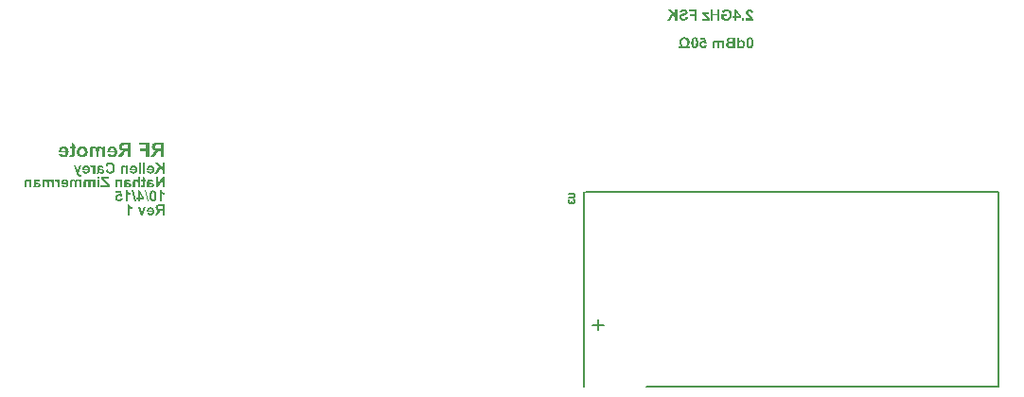
<source format=gbo>
G04 Layer_Color=32896*
%FSLAX24Y24*%
%MOIN*%
G70*
G01*
G75*
%ADD30C,0.0080*%
%ADD50C,0.0050*%
G36*
X-34316Y-4132D02*
X-34307Y-4133D01*
X-34297Y-4135D01*
X-34289Y-4137D01*
X-34281Y-4140D01*
X-34273Y-4143D01*
X-34266Y-4147D01*
X-34260Y-4150D01*
X-34255Y-4154D01*
X-34250Y-4158D01*
X-34245Y-4162D01*
X-34242Y-4164D01*
X-34239Y-4167D01*
X-34237Y-4169D01*
X-34236Y-4170D01*
X-34235Y-4170D01*
X-34229Y-4178D01*
X-34223Y-4187D01*
X-34218Y-4195D01*
X-34214Y-4204D01*
X-34211Y-4213D01*
X-34208Y-4222D01*
X-34204Y-4239D01*
X-34202Y-4248D01*
X-34201Y-4255D01*
X-34200Y-4261D01*
X-34200Y-4267D01*
X-34199Y-4272D01*
Y-4276D01*
Y-4278D01*
Y-4279D01*
X-34200Y-4289D01*
X-34200Y-4300D01*
X-34202Y-4309D01*
X-34204Y-4318D01*
X-34205Y-4327D01*
X-34208Y-4335D01*
X-34210Y-4342D01*
X-34213Y-4349D01*
X-34215Y-4355D01*
X-34218Y-4360D01*
X-34220Y-4364D01*
X-34222Y-4368D01*
X-34224Y-4371D01*
X-34225Y-4373D01*
X-34226Y-4374D01*
X-34226Y-4375D01*
X-34233Y-4383D01*
X-34241Y-4390D01*
X-34249Y-4396D01*
X-34258Y-4402D01*
X-34267Y-4406D01*
X-34276Y-4410D01*
X-34285Y-4414D01*
X-34293Y-4416D01*
X-34301Y-4418D01*
X-34309Y-4419D01*
X-34316Y-4420D01*
X-34322Y-4421D01*
X-34327D01*
X-34331Y-4422D01*
X-34334D01*
X-34350Y-4421D01*
X-34365Y-4419D01*
X-34378Y-4415D01*
X-34389Y-4411D01*
X-34394Y-4409D01*
X-34398Y-4407D01*
X-34402Y-4406D01*
X-34404Y-4404D01*
X-34407Y-4402D01*
X-34409Y-4402D01*
X-34409Y-4401D01*
X-34410D01*
X-34421Y-4392D01*
X-34430Y-4382D01*
X-34438Y-4372D01*
X-34444Y-4362D01*
X-34449Y-4353D01*
X-34450Y-4349D01*
X-34452Y-4346D01*
X-34453Y-4343D01*
X-34454Y-4341D01*
X-34455Y-4340D01*
Y-4339D01*
X-34382Y-4327D01*
X-34379Y-4334D01*
X-34376Y-4341D01*
X-34373Y-4346D01*
X-34370Y-4350D01*
X-34368Y-4354D01*
X-34366Y-4356D01*
X-34364Y-4357D01*
X-34363Y-4357D01*
X-34359Y-4361D01*
X-34354Y-4363D01*
X-34349Y-4365D01*
X-34344Y-4366D01*
X-34341Y-4366D01*
X-34337Y-4367D01*
X-34334D01*
X-34326Y-4366D01*
X-34317Y-4364D01*
X-34310Y-4361D01*
X-34303Y-4358D01*
X-34298Y-4355D01*
X-34295Y-4352D01*
X-34292Y-4350D01*
X-34292Y-4349D01*
X-34286Y-4342D01*
X-34282Y-4334D01*
X-34279Y-4325D01*
X-34277Y-4317D01*
X-34276Y-4309D01*
X-34275Y-4304D01*
X-34275Y-4301D01*
Y-4300D01*
Y-4299D01*
Y-4298D01*
X-34459D01*
Y-4283D01*
X-34458Y-4269D01*
X-34456Y-4255D01*
X-34454Y-4243D01*
X-34451Y-4231D01*
X-34448Y-4221D01*
X-34445Y-4212D01*
X-34442Y-4204D01*
X-34438Y-4197D01*
X-34435Y-4190D01*
X-34432Y-4185D01*
X-34429Y-4180D01*
X-34427Y-4177D01*
X-34425Y-4174D01*
X-34424Y-4173D01*
X-34424Y-4173D01*
X-34417Y-4165D01*
X-34409Y-4159D01*
X-34402Y-4153D01*
X-34394Y-4149D01*
X-34386Y-4144D01*
X-34377Y-4141D01*
X-34369Y-4138D01*
X-34362Y-4136D01*
X-34354Y-4134D01*
X-34348Y-4133D01*
X-34342Y-4132D01*
X-34337Y-4132D01*
X-34332Y-4131D01*
X-34326D01*
X-34316Y-4132D01*
D02*
G37*
G36*
X-32251Y-4416D02*
X-32325D01*
Y-4032D01*
X-32251D01*
Y-4416D01*
D02*
G37*
G36*
X-32048Y-4132D02*
X-32039Y-4133D01*
X-32030Y-4135D01*
X-32021Y-4137D01*
X-32013Y-4140D01*
X-32006Y-4143D01*
X-31998Y-4147D01*
X-31992Y-4150D01*
X-31987Y-4154D01*
X-31982Y-4158D01*
X-31977Y-4162D01*
X-31974Y-4164D01*
X-31971Y-4167D01*
X-31969Y-4169D01*
X-31968Y-4170D01*
X-31967Y-4170D01*
X-31961Y-4178D01*
X-31956Y-4187D01*
X-31951Y-4195D01*
X-31946Y-4204D01*
X-31943Y-4213D01*
X-31940Y-4222D01*
X-31936Y-4239D01*
X-31934Y-4248D01*
X-31933Y-4255D01*
X-31932Y-4261D01*
X-31932Y-4267D01*
X-31931Y-4272D01*
Y-4276D01*
Y-4278D01*
Y-4279D01*
X-31932Y-4289D01*
X-31932Y-4300D01*
X-31934Y-4309D01*
X-31936Y-4318D01*
X-31937Y-4327D01*
X-31940Y-4335D01*
X-31942Y-4342D01*
X-31945Y-4349D01*
X-31947Y-4355D01*
X-31950Y-4360D01*
X-31952Y-4364D01*
X-31954Y-4368D01*
X-31956Y-4371D01*
X-31957Y-4373D01*
X-31958Y-4374D01*
X-31959Y-4375D01*
X-31966Y-4383D01*
X-31973Y-4390D01*
X-31981Y-4396D01*
X-31990Y-4402D01*
X-31999Y-4406D01*
X-32008Y-4410D01*
X-32017Y-4414D01*
X-32026Y-4416D01*
X-32033Y-4418D01*
X-32041Y-4419D01*
X-32048Y-4420D01*
X-32055Y-4421D01*
X-32060D01*
X-32063Y-4422D01*
X-32066D01*
X-32082Y-4421D01*
X-32097Y-4419D01*
X-32110Y-4415D01*
X-32121Y-4411D01*
X-32126Y-4409D01*
X-32130Y-4407D01*
X-32134Y-4406D01*
X-32137Y-4404D01*
X-32139Y-4402D01*
X-32141Y-4402D01*
X-32142Y-4401D01*
X-32142D01*
X-32153Y-4392D01*
X-32162Y-4382D01*
X-32170Y-4372D01*
X-32176Y-4362D01*
X-32181Y-4353D01*
X-32183Y-4349D01*
X-32184Y-4346D01*
X-32186Y-4343D01*
X-32187Y-4341D01*
X-32187Y-4340D01*
Y-4339D01*
X-32114Y-4327D01*
X-32111Y-4334D01*
X-32108Y-4341D01*
X-32106Y-4346D01*
X-32102Y-4350D01*
X-32100Y-4354D01*
X-32098Y-4356D01*
X-32096Y-4357D01*
X-32096Y-4357D01*
X-32091Y-4361D01*
X-32086Y-4363D01*
X-32081Y-4365D01*
X-32077Y-4366D01*
X-32073Y-4366D01*
X-32070Y-4367D01*
X-32067D01*
X-32058Y-4366D01*
X-32050Y-4364D01*
X-32042Y-4361D01*
X-32036Y-4358D01*
X-32031Y-4355D01*
X-32027Y-4352D01*
X-32025Y-4350D01*
X-32024Y-4349D01*
X-32018Y-4342D01*
X-32015Y-4334D01*
X-32011Y-4325D01*
X-32009Y-4317D01*
X-32008Y-4309D01*
X-32007Y-4304D01*
X-32007Y-4301D01*
Y-4300D01*
Y-4299D01*
Y-4298D01*
X-32191D01*
Y-4283D01*
X-32190Y-4269D01*
X-32188Y-4255D01*
X-32186Y-4243D01*
X-32183Y-4231D01*
X-32181Y-4221D01*
X-32177Y-4212D01*
X-32174Y-4204D01*
X-32171Y-4197D01*
X-32167Y-4190D01*
X-32164Y-4185D01*
X-32162Y-4180D01*
X-32159Y-4177D01*
X-32158Y-4174D01*
X-32157Y-4173D01*
X-32156Y-4173D01*
X-32149Y-4165D01*
X-32142Y-4159D01*
X-32134Y-4153D01*
X-32126Y-4149D01*
X-32118Y-4144D01*
X-32109Y-4141D01*
X-32102Y-4138D01*
X-32094Y-4136D01*
X-32087Y-4134D01*
X-32080Y-4133D01*
X-32074Y-4132D01*
X-32069Y-4132D01*
X-32065Y-4131D01*
X-32058D01*
X-32048Y-4132D01*
D02*
G37*
G36*
X-32646D02*
X-32636Y-4133D01*
X-32627Y-4135D01*
X-32618Y-4137D01*
X-32610Y-4140D01*
X-32603Y-4143D01*
X-32596Y-4147D01*
X-32590Y-4150D01*
X-32584Y-4154D01*
X-32579Y-4158D01*
X-32575Y-4162D01*
X-32571Y-4164D01*
X-32568Y-4167D01*
X-32566Y-4169D01*
X-32565Y-4170D01*
X-32565Y-4170D01*
X-32558Y-4178D01*
X-32553Y-4187D01*
X-32548Y-4195D01*
X-32543Y-4204D01*
X-32540Y-4213D01*
X-32537Y-4222D01*
X-32533Y-4239D01*
X-32531Y-4248D01*
X-32530Y-4255D01*
X-32530Y-4261D01*
X-32529Y-4267D01*
X-32529Y-4272D01*
Y-4276D01*
Y-4278D01*
Y-4279D01*
X-32529Y-4289D01*
X-32530Y-4300D01*
X-32531Y-4309D01*
X-32533Y-4318D01*
X-32535Y-4327D01*
X-32537Y-4335D01*
X-32540Y-4342D01*
X-32542Y-4349D01*
X-32545Y-4355D01*
X-32547Y-4360D01*
X-32550Y-4364D01*
X-32551Y-4368D01*
X-32553Y-4371D01*
X-32555Y-4373D01*
X-32555Y-4374D01*
X-32556Y-4375D01*
X-32563Y-4383D01*
X-32570Y-4390D01*
X-32578Y-4396D01*
X-32587Y-4402D01*
X-32596Y-4406D01*
X-32605Y-4410D01*
X-32614Y-4414D01*
X-32623Y-4416D01*
X-32631Y-4418D01*
X-32638Y-4419D01*
X-32646Y-4420D01*
X-32652Y-4421D01*
X-32657D01*
X-32660Y-4422D01*
X-32663D01*
X-32679Y-4421D01*
X-32694Y-4419D01*
X-32707Y-4415D01*
X-32718Y-4411D01*
X-32723Y-4409D01*
X-32727Y-4407D01*
X-32731Y-4406D01*
X-32734Y-4404D01*
X-32736Y-4402D01*
X-32738Y-4402D01*
X-32739Y-4401D01*
X-32739D01*
X-32750Y-4392D01*
X-32759Y-4382D01*
X-32767Y-4372D01*
X-32773Y-4362D01*
X-32778Y-4353D01*
X-32780Y-4349D01*
X-32782Y-4346D01*
X-32783Y-4343D01*
X-32784Y-4341D01*
X-32784Y-4340D01*
Y-4339D01*
X-32711Y-4327D01*
X-32708Y-4334D01*
X-32706Y-4341D01*
X-32703Y-4346D01*
X-32699Y-4350D01*
X-32697Y-4354D01*
X-32695Y-4356D01*
X-32693Y-4357D01*
X-32693Y-4357D01*
X-32688Y-4361D01*
X-32683Y-4363D01*
X-32678Y-4365D01*
X-32674Y-4366D01*
X-32670Y-4366D01*
X-32667Y-4367D01*
X-32664D01*
X-32655Y-4366D01*
X-32647Y-4364D01*
X-32639Y-4361D01*
X-32633Y-4358D01*
X-32628Y-4355D01*
X-32625Y-4352D01*
X-32622Y-4350D01*
X-32621Y-4349D01*
X-32616Y-4342D01*
X-32612Y-4334D01*
X-32608Y-4325D01*
X-32606Y-4317D01*
X-32605Y-4309D01*
X-32605Y-4304D01*
X-32604Y-4301D01*
Y-4300D01*
Y-4299D01*
Y-4298D01*
X-32788D01*
Y-4283D01*
X-32787Y-4269D01*
X-32785Y-4255D01*
X-32783Y-4243D01*
X-32780Y-4231D01*
X-32778Y-4221D01*
X-32774Y-4212D01*
X-32771Y-4204D01*
X-32768Y-4197D01*
X-32764Y-4190D01*
X-32762Y-4185D01*
X-32759Y-4180D01*
X-32757Y-4177D01*
X-32755Y-4174D01*
X-32754Y-4173D01*
X-32753Y-4173D01*
X-32747Y-4165D01*
X-32739Y-4159D01*
X-32731Y-4153D01*
X-32723Y-4149D01*
X-32715Y-4144D01*
X-32707Y-4141D01*
X-32699Y-4138D01*
X-32691Y-4136D01*
X-32684Y-4134D01*
X-32677Y-4133D01*
X-32671Y-4132D01*
X-32666Y-4132D01*
X-32662Y-4131D01*
X-32656D01*
X-32646Y-4132D01*
D02*
G37*
G36*
X-34133D02*
X-34127Y-4132D01*
X-34122Y-4134D01*
X-34117Y-4135D01*
X-34114Y-4137D01*
X-34110Y-4138D01*
X-34109Y-4139D01*
X-34108Y-4140D01*
X-34102Y-4144D01*
X-34097Y-4149D01*
X-34092Y-4155D01*
X-34088Y-4162D01*
X-34083Y-4168D01*
X-34080Y-4173D01*
X-34078Y-4176D01*
X-34077Y-4177D01*
Y-4137D01*
X-34009D01*
Y-4416D01*
X-34083D01*
Y-4330D01*
Y-4318D01*
Y-4306D01*
X-34083Y-4295D01*
X-34084Y-4286D01*
Y-4277D01*
X-34084Y-4270D01*
X-34085Y-4263D01*
X-34085Y-4257D01*
X-34086Y-4252D01*
X-34086Y-4248D01*
X-34087Y-4244D01*
Y-4241D01*
X-34088Y-4240D01*
X-34088Y-4238D01*
Y-4237D01*
X-34090Y-4229D01*
X-34093Y-4223D01*
X-34096Y-4217D01*
X-34099Y-4213D01*
X-34101Y-4210D01*
X-34103Y-4208D01*
X-34104Y-4207D01*
X-34105Y-4206D01*
X-34109Y-4203D01*
X-34114Y-4201D01*
X-34118Y-4199D01*
X-34122Y-4198D01*
X-34125Y-4198D01*
X-34129Y-4197D01*
X-34131D01*
X-34137Y-4198D01*
X-34143Y-4199D01*
X-34149Y-4201D01*
X-34154Y-4203D01*
X-34159Y-4205D01*
X-34162Y-4208D01*
X-34165Y-4209D01*
X-34165Y-4209D01*
X-34189Y-4145D01*
X-34180Y-4140D01*
X-34171Y-4137D01*
X-34163Y-4134D01*
X-34155Y-4133D01*
X-34149Y-4132D01*
X-34144Y-4131D01*
X-34140D01*
X-34133Y-4132D01*
D02*
G37*
G36*
X-33050Y-5221D02*
X-33109Y-5230D01*
X-33114Y-5225D01*
X-33119Y-5220D01*
X-33124Y-5216D01*
X-33129Y-5213D01*
X-33138Y-5208D01*
X-33147Y-5205D01*
X-33155Y-5203D01*
X-33161Y-5202D01*
X-33163Y-5201D01*
X-33166D01*
X-33175Y-5202D01*
X-33183Y-5204D01*
X-33191Y-5207D01*
X-33197Y-5210D01*
X-33201Y-5214D01*
X-33205Y-5217D01*
X-33207Y-5219D01*
X-33208Y-5220D01*
X-33213Y-5227D01*
X-33217Y-5235D01*
X-33220Y-5244D01*
X-33222Y-5253D01*
X-33223Y-5261D01*
X-33224Y-5267D01*
Y-5270D01*
Y-5271D01*
Y-5272D01*
Y-5273D01*
X-33223Y-5286D01*
X-33222Y-5298D01*
X-33219Y-5307D01*
X-33216Y-5315D01*
X-33213Y-5322D01*
X-33211Y-5326D01*
X-33208Y-5328D01*
X-33208Y-5330D01*
X-33202Y-5336D01*
X-33195Y-5341D01*
X-33188Y-5344D01*
X-33182Y-5346D01*
X-33177Y-5347D01*
X-33172Y-5348D01*
X-33170Y-5348D01*
X-33168D01*
X-33161Y-5348D01*
X-33154Y-5346D01*
X-33148Y-5344D01*
X-33143Y-5341D01*
X-33138Y-5338D01*
X-33135Y-5336D01*
X-33133Y-5335D01*
X-33132Y-5334D01*
X-33127Y-5328D01*
X-33123Y-5322D01*
X-33120Y-5315D01*
X-33117Y-5309D01*
X-33116Y-5303D01*
X-33115Y-5298D01*
X-33114Y-5296D01*
Y-5295D01*
X-33041Y-5302D01*
X-33042Y-5311D01*
X-33044Y-5320D01*
X-33050Y-5335D01*
X-33056Y-5348D01*
X-33059Y-5353D01*
X-33063Y-5359D01*
X-33066Y-5363D01*
X-33069Y-5367D01*
X-33072Y-5371D01*
X-33075Y-5374D01*
X-33077Y-5376D01*
X-33079Y-5378D01*
X-33080Y-5378D01*
X-33080Y-5379D01*
X-33087Y-5384D01*
X-33094Y-5388D01*
X-33101Y-5392D01*
X-33108Y-5395D01*
X-33123Y-5401D01*
X-33136Y-5404D01*
X-33143Y-5405D01*
X-33148Y-5406D01*
X-33154Y-5406D01*
X-33158Y-5407D01*
X-33162Y-5407D01*
X-33167D01*
X-33180Y-5407D01*
X-33191Y-5405D01*
X-33202Y-5403D01*
X-33212Y-5399D01*
X-33221Y-5396D01*
X-33229Y-5391D01*
X-33237Y-5387D01*
X-33244Y-5382D01*
X-33251Y-5377D01*
X-33256Y-5373D01*
X-33261Y-5368D01*
X-33265Y-5364D01*
X-33268Y-5361D01*
X-33270Y-5359D01*
X-33271Y-5357D01*
X-33272Y-5357D01*
X-33277Y-5349D01*
X-33281Y-5342D01*
X-33284Y-5335D01*
X-33288Y-5327D01*
X-33293Y-5313D01*
X-33296Y-5300D01*
X-33297Y-5294D01*
X-33298Y-5288D01*
X-33299Y-5283D01*
Y-5279D01*
X-33299Y-5276D01*
Y-5273D01*
Y-5272D01*
Y-5271D01*
X-33299Y-5261D01*
X-33298Y-5251D01*
X-33296Y-5241D01*
X-33294Y-5232D01*
X-33292Y-5225D01*
X-33288Y-5217D01*
X-33286Y-5210D01*
X-33282Y-5204D01*
X-33279Y-5198D01*
X-33276Y-5193D01*
X-33273Y-5189D01*
X-33271Y-5185D01*
X-33268Y-5182D01*
X-33267Y-5180D01*
X-33266Y-5179D01*
X-33265Y-5179D01*
X-33258Y-5172D01*
X-33252Y-5167D01*
X-33244Y-5162D01*
X-33237Y-5157D01*
X-33231Y-5154D01*
X-33223Y-5151D01*
X-33211Y-5147D01*
X-33205Y-5145D01*
X-33199Y-5144D01*
X-33194Y-5144D01*
X-33190Y-5143D01*
X-33187Y-5142D01*
X-33182D01*
X-33172Y-5143D01*
X-33163Y-5145D01*
X-33155Y-5146D01*
X-33147Y-5149D01*
X-33141Y-5151D01*
X-33136Y-5153D01*
X-33132Y-5155D01*
X-33132Y-5155D01*
X-33131D01*
X-33143Y-5090D01*
X-33282D01*
Y-5021D01*
X-33087D01*
X-33050Y-5221D01*
D02*
G37*
G36*
X-32400Y-4416D02*
X-32474D01*
Y-4032D01*
X-32400D01*
Y-4416D01*
D02*
G37*
G36*
X-32997Y-4132D02*
X-32987Y-4133D01*
X-32979Y-4135D01*
X-32970Y-4138D01*
X-32961Y-4142D01*
X-32954Y-4146D01*
X-32947Y-4150D01*
X-32941Y-4154D01*
X-32935Y-4159D01*
X-32930Y-4163D01*
X-32926Y-4167D01*
X-32923Y-4171D01*
X-32920Y-4174D01*
X-32918Y-4176D01*
X-32916Y-4178D01*
X-32916Y-4178D01*
Y-4137D01*
X-32848D01*
Y-4416D01*
X-32921D01*
Y-4290D01*
Y-4282D01*
Y-4274D01*
X-32922Y-4267D01*
X-32923Y-4261D01*
Y-4255D01*
X-32923Y-4250D01*
X-32924Y-4245D01*
X-32924Y-4241D01*
X-32925Y-4234D01*
X-32926Y-4230D01*
X-32927Y-4227D01*
Y-4226D01*
X-32929Y-4220D01*
X-32933Y-4214D01*
X-32936Y-4210D01*
X-32939Y-4205D01*
X-32943Y-4203D01*
X-32945Y-4200D01*
X-32947Y-4199D01*
X-32948Y-4198D01*
X-32954Y-4195D01*
X-32960Y-4192D01*
X-32965Y-4190D01*
X-32971Y-4189D01*
X-32975Y-4188D01*
X-32979Y-4188D01*
X-32982D01*
X-32987Y-4188D01*
X-32992Y-4189D01*
X-32996Y-4190D01*
X-33000Y-4192D01*
X-33004Y-4193D01*
X-33006Y-4194D01*
X-33007Y-4195D01*
X-33007Y-4195D01*
X-33011Y-4198D01*
X-33014Y-4202D01*
X-33019Y-4208D01*
X-33021Y-4212D01*
X-33022Y-4214D01*
X-33023Y-4215D01*
Y-4216D01*
X-33024Y-4219D01*
X-33025Y-4222D01*
X-33026Y-4230D01*
X-33027Y-4240D01*
X-33027Y-4250D01*
X-33028Y-4259D01*
Y-4263D01*
Y-4267D01*
Y-4270D01*
Y-4272D01*
Y-4274D01*
Y-4274D01*
Y-4416D01*
X-33102D01*
Y-4243D01*
Y-4231D01*
X-33101Y-4222D01*
X-33101Y-4213D01*
X-33100Y-4207D01*
X-33099Y-4201D01*
X-33098Y-4197D01*
X-33097Y-4194D01*
Y-4194D01*
X-33096Y-4187D01*
X-33094Y-4182D01*
X-33091Y-4176D01*
X-33089Y-4172D01*
X-33086Y-4168D01*
X-33085Y-4165D01*
X-33084Y-4163D01*
X-33083Y-4163D01*
X-33079Y-4158D01*
X-33074Y-4153D01*
X-33069Y-4149D01*
X-33064Y-4146D01*
X-33059Y-4143D01*
X-33055Y-4142D01*
X-33053Y-4140D01*
X-33052Y-4140D01*
X-33044Y-4137D01*
X-33036Y-4135D01*
X-33029Y-4133D01*
X-33022Y-4132D01*
X-33016Y-4132D01*
X-33011Y-4131D01*
X-33007D01*
X-32997Y-4132D01*
D02*
G37*
G36*
X-33478Y-4025D02*
X-33463Y-4027D01*
X-33450Y-4029D01*
X-33438Y-4033D01*
X-33426Y-4037D01*
X-33415Y-4041D01*
X-33406Y-4046D01*
X-33397Y-4051D01*
X-33389Y-4056D01*
X-33382Y-4061D01*
X-33376Y-4066D01*
X-33371Y-4069D01*
X-33367Y-4073D01*
X-33364Y-4076D01*
X-33363Y-4077D01*
X-33362Y-4078D01*
X-33353Y-4088D01*
X-33346Y-4099D01*
X-33339Y-4111D01*
X-33334Y-4123D01*
X-33329Y-4136D01*
X-33325Y-4148D01*
X-33322Y-4160D01*
X-33319Y-4172D01*
X-33317Y-4184D01*
X-33315Y-4194D01*
X-33314Y-4203D01*
X-33313Y-4211D01*
Y-4218D01*
X-33313Y-4223D01*
Y-4226D01*
Y-4226D01*
Y-4227D01*
X-33313Y-4244D01*
X-33315Y-4259D01*
X-33317Y-4274D01*
X-33321Y-4288D01*
X-33324Y-4300D01*
X-33328Y-4313D01*
X-33333Y-4323D01*
X-33337Y-4333D01*
X-33342Y-4341D01*
X-33346Y-4349D01*
X-33350Y-4355D01*
X-33354Y-4361D01*
X-33357Y-4365D01*
X-33359Y-4368D01*
X-33361Y-4370D01*
X-33362Y-4370D01*
X-33371Y-4380D01*
X-33381Y-4387D01*
X-33392Y-4395D01*
X-33402Y-4400D01*
X-33413Y-4405D01*
X-33423Y-4410D01*
X-33433Y-4413D01*
X-33443Y-4416D01*
X-33452Y-4418D01*
X-33460Y-4420D01*
X-33468Y-4421D01*
X-33474Y-4421D01*
X-33480Y-4422D01*
X-33484Y-4422D01*
X-33487D01*
X-33499Y-4422D01*
X-33509Y-4421D01*
X-33520Y-4420D01*
X-33529Y-4417D01*
X-33538Y-4415D01*
X-33546Y-4413D01*
X-33554Y-4410D01*
X-33561Y-4407D01*
X-33567Y-4404D01*
X-33573Y-4401D01*
X-33578Y-4399D01*
X-33582Y-4397D01*
X-33585Y-4395D01*
X-33587Y-4393D01*
X-33589Y-4392D01*
X-33589Y-4392D01*
X-33596Y-4386D01*
X-33603Y-4379D01*
X-33615Y-4364D01*
X-33625Y-4349D01*
X-33633Y-4334D01*
X-33636Y-4326D01*
X-33639Y-4320D01*
X-33641Y-4314D01*
X-33644Y-4309D01*
X-33645Y-4304D01*
X-33646Y-4301D01*
X-33647Y-4299D01*
Y-4298D01*
X-33571Y-4275D01*
X-33567Y-4290D01*
X-33562Y-4303D01*
X-33557Y-4313D01*
X-33551Y-4322D01*
X-33547Y-4329D01*
X-33543Y-4333D01*
X-33540Y-4336D01*
X-33539Y-4337D01*
X-33530Y-4344D01*
X-33521Y-4348D01*
X-33513Y-4351D01*
X-33505Y-4354D01*
X-33498Y-4355D01*
X-33491Y-4356D01*
X-33489Y-4356D01*
X-33486D01*
X-33479Y-4356D01*
X-33471Y-4355D01*
X-33458Y-4351D01*
X-33446Y-4347D01*
X-33437Y-4341D01*
X-33429Y-4335D01*
X-33424Y-4331D01*
X-33422Y-4329D01*
X-33420Y-4327D01*
X-33419Y-4326D01*
X-33419Y-4326D01*
X-33414Y-4320D01*
X-33410Y-4313D01*
X-33407Y-4305D01*
X-33404Y-4296D01*
X-33399Y-4279D01*
X-33396Y-4262D01*
X-33395Y-4254D01*
X-33394Y-4246D01*
X-33393Y-4239D01*
Y-4233D01*
X-33393Y-4229D01*
Y-4225D01*
Y-4222D01*
Y-4221D01*
X-33393Y-4209D01*
X-33394Y-4197D01*
X-33395Y-4187D01*
X-33397Y-4177D01*
X-33399Y-4168D01*
X-33401Y-4159D01*
X-33403Y-4152D01*
X-33406Y-4145D01*
X-33408Y-4140D01*
X-33410Y-4135D01*
X-33413Y-4131D01*
X-33415Y-4128D01*
X-33417Y-4125D01*
X-33418Y-4123D01*
X-33419Y-4122D01*
Y-4122D01*
X-33424Y-4116D01*
X-33429Y-4111D01*
X-33435Y-4107D01*
X-33441Y-4104D01*
X-33453Y-4098D01*
X-33464Y-4094D01*
X-33473Y-4092D01*
X-33478Y-4092D01*
X-33481Y-4091D01*
X-33484Y-4091D01*
X-33488D01*
X-33499Y-4091D01*
X-33509Y-4093D01*
X-33518Y-4096D01*
X-33526Y-4099D01*
X-33532Y-4103D01*
X-33536Y-4105D01*
X-33539Y-4108D01*
X-33540Y-4108D01*
X-33547Y-4115D01*
X-33554Y-4123D01*
X-33559Y-4130D01*
X-33563Y-4138D01*
X-33566Y-4145D01*
X-33567Y-4150D01*
X-33569Y-4152D01*
Y-4154D01*
X-33569Y-4154D01*
Y-4155D01*
X-33646Y-4137D01*
X-33640Y-4120D01*
X-33634Y-4107D01*
X-33627Y-4094D01*
X-33621Y-4084D01*
X-33615Y-4077D01*
X-33613Y-4073D01*
X-33611Y-4071D01*
X-33609Y-4069D01*
X-33607Y-4067D01*
X-33607Y-4066D01*
X-33606D01*
X-33598Y-4059D01*
X-33589Y-4052D01*
X-33580Y-4047D01*
X-33570Y-4042D01*
X-33560Y-4038D01*
X-33551Y-4034D01*
X-33541Y-4032D01*
X-33533Y-4029D01*
X-33524Y-4028D01*
X-33516Y-4027D01*
X-33510Y-4026D01*
X-33504Y-4025D01*
X-33499Y-4024D01*
X-33492D01*
X-33478Y-4025D01*
D02*
G37*
G36*
X-33862Y-4908D02*
X-33935D01*
Y-4629D01*
X-33862D01*
Y-4908D01*
D02*
G37*
G36*
X-35386Y-4624D02*
X-35380Y-4624D01*
X-35375Y-4626D01*
X-35370Y-4628D01*
X-35366Y-4629D01*
X-35363Y-4630D01*
X-35361Y-4631D01*
X-35361Y-4632D01*
X-35355Y-4636D01*
X-35350Y-4641D01*
X-35345Y-4648D01*
X-35340Y-4654D01*
X-35336Y-4660D01*
X-35332Y-4665D01*
X-35330Y-4668D01*
X-35330Y-4669D01*
Y-4629D01*
X-35261D01*
Y-4908D01*
X-35335D01*
Y-4822D01*
Y-4810D01*
Y-4798D01*
X-35336Y-4787D01*
X-35336Y-4778D01*
Y-4769D01*
X-35337Y-4762D01*
X-35337Y-4755D01*
X-35338Y-4749D01*
X-35338Y-4744D01*
X-35339Y-4740D01*
X-35340Y-4736D01*
Y-4734D01*
X-35340Y-4732D01*
X-35341Y-4730D01*
Y-4729D01*
X-35343Y-4721D01*
X-35346Y-4715D01*
X-35348Y-4709D01*
X-35351Y-4705D01*
X-35353Y-4702D01*
X-35356Y-4700D01*
X-35357Y-4699D01*
X-35357Y-4698D01*
X-35362Y-4695D01*
X-35366Y-4693D01*
X-35371Y-4691D01*
X-35375Y-4690D01*
X-35378Y-4690D01*
X-35381Y-4689D01*
X-35383D01*
X-35390Y-4690D01*
X-35396Y-4691D01*
X-35401Y-4693D01*
X-35407Y-4695D01*
X-35411Y-4698D01*
X-35415Y-4700D01*
X-35417Y-4701D01*
X-35418Y-4701D01*
X-35441Y-4638D01*
X-35432Y-4633D01*
X-35424Y-4629D01*
X-35416Y-4626D01*
X-35408Y-4625D01*
X-35402Y-4624D01*
X-35397Y-4623D01*
X-35392D01*
X-35386Y-4624D01*
D02*
G37*
G36*
X-33206D02*
X-33196Y-4625D01*
X-33187Y-4628D01*
X-33178Y-4630D01*
X-33170Y-4634D01*
X-33162Y-4638D01*
X-33155Y-4643D01*
X-33149Y-4646D01*
X-33143Y-4651D01*
X-33138Y-4655D01*
X-33134Y-4659D01*
X-33131Y-4663D01*
X-33128Y-4666D01*
X-33126Y-4668D01*
X-33125Y-4670D01*
X-33124Y-4670D01*
Y-4629D01*
X-33056D01*
Y-4908D01*
X-33130D01*
Y-4782D01*
Y-4774D01*
Y-4766D01*
X-33130Y-4759D01*
X-33131Y-4753D01*
Y-4747D01*
X-33131Y-4742D01*
X-33132Y-4737D01*
X-33132Y-4733D01*
X-33133Y-4726D01*
X-33134Y-4722D01*
X-33135Y-4719D01*
Y-4719D01*
X-33137Y-4713D01*
X-33141Y-4706D01*
X-33144Y-4702D01*
X-33147Y-4698D01*
X-33151Y-4695D01*
X-33153Y-4692D01*
X-33155Y-4691D01*
X-33156Y-4690D01*
X-33162Y-4687D01*
X-33168Y-4684D01*
X-33173Y-4683D01*
X-33179Y-4681D01*
X-33183Y-4680D01*
X-33187Y-4680D01*
X-33190D01*
X-33196Y-4680D01*
X-33201Y-4681D01*
X-33205Y-4682D01*
X-33208Y-4684D01*
X-33212Y-4685D01*
X-33214Y-4686D01*
X-33215Y-4687D01*
X-33216Y-4688D01*
X-33219Y-4690D01*
X-33222Y-4694D01*
X-33227Y-4700D01*
X-33229Y-4704D01*
X-33230Y-4706D01*
X-33231Y-4708D01*
Y-4708D01*
X-33232Y-4711D01*
X-33233Y-4714D01*
X-33234Y-4723D01*
X-33235Y-4732D01*
X-33236Y-4742D01*
X-33236Y-4751D01*
Y-4755D01*
Y-4759D01*
Y-4762D01*
Y-4764D01*
Y-4766D01*
Y-4766D01*
Y-4908D01*
X-33310D01*
Y-4735D01*
Y-4724D01*
X-33309Y-4714D01*
X-33309Y-4705D01*
X-33308Y-4699D01*
X-33307Y-4693D01*
X-33306Y-4689D01*
X-33306Y-4686D01*
Y-4686D01*
X-33304Y-4679D01*
X-33302Y-4674D01*
X-33299Y-4668D01*
X-33297Y-4664D01*
X-33294Y-4660D01*
X-33293Y-4657D01*
X-33292Y-4655D01*
X-33291Y-4655D01*
X-33287Y-4650D01*
X-33282Y-4645D01*
X-33277Y-4641D01*
X-33272Y-4638D01*
X-33267Y-4635D01*
X-33263Y-4634D01*
X-33261Y-4633D01*
X-33260Y-4632D01*
X-33252Y-4629D01*
X-33244Y-4627D01*
X-33237Y-4625D01*
X-33231Y-4624D01*
X-33224Y-4624D01*
X-33219Y-4623D01*
X-33216D01*
X-33206Y-4624D01*
D02*
G37*
G36*
X-33524Y-4589D02*
X-33703D01*
X-33501Y-4838D01*
Y-4908D01*
X-33813D01*
Y-4843D01*
X-33595D01*
X-33805Y-4584D01*
Y-4524D01*
X-33524D01*
Y-4589D01*
D02*
G37*
G36*
X-33803Y-4132D02*
X-33794Y-4133D01*
X-33786Y-4134D01*
X-33778Y-4135D01*
X-33772Y-4137D01*
X-33766Y-4139D01*
X-33760Y-4141D01*
X-33756Y-4143D01*
X-33751Y-4145D01*
X-33748Y-4147D01*
X-33745Y-4148D01*
X-33742Y-4149D01*
X-33741Y-4150D01*
X-33740Y-4151D01*
X-33740D01*
X-33730Y-4159D01*
X-33722Y-4169D01*
X-33716Y-4179D01*
X-33710Y-4188D01*
X-33706Y-4197D01*
X-33705Y-4201D01*
X-33703Y-4204D01*
X-33702Y-4207D01*
X-33702Y-4209D01*
X-33701Y-4210D01*
Y-4211D01*
X-33767Y-4223D01*
X-33770Y-4216D01*
X-33773Y-4211D01*
X-33776Y-4206D01*
X-33779Y-4202D01*
X-33781Y-4199D01*
X-33783Y-4198D01*
X-33784Y-4197D01*
X-33785Y-4196D01*
X-33789Y-4193D01*
X-33794Y-4191D01*
X-33800Y-4190D01*
X-33805Y-4189D01*
X-33809Y-4188D01*
X-33813Y-4188D01*
X-33816D01*
X-33826Y-4188D01*
X-33834Y-4189D01*
X-33841Y-4190D01*
X-33847Y-4192D01*
X-33851Y-4194D01*
X-33853Y-4195D01*
X-33855Y-4197D01*
X-33856Y-4197D01*
X-33859Y-4201D01*
X-33862Y-4205D01*
X-33864Y-4210D01*
X-33866Y-4215D01*
X-33866Y-4220D01*
X-33867Y-4224D01*
Y-4226D01*
Y-4228D01*
Y-4235D01*
X-33863Y-4236D01*
X-33858Y-4238D01*
X-33847Y-4241D01*
X-33835Y-4244D01*
X-33823Y-4247D01*
X-33812Y-4250D01*
X-33807Y-4251D01*
X-33803Y-4251D01*
X-33799Y-4252D01*
X-33797Y-4253D01*
X-33795Y-4253D01*
X-33794D01*
X-33781Y-4256D01*
X-33769Y-4259D01*
X-33759Y-4261D01*
X-33751Y-4264D01*
X-33744Y-4267D01*
X-33740Y-4269D01*
X-33737Y-4270D01*
X-33736Y-4270D01*
X-33728Y-4274D01*
X-33722Y-4279D01*
X-33717Y-4284D01*
X-33713Y-4288D01*
X-33709Y-4292D01*
X-33707Y-4295D01*
X-33705Y-4298D01*
X-33705Y-4299D01*
X-33701Y-4306D01*
X-33698Y-4313D01*
X-33696Y-4320D01*
X-33695Y-4326D01*
X-33694Y-4332D01*
X-33693Y-4336D01*
Y-4339D01*
Y-4340D01*
X-33694Y-4347D01*
X-33695Y-4353D01*
X-33697Y-4365D01*
X-33701Y-4375D01*
X-33706Y-4383D01*
X-33710Y-4390D01*
X-33714Y-4395D01*
X-33717Y-4398D01*
X-33718Y-4399D01*
Y-4399D01*
X-33728Y-4407D01*
X-33739Y-4412D01*
X-33750Y-4416D01*
X-33761Y-4419D01*
X-33771Y-4421D01*
X-33775Y-4421D01*
X-33778D01*
X-33782Y-4422D01*
X-33786D01*
X-33794Y-4421D01*
X-33803Y-4420D01*
X-33811Y-4419D01*
X-33818Y-4417D01*
X-33823Y-4416D01*
X-33828Y-4414D01*
X-33831Y-4414D01*
X-33832Y-4413D01*
X-33839Y-4409D01*
X-33847Y-4405D01*
X-33854Y-4400D01*
X-33860Y-4396D01*
X-33865Y-4392D01*
X-33869Y-4389D01*
X-33871Y-4386D01*
X-33872Y-4386D01*
X-33873Y-4388D01*
X-33874Y-4391D01*
X-33874Y-4393D01*
X-33875Y-4394D01*
Y-4394D01*
X-33877Y-4399D01*
X-33878Y-4404D01*
X-33879Y-4407D01*
X-33880Y-4410D01*
X-33881Y-4412D01*
X-33882Y-4415D01*
X-33882Y-4415D01*
Y-4416D01*
X-33955D01*
X-33952Y-4409D01*
X-33949Y-4402D01*
X-33947Y-4396D01*
X-33944Y-4390D01*
X-33943Y-4386D01*
X-33942Y-4382D01*
X-33942Y-4380D01*
Y-4379D01*
X-33940Y-4372D01*
X-33940Y-4363D01*
X-33939Y-4354D01*
Y-4345D01*
X-33938Y-4337D01*
Y-4331D01*
Y-4328D01*
Y-4326D01*
Y-4325D01*
Y-4325D01*
X-33939Y-4239D01*
Y-4230D01*
X-33939Y-4222D01*
X-33938Y-4215D01*
X-33938Y-4208D01*
X-33937Y-4202D01*
X-33936Y-4197D01*
X-33935Y-4192D01*
X-33934Y-4188D01*
X-33933Y-4184D01*
X-33933Y-4181D01*
X-33931Y-4176D01*
X-33930Y-4174D01*
X-33929Y-4173D01*
X-33925Y-4167D01*
X-33920Y-4160D01*
X-33914Y-4155D01*
X-33908Y-4151D01*
X-33903Y-4148D01*
X-33899Y-4145D01*
X-33896Y-4144D01*
X-33895Y-4143D01*
X-33895D01*
X-33890Y-4141D01*
X-33885Y-4139D01*
X-33873Y-4136D01*
X-33861Y-4134D01*
X-33849Y-4133D01*
X-33838Y-4132D01*
X-33834D01*
X-33830Y-4131D01*
X-33812D01*
X-33803Y-4132D01*
D02*
G37*
G36*
X-34590Y-4416D02*
X-34587Y-4425D01*
X-34584Y-4432D01*
X-34581Y-4439D01*
X-34578Y-4444D01*
X-34575Y-4448D01*
X-34573Y-4452D01*
X-34571Y-4454D01*
X-34571Y-4455D01*
X-34566Y-4460D01*
X-34560Y-4463D01*
X-34554Y-4466D01*
X-34548Y-4468D01*
X-34542Y-4469D01*
X-34538Y-4470D01*
X-34533D01*
X-34523Y-4470D01*
X-34517Y-4469D01*
X-34513Y-4468D01*
X-34508Y-4467D01*
X-34505Y-4467D01*
X-34503Y-4466D01*
X-34502D01*
X-34509Y-4524D01*
X-34524Y-4527D01*
X-34530Y-4528D01*
X-34537Y-4528D01*
X-34542D01*
X-34546Y-4529D01*
X-34558D01*
X-34565Y-4528D01*
X-34571Y-4527D01*
X-34576Y-4526D01*
X-34581Y-4526D01*
X-34585Y-4525D01*
X-34587Y-4524D01*
X-34588D01*
X-34594Y-4522D01*
X-34599Y-4520D01*
X-34604Y-4518D01*
X-34608Y-4516D01*
X-34611Y-4515D01*
X-34613Y-4513D01*
X-34615Y-4512D01*
X-34615Y-4512D01*
X-34624Y-4505D01*
X-34630Y-4498D01*
X-34632Y-4495D01*
X-34634Y-4493D01*
X-34635Y-4491D01*
X-34635Y-4491D01*
X-34639Y-4485D01*
X-34642Y-4480D01*
X-34645Y-4473D01*
X-34648Y-4467D01*
X-34650Y-4462D01*
X-34653Y-4457D01*
X-34654Y-4455D01*
X-34654Y-4453D01*
X-34672Y-4406D01*
X-34770Y-4137D01*
X-34694D01*
X-34629Y-4335D01*
X-34563Y-4137D01*
X-34484D01*
X-34590Y-4416D01*
D02*
G37*
G36*
X-36398Y-4624D02*
X-36388Y-4625D01*
X-36379Y-4628D01*
X-36370Y-4630D01*
X-36362Y-4634D01*
X-36355Y-4638D01*
X-36347Y-4643D01*
X-36341Y-4646D01*
X-36336Y-4651D01*
X-36331Y-4655D01*
X-36326Y-4659D01*
X-36323Y-4663D01*
X-36320Y-4666D01*
X-36318Y-4668D01*
X-36317Y-4670D01*
X-36316Y-4670D01*
Y-4629D01*
X-36248D01*
Y-4908D01*
X-36322D01*
Y-4782D01*
Y-4774D01*
Y-4766D01*
X-36322Y-4759D01*
X-36323Y-4753D01*
Y-4747D01*
X-36324Y-4742D01*
X-36324Y-4737D01*
X-36325Y-4733D01*
X-36326Y-4726D01*
X-36326Y-4722D01*
X-36327Y-4719D01*
Y-4719D01*
X-36330Y-4713D01*
X-36333Y-4706D01*
X-36336Y-4702D01*
X-36340Y-4698D01*
X-36343Y-4695D01*
X-36346Y-4692D01*
X-36347Y-4691D01*
X-36348Y-4690D01*
X-36354Y-4687D01*
X-36360Y-4684D01*
X-36366Y-4683D01*
X-36371Y-4681D01*
X-36376Y-4680D01*
X-36379Y-4680D01*
X-36382D01*
X-36388Y-4680D01*
X-36393Y-4681D01*
X-36397Y-4682D01*
X-36401Y-4684D01*
X-36404Y-4685D01*
X-36406Y-4686D01*
X-36407Y-4687D01*
X-36408Y-4688D01*
X-36412Y-4690D01*
X-36415Y-4694D01*
X-36420Y-4700D01*
X-36421Y-4704D01*
X-36422Y-4706D01*
X-36423Y-4708D01*
Y-4708D01*
X-36425Y-4711D01*
X-36425Y-4714D01*
X-36426Y-4723D01*
X-36427Y-4732D01*
X-36428Y-4742D01*
X-36428Y-4751D01*
Y-4755D01*
Y-4759D01*
Y-4762D01*
Y-4764D01*
Y-4766D01*
Y-4766D01*
Y-4908D01*
X-36502D01*
Y-4735D01*
Y-4724D01*
X-36502Y-4714D01*
X-36501Y-4705D01*
X-36500Y-4699D01*
X-36500Y-4693D01*
X-36498Y-4689D01*
X-36498Y-4686D01*
Y-4686D01*
X-36496Y-4679D01*
X-36494Y-4674D01*
X-36492Y-4668D01*
X-36489Y-4664D01*
X-36487Y-4660D01*
X-36485Y-4657D01*
X-36484Y-4655D01*
X-36483Y-4655D01*
X-36479Y-4650D01*
X-36474Y-4645D01*
X-36469Y-4641D01*
X-36464Y-4638D01*
X-36460Y-4635D01*
X-36456Y-4634D01*
X-36453Y-4633D01*
X-36452Y-4632D01*
X-36445Y-4629D01*
X-36437Y-4627D01*
X-36430Y-4625D01*
X-36423Y-4624D01*
X-36417Y-4624D01*
X-36412Y-4623D01*
X-36408D01*
X-36398Y-4624D01*
D02*
G37*
G36*
X-31566Y-4416D02*
X-31644D01*
Y-4300D01*
X-31707Y-4235D01*
X-31813Y-4416D01*
X-31913D01*
X-31760Y-4182D01*
X-31906Y-4032D01*
X-31801D01*
X-31644Y-4203D01*
Y-4032D01*
X-31566D01*
Y-4416D01*
D02*
G37*
G36*
X-31669Y-5026D02*
X-31662Y-5038D01*
X-31654Y-5049D01*
X-31647Y-5058D01*
X-31640Y-5065D01*
X-31634Y-5071D01*
X-31632Y-5073D01*
X-31630Y-5075D01*
X-31629Y-5075D01*
X-31628Y-5076D01*
X-31616Y-5085D01*
X-31604Y-5093D01*
X-31594Y-5099D01*
X-31584Y-5103D01*
X-31577Y-5106D01*
X-31571Y-5109D01*
X-31569Y-5110D01*
X-31567Y-5110D01*
X-31567Y-5111D01*
X-31566D01*
Y-5177D01*
X-31586Y-5170D01*
X-31604Y-5161D01*
X-31612Y-5157D01*
X-31620Y-5152D01*
X-31627Y-5147D01*
X-31634Y-5143D01*
X-31640Y-5139D01*
X-31646Y-5135D01*
X-31650Y-5131D01*
X-31654Y-5128D01*
X-31657Y-5125D01*
X-31659Y-5124D01*
X-31660Y-5123D01*
X-31661Y-5122D01*
Y-5400D01*
X-31735D01*
Y-5014D01*
X-31675D01*
X-31669Y-5026D01*
D02*
G37*
G36*
X-32747Y-3839D02*
X-32851D01*
Y-3625D01*
X-32884D01*
X-32895Y-3625D01*
X-32904Y-3626D01*
X-32911Y-3628D01*
X-32917Y-3628D01*
X-32921Y-3630D01*
X-32923Y-3631D01*
X-32924D01*
X-32929Y-3634D01*
X-32935Y-3637D01*
X-32941Y-3640D01*
X-32946Y-3643D01*
X-32949Y-3647D01*
X-32952Y-3650D01*
X-32954Y-3651D01*
X-32955Y-3652D01*
X-32958Y-3656D01*
X-32961Y-3659D01*
X-32969Y-3671D01*
X-32978Y-3682D01*
X-32988Y-3696D01*
X-32996Y-3708D01*
X-33000Y-3714D01*
X-33003Y-3718D01*
X-33006Y-3722D01*
X-33008Y-3725D01*
X-33009Y-3727D01*
X-33009Y-3728D01*
X-33083Y-3839D01*
X-33208D01*
X-33145Y-3739D01*
X-33138Y-3728D01*
X-33131Y-3718D01*
X-33126Y-3709D01*
X-33120Y-3701D01*
X-33114Y-3694D01*
X-33110Y-3686D01*
X-33101Y-3675D01*
X-33094Y-3666D01*
X-33090Y-3660D01*
X-33086Y-3657D01*
X-33086Y-3656D01*
X-33077Y-3647D01*
X-33068Y-3639D01*
X-33059Y-3632D01*
X-33050Y-3625D01*
X-33043Y-3620D01*
X-33037Y-3617D01*
X-33032Y-3614D01*
X-33032Y-3613D01*
X-33031D01*
X-33043Y-3611D01*
X-33055Y-3608D01*
X-33065Y-3605D01*
X-33075Y-3601D01*
X-33084Y-3597D01*
X-33092Y-3594D01*
X-33100Y-3590D01*
X-33107Y-3586D01*
X-33113Y-3582D01*
X-33118Y-3578D01*
X-33123Y-3574D01*
X-33126Y-3571D01*
X-33129Y-3569D01*
X-33131Y-3567D01*
X-33131Y-3566D01*
X-33132Y-3566D01*
X-33138Y-3558D01*
X-33143Y-3551D01*
X-33152Y-3534D01*
X-33158Y-3519D01*
X-33162Y-3503D01*
X-33165Y-3490D01*
X-33166Y-3485D01*
Y-3480D01*
X-33166Y-3476D01*
Y-3472D01*
Y-3471D01*
Y-3470D01*
X-33166Y-3454D01*
X-33163Y-3438D01*
X-33159Y-3425D01*
X-33155Y-3413D01*
X-33151Y-3403D01*
X-33147Y-3396D01*
X-33146Y-3394D01*
X-33144Y-3392D01*
X-33143Y-3391D01*
Y-3390D01*
X-33134Y-3378D01*
X-33125Y-3367D01*
X-33115Y-3359D01*
X-33106Y-3352D01*
X-33097Y-3347D01*
X-33090Y-3344D01*
X-33086Y-3341D01*
X-33085Y-3341D01*
X-33084D01*
X-33077Y-3338D01*
X-33069Y-3336D01*
X-33050Y-3332D01*
X-33030Y-3330D01*
X-33011Y-3328D01*
X-33001D01*
X-32993Y-3327D01*
X-32985D01*
X-32978Y-3327D01*
X-32747D01*
Y-3839D01*
D02*
G37*
G36*
X-34446Y-3460D02*
X-34427Y-3463D01*
X-34410Y-3466D01*
X-34395Y-3471D01*
X-34389Y-3474D01*
X-34384Y-3476D01*
X-34378Y-3477D01*
X-34375Y-3480D01*
X-34371Y-3481D01*
X-34369Y-3483D01*
X-34367Y-3483D01*
X-34367D01*
X-34351Y-3494D01*
X-34338Y-3505D01*
X-34326Y-3517D01*
X-34316Y-3528D01*
X-34309Y-3538D01*
X-34303Y-3546D01*
X-34301Y-3549D01*
X-34300Y-3551D01*
X-34298Y-3553D01*
Y-3554D01*
X-34290Y-3571D01*
X-34285Y-3588D01*
X-34281Y-3603D01*
X-34278Y-3617D01*
X-34276Y-3630D01*
X-34276Y-3635D01*
Y-3640D01*
X-34275Y-3642D01*
Y-3645D01*
Y-3647D01*
Y-3648D01*
X-34276Y-3671D01*
X-34278Y-3692D01*
X-34282Y-3711D01*
X-34284Y-3719D01*
X-34287Y-3726D01*
X-34289Y-3733D01*
X-34291Y-3739D01*
X-34293Y-3744D01*
X-34295Y-3748D01*
X-34296Y-3752D01*
X-34298Y-3754D01*
X-34298Y-3756D01*
Y-3756D01*
X-34309Y-3772D01*
X-34320Y-3785D01*
X-34332Y-3797D01*
X-34343Y-3807D01*
X-34353Y-3814D01*
X-34361Y-3819D01*
X-34364Y-3822D01*
X-34367Y-3823D01*
X-34368Y-3824D01*
X-34369D01*
X-34387Y-3831D01*
X-34404Y-3837D01*
X-34420Y-3841D01*
X-34435Y-3844D01*
X-34448Y-3845D01*
X-34453Y-3846D01*
X-34458D01*
X-34461Y-3847D01*
X-34466D01*
X-34482Y-3846D01*
X-34496Y-3844D01*
X-34510Y-3842D01*
X-34523Y-3838D01*
X-34535Y-3834D01*
X-34546Y-3830D01*
X-34557Y-3825D01*
X-34566Y-3819D01*
X-34574Y-3814D01*
X-34582Y-3809D01*
X-34589Y-3805D01*
X-34594Y-3801D01*
X-34598Y-3797D01*
X-34601Y-3794D01*
X-34603Y-3793D01*
X-34603Y-3792D01*
X-34613Y-3781D01*
X-34621Y-3770D01*
X-34628Y-3759D01*
X-34635Y-3747D01*
X-34640Y-3735D01*
X-34645Y-3723D01*
X-34648Y-3712D01*
X-34651Y-3701D01*
X-34654Y-3691D01*
X-34655Y-3682D01*
X-34657Y-3674D01*
X-34657Y-3666D01*
X-34658Y-3660D01*
Y-3656D01*
Y-3653D01*
Y-3652D01*
X-34657Y-3637D01*
X-34656Y-3622D01*
X-34653Y-3608D01*
X-34650Y-3595D01*
X-34646Y-3583D01*
X-34641Y-3571D01*
X-34636Y-3561D01*
X-34631Y-3551D01*
X-34626Y-3543D01*
X-34621Y-3535D01*
X-34617Y-3529D01*
X-34612Y-3523D01*
X-34609Y-3520D01*
X-34606Y-3516D01*
X-34605Y-3514D01*
X-34604Y-3514D01*
X-34594Y-3504D01*
X-34583Y-3496D01*
X-34572Y-3489D01*
X-34560Y-3482D01*
X-34548Y-3477D01*
X-34537Y-3472D01*
X-34526Y-3469D01*
X-34515Y-3466D01*
X-34505Y-3463D01*
X-34495Y-3462D01*
X-34487Y-3460D01*
X-34480Y-3460D01*
X-34474Y-3459D01*
X-34466D01*
X-34446Y-3460D01*
D02*
G37*
G36*
X-31594Y-3839D02*
X-31698D01*
Y-3625D01*
X-31731D01*
X-31742Y-3625D01*
X-31751Y-3626D01*
X-31758Y-3628D01*
X-31764Y-3628D01*
X-31768Y-3630D01*
X-31770Y-3631D01*
X-31771D01*
X-31777Y-3634D01*
X-31782Y-3637D01*
X-31788Y-3640D01*
X-31793Y-3643D01*
X-31797Y-3647D01*
X-31799Y-3650D01*
X-31801Y-3651D01*
X-31802Y-3652D01*
X-31805Y-3656D01*
X-31808Y-3659D01*
X-31816Y-3671D01*
X-31825Y-3682D01*
X-31835Y-3696D01*
X-31843Y-3708D01*
X-31847Y-3714D01*
X-31850Y-3718D01*
X-31853Y-3722D01*
X-31855Y-3725D01*
X-31856Y-3727D01*
X-31856Y-3728D01*
X-31930Y-3839D01*
X-32055D01*
X-31992Y-3739D01*
X-31985Y-3728D01*
X-31979Y-3718D01*
X-31973Y-3709D01*
X-31967Y-3701D01*
X-31962Y-3694D01*
X-31957Y-3686D01*
X-31948Y-3675D01*
X-31942Y-3666D01*
X-31937Y-3660D01*
X-31933Y-3657D01*
X-31933Y-3656D01*
X-31925Y-3647D01*
X-31915Y-3639D01*
X-31906Y-3632D01*
X-31897Y-3625D01*
X-31890Y-3620D01*
X-31884Y-3617D01*
X-31879Y-3614D01*
X-31879Y-3613D01*
X-31878D01*
X-31890Y-3611D01*
X-31902Y-3608D01*
X-31912Y-3605D01*
X-31922Y-3601D01*
X-31931Y-3597D01*
X-31939Y-3594D01*
X-31947Y-3590D01*
X-31954Y-3586D01*
X-31960Y-3582D01*
X-31965Y-3578D01*
X-31970Y-3574D01*
X-31973Y-3571D01*
X-31976Y-3569D01*
X-31978Y-3567D01*
X-31979Y-3566D01*
X-31979Y-3566D01*
X-31985Y-3558D01*
X-31990Y-3551D01*
X-31999Y-3534D01*
X-32005Y-3519D01*
X-32009Y-3503D01*
X-32012Y-3490D01*
X-32013Y-3485D01*
Y-3480D01*
X-32013Y-3476D01*
Y-3472D01*
Y-3471D01*
Y-3470D01*
X-32013Y-3454D01*
X-32010Y-3438D01*
X-32006Y-3425D01*
X-32002Y-3413D01*
X-31998Y-3403D01*
X-31994Y-3396D01*
X-31993Y-3394D01*
X-31991Y-3392D01*
X-31990Y-3391D01*
Y-3390D01*
X-31982Y-3378D01*
X-31972Y-3367D01*
X-31962Y-3359D01*
X-31953Y-3352D01*
X-31944Y-3347D01*
X-31937Y-3344D01*
X-31933Y-3341D01*
X-31932Y-3341D01*
X-31931D01*
X-31924Y-3338D01*
X-31916Y-3336D01*
X-31897Y-3332D01*
X-31877Y-3330D01*
X-31858Y-3328D01*
X-31848D01*
X-31840Y-3327D01*
X-31832D01*
X-31825Y-3327D01*
X-31594D01*
Y-3839D01*
D02*
G37*
G36*
X-32111D02*
X-32215D01*
Y-3621D01*
X-32428D01*
Y-3534D01*
X-32215D01*
Y-3413D01*
X-32463D01*
Y-3327D01*
X-32111D01*
Y-3839D01*
D02*
G37*
G36*
X-32048Y-5608D02*
X-32039Y-5609D01*
X-32030Y-5611D01*
X-32021Y-5614D01*
X-32013Y-5616D01*
X-32006Y-5620D01*
X-31998Y-5624D01*
X-31992Y-5627D01*
X-31987Y-5631D01*
X-31982Y-5635D01*
X-31977Y-5638D01*
X-31974Y-5641D01*
X-31971Y-5643D01*
X-31969Y-5645D01*
X-31968Y-5646D01*
X-31967Y-5647D01*
X-31961Y-5655D01*
X-31956Y-5663D01*
X-31951Y-5671D01*
X-31946Y-5680D01*
X-31943Y-5690D01*
X-31940Y-5698D01*
X-31936Y-5716D01*
X-31934Y-5724D01*
X-31933Y-5731D01*
X-31932Y-5738D01*
X-31932Y-5743D01*
X-31931Y-5748D01*
Y-5752D01*
Y-5754D01*
Y-5755D01*
X-31932Y-5766D01*
X-31932Y-5776D01*
X-31934Y-5786D01*
X-31936Y-5794D01*
X-31937Y-5803D01*
X-31940Y-5811D01*
X-31942Y-5818D01*
X-31945Y-5825D01*
X-31947Y-5831D01*
X-31950Y-5836D01*
X-31952Y-5841D01*
X-31954Y-5844D01*
X-31956Y-5847D01*
X-31957Y-5849D01*
X-31958Y-5850D01*
X-31959Y-5851D01*
X-31966Y-5859D01*
X-31973Y-5867D01*
X-31981Y-5873D01*
X-31990Y-5878D01*
X-31999Y-5883D01*
X-32008Y-5887D01*
X-32017Y-5890D01*
X-32026Y-5892D01*
X-32033Y-5894D01*
X-32041Y-5895D01*
X-32048Y-5897D01*
X-32055Y-5898D01*
X-32060D01*
X-32063Y-5898D01*
X-32066D01*
X-32082Y-5897D01*
X-32097Y-5895D01*
X-32110Y-5892D01*
X-32121Y-5888D01*
X-32126Y-5885D01*
X-32130Y-5884D01*
X-32134Y-5882D01*
X-32137Y-5880D01*
X-32139Y-5879D01*
X-32141Y-5878D01*
X-32142Y-5877D01*
X-32142D01*
X-32153Y-5868D01*
X-32162Y-5859D01*
X-32170Y-5848D01*
X-32176Y-5838D01*
X-32181Y-5829D01*
X-32183Y-5826D01*
X-32184Y-5822D01*
X-32186Y-5819D01*
X-32187Y-5817D01*
X-32187Y-5816D01*
Y-5816D01*
X-32114Y-5803D01*
X-32111Y-5811D01*
X-32108Y-5817D01*
X-32106Y-5822D01*
X-32102Y-5827D01*
X-32100Y-5830D01*
X-32098Y-5832D01*
X-32096Y-5833D01*
X-32096Y-5834D01*
X-32091Y-5837D01*
X-32086Y-5839D01*
X-32081Y-5841D01*
X-32077Y-5842D01*
X-32073Y-5843D01*
X-32070Y-5843D01*
X-32067D01*
X-32058Y-5843D01*
X-32050Y-5841D01*
X-32042Y-5838D01*
X-32036Y-5834D01*
X-32031Y-5831D01*
X-32027Y-5828D01*
X-32025Y-5826D01*
X-32024Y-5826D01*
X-32018Y-5818D01*
X-32015Y-5810D01*
X-32011Y-5801D01*
X-32009Y-5793D01*
X-32008Y-5786D01*
X-32007Y-5780D01*
X-32007Y-5778D01*
Y-5776D01*
Y-5775D01*
Y-5774D01*
X-32191D01*
Y-5759D01*
X-32190Y-5745D01*
X-32188Y-5732D01*
X-32186Y-5720D01*
X-32183Y-5708D01*
X-32181Y-5698D01*
X-32177Y-5688D01*
X-32174Y-5680D01*
X-32171Y-5673D01*
X-32167Y-5666D01*
X-32164Y-5661D01*
X-32162Y-5657D01*
X-32159Y-5653D01*
X-32158Y-5651D01*
X-32157Y-5650D01*
X-32156Y-5649D01*
X-32149Y-5642D01*
X-32142Y-5635D01*
X-32134Y-5630D01*
X-32126Y-5625D01*
X-32118Y-5621D01*
X-32109Y-5617D01*
X-32102Y-5615D01*
X-32094Y-5612D01*
X-32087Y-5611D01*
X-32080Y-5610D01*
X-32074Y-5609D01*
X-32069Y-5608D01*
X-32065Y-5607D01*
X-32058D01*
X-32048Y-5608D01*
D02*
G37*
G36*
X-31566Y-5892D02*
X-31644D01*
Y-5732D01*
X-31669D01*
X-31677Y-5732D01*
X-31683Y-5733D01*
X-31689Y-5734D01*
X-31693Y-5735D01*
X-31696Y-5736D01*
X-31698Y-5736D01*
X-31698D01*
X-31703Y-5738D01*
X-31707Y-5741D01*
X-31711Y-5743D01*
X-31715Y-5746D01*
X-31718Y-5748D01*
X-31720Y-5751D01*
X-31721Y-5752D01*
X-31722Y-5752D01*
X-31724Y-5755D01*
X-31727Y-5758D01*
X-31733Y-5766D01*
X-31739Y-5775D01*
X-31747Y-5785D01*
X-31753Y-5794D01*
X-31755Y-5798D01*
X-31758Y-5802D01*
X-31760Y-5804D01*
X-31762Y-5807D01*
X-31762Y-5808D01*
X-31763Y-5809D01*
X-31818Y-5892D01*
X-31911D01*
X-31864Y-5817D01*
X-31859Y-5809D01*
X-31854Y-5802D01*
X-31850Y-5795D01*
X-31845Y-5789D01*
X-31841Y-5783D01*
X-31838Y-5778D01*
X-31831Y-5769D01*
X-31826Y-5763D01*
X-31823Y-5758D01*
X-31820Y-5756D01*
X-31820Y-5755D01*
X-31814Y-5748D01*
X-31806Y-5742D01*
X-31800Y-5737D01*
X-31793Y-5732D01*
X-31788Y-5728D01*
X-31783Y-5726D01*
X-31780Y-5723D01*
X-31779Y-5723D01*
X-31779D01*
X-31788Y-5721D01*
X-31796Y-5719D01*
X-31804Y-5717D01*
X-31812Y-5714D01*
X-31819Y-5711D01*
X-31825Y-5708D01*
X-31831Y-5706D01*
X-31836Y-5702D01*
X-31840Y-5700D01*
X-31844Y-5697D01*
X-31848Y-5694D01*
X-31850Y-5692D01*
X-31852Y-5690D01*
X-31854Y-5688D01*
X-31854Y-5688D01*
X-31855Y-5687D01*
X-31859Y-5682D01*
X-31863Y-5676D01*
X-31870Y-5664D01*
X-31874Y-5652D01*
X-31877Y-5641D01*
X-31879Y-5631D01*
X-31880Y-5627D01*
Y-5623D01*
X-31880Y-5620D01*
Y-5617D01*
Y-5616D01*
Y-5616D01*
X-31880Y-5604D01*
X-31878Y-5592D01*
X-31875Y-5582D01*
X-31872Y-5573D01*
X-31869Y-5566D01*
X-31866Y-5560D01*
X-31865Y-5559D01*
X-31864Y-5557D01*
X-31863Y-5556D01*
Y-5556D01*
X-31856Y-5546D01*
X-31849Y-5539D01*
X-31842Y-5532D01*
X-31835Y-5527D01*
X-31828Y-5524D01*
X-31823Y-5521D01*
X-31820Y-5519D01*
X-31819Y-5519D01*
X-31819D01*
X-31813Y-5517D01*
X-31807Y-5515D01*
X-31793Y-5513D01*
X-31778Y-5511D01*
X-31764Y-5509D01*
X-31757D01*
X-31750Y-5509D01*
X-31744D01*
X-31739Y-5508D01*
X-31566D01*
Y-5892D01*
D02*
G37*
G36*
X-32806Y-5519D02*
X-32799Y-5530D01*
X-32791Y-5541D01*
X-32783Y-5550D01*
X-32777Y-5557D01*
X-32770Y-5563D01*
X-32768Y-5565D01*
X-32767Y-5567D01*
X-32766Y-5567D01*
X-32765Y-5568D01*
X-32753Y-5577D01*
X-32741Y-5585D01*
X-32731Y-5591D01*
X-32721Y-5595D01*
X-32713Y-5599D01*
X-32708Y-5601D01*
X-32706Y-5602D01*
X-32704Y-5602D01*
X-32703Y-5603D01*
X-32703D01*
Y-5670D01*
X-32723Y-5662D01*
X-32741Y-5653D01*
X-32749Y-5649D01*
X-32757Y-5644D01*
X-32764Y-5640D01*
X-32770Y-5635D01*
X-32777Y-5631D01*
X-32782Y-5627D01*
X-32787Y-5624D01*
X-32790Y-5620D01*
X-32794Y-5617D01*
X-32796Y-5616D01*
X-32797Y-5615D01*
X-32798Y-5614D01*
Y-5892D01*
X-32871D01*
Y-5506D01*
X-32812D01*
X-32806Y-5519D01*
D02*
G37*
G36*
X-32327Y-5892D02*
X-32394D01*
X-32504Y-5614D01*
X-32429D01*
X-32375Y-5756D01*
X-32372Y-5764D01*
X-32370Y-5772D01*
X-32369Y-5775D01*
X-32368Y-5777D01*
X-32368Y-5779D01*
Y-5779D01*
X-32367Y-5782D01*
X-32366Y-5786D01*
X-32363Y-5794D01*
X-32362Y-5797D01*
X-32361Y-5801D01*
X-32360Y-5803D01*
X-32360Y-5803D01*
X-32345Y-5756D01*
X-32292Y-5614D01*
X-32215D01*
X-32327Y-5892D01*
D02*
G37*
G36*
X-35101Y-3460D02*
X-35088Y-3461D01*
X-35075Y-3464D01*
X-35064Y-3467D01*
X-35053Y-3471D01*
X-35044Y-3475D01*
X-35034Y-3480D01*
X-35026Y-3485D01*
X-35018Y-3490D01*
X-35012Y-3495D01*
X-35006Y-3500D01*
X-35001Y-3503D01*
X-34998Y-3506D01*
X-34995Y-3509D01*
X-34993Y-3511D01*
X-34993Y-3512D01*
X-34984Y-3522D01*
X-34977Y-3533D01*
X-34970Y-3544D01*
X-34964Y-3556D01*
X-34960Y-3568D01*
X-34956Y-3580D01*
X-34950Y-3603D01*
X-34948Y-3614D01*
X-34947Y-3624D01*
X-34946Y-3633D01*
X-34945Y-3640D01*
X-34944Y-3647D01*
Y-3652D01*
Y-3655D01*
Y-3656D01*
X-34945Y-3670D01*
X-34946Y-3684D01*
X-34948Y-3697D01*
X-34950Y-3708D01*
X-34953Y-3720D01*
X-34956Y-3731D01*
X-34959Y-3740D01*
X-34963Y-3749D01*
X-34966Y-3757D01*
X-34970Y-3764D01*
X-34973Y-3770D01*
X-34975Y-3775D01*
X-34978Y-3779D01*
X-34979Y-3782D01*
X-34980Y-3783D01*
X-34981Y-3784D01*
X-34990Y-3795D01*
X-35000Y-3805D01*
X-35011Y-3813D01*
X-35023Y-3820D01*
X-35035Y-3826D01*
X-35047Y-3831D01*
X-35058Y-3836D01*
X-35070Y-3839D01*
X-35081Y-3842D01*
X-35091Y-3843D01*
X-35101Y-3844D01*
X-35109Y-3846D01*
X-35115D01*
X-35120Y-3847D01*
X-35124D01*
X-35146Y-3845D01*
X-35166Y-3842D01*
X-35183Y-3838D01*
X-35198Y-3833D01*
X-35204Y-3830D01*
X-35209Y-3827D01*
X-35215Y-3825D01*
X-35218Y-3823D01*
X-35221Y-3821D01*
X-35224Y-3820D01*
X-35225Y-3819D01*
X-35226D01*
X-35240Y-3807D01*
X-35252Y-3794D01*
X-35263Y-3780D01*
X-35271Y-3767D01*
X-35277Y-3755D01*
X-35280Y-3750D01*
X-35282Y-3745D01*
X-35283Y-3742D01*
X-35285Y-3739D01*
X-35286Y-3737D01*
Y-3736D01*
X-35188Y-3720D01*
X-35184Y-3730D01*
X-35181Y-3739D01*
X-35177Y-3745D01*
X-35172Y-3751D01*
X-35169Y-3756D01*
X-35166Y-3759D01*
X-35164Y-3760D01*
X-35164Y-3761D01*
X-35158Y-3765D01*
X-35151Y-3768D01*
X-35144Y-3771D01*
X-35138Y-3772D01*
X-35133Y-3773D01*
X-35129Y-3773D01*
X-35125D01*
X-35113Y-3773D01*
X-35102Y-3770D01*
X-35092Y-3766D01*
X-35084Y-3762D01*
X-35077Y-3757D01*
X-35072Y-3753D01*
X-35069Y-3751D01*
X-35068Y-3750D01*
X-35061Y-3740D01*
X-35055Y-3729D01*
X-35051Y-3717D01*
X-35048Y-3707D01*
X-35047Y-3697D01*
X-35046Y-3689D01*
X-35045Y-3686D01*
Y-3684D01*
Y-3682D01*
Y-3682D01*
X-35291D01*
Y-3661D01*
X-35289Y-3642D01*
X-35287Y-3625D01*
X-35284Y-3608D01*
X-35280Y-3593D01*
X-35277Y-3580D01*
X-35272Y-3567D01*
X-35268Y-3556D01*
X-35263Y-3546D01*
X-35259Y-3537D01*
X-35255Y-3531D01*
X-35252Y-3525D01*
X-35249Y-3520D01*
X-35246Y-3517D01*
X-35245Y-3515D01*
X-35244Y-3514D01*
X-35235Y-3505D01*
X-35225Y-3496D01*
X-35215Y-3489D01*
X-35204Y-3483D01*
X-35193Y-3477D01*
X-35182Y-3472D01*
X-35172Y-3469D01*
X-35161Y-3466D01*
X-35152Y-3463D01*
X-35143Y-3462D01*
X-35135Y-3460D01*
X-35128Y-3460D01*
X-35122Y-3459D01*
X-35114D01*
X-35101Y-3460D01*
D02*
G37*
G36*
X-32121Y-5407D02*
X-32175D01*
X-32271Y-5009D01*
X-32215D01*
X-32121Y-5407D01*
D02*
G37*
G36*
X-32568D02*
X-32623D01*
X-32719Y-5009D01*
X-32663D01*
X-32568Y-5407D01*
D02*
G37*
G36*
X-32864Y-5026D02*
X-32857Y-5038D01*
X-32849Y-5049D01*
X-32841Y-5058D01*
X-32834Y-5065D01*
X-32828Y-5071D01*
X-32826Y-5073D01*
X-32824Y-5075D01*
X-32823Y-5075D01*
X-32823Y-5076D01*
X-32810Y-5085D01*
X-32799Y-5093D01*
X-32788Y-5099D01*
X-32779Y-5103D01*
X-32771Y-5106D01*
X-32766Y-5109D01*
X-32763Y-5110D01*
X-32762Y-5110D01*
X-32761Y-5111D01*
X-32761D01*
Y-5177D01*
X-32780Y-5170D01*
X-32798Y-5161D01*
X-32807Y-5157D01*
X-32814Y-5152D01*
X-32822Y-5147D01*
X-32828Y-5143D01*
X-32834Y-5139D01*
X-32840Y-5135D01*
X-32844Y-5131D01*
X-32848Y-5128D01*
X-32852Y-5125D01*
X-32854Y-5124D01*
X-32855Y-5123D01*
X-32855Y-5122D01*
Y-5400D01*
X-32929D01*
Y-5014D01*
X-32869D01*
X-32864Y-5026D01*
D02*
G37*
G36*
X-32280Y-5259D02*
Y-5323D01*
X-32438D01*
Y-5400D01*
X-32509D01*
Y-5323D01*
X-32557D01*
Y-5258D01*
X-32509D01*
Y-5014D01*
X-32447D01*
X-32280Y-5259D01*
D02*
G37*
G36*
X-34739Y-3393D02*
Y-3467D01*
X-34694D01*
Y-3546D01*
X-34739D01*
Y-3708D01*
Y-3717D01*
Y-3725D01*
Y-3733D01*
X-34740Y-3740D01*
Y-3752D01*
X-34741Y-3762D01*
X-34742Y-3769D01*
Y-3773D01*
X-34742Y-3776D01*
Y-3777D01*
X-34744Y-3785D01*
X-34746Y-3793D01*
X-34748Y-3799D01*
X-34751Y-3805D01*
X-34753Y-3809D01*
X-34754Y-3812D01*
X-34755Y-3814D01*
X-34756Y-3815D01*
X-34760Y-3820D01*
X-34765Y-3825D01*
X-34776Y-3832D01*
X-34780Y-3834D01*
X-34784Y-3836D01*
X-34787Y-3837D01*
X-34788Y-3838D01*
X-34796Y-3841D01*
X-34804Y-3843D01*
X-34812Y-3844D01*
X-34819Y-3845D01*
X-34826Y-3846D01*
X-34831Y-3847D01*
X-34836D01*
X-34851Y-3846D01*
X-34866Y-3844D01*
X-34879Y-3842D01*
X-34890Y-3839D01*
X-34900Y-3837D01*
X-34907Y-3835D01*
X-34912Y-3833D01*
X-34913Y-3833D01*
X-34913D01*
X-34905Y-3756D01*
X-34896Y-3759D01*
X-34887Y-3762D01*
X-34881Y-3763D01*
X-34875Y-3764D01*
X-34870Y-3765D01*
X-34868Y-3765D01*
X-34865D01*
X-34858Y-3765D01*
X-34853Y-3763D01*
X-34850Y-3762D01*
X-34848Y-3761D01*
X-34844Y-3756D01*
X-34842Y-3753D01*
X-34840Y-3750D01*
X-34839Y-3748D01*
Y-3747D01*
X-34839Y-3744D01*
Y-3737D01*
Y-3728D01*
X-34838Y-3719D01*
Y-3711D01*
Y-3703D01*
Y-3700D01*
Y-3698D01*
Y-3697D01*
Y-3696D01*
Y-3546D01*
X-34905D01*
Y-3467D01*
X-34838D01*
Y-3335D01*
X-34739Y-3393D01*
D02*
G37*
G36*
X-33390Y-3460D02*
X-33378Y-3461D01*
X-33365Y-3464D01*
X-33354Y-3467D01*
X-33343Y-3471D01*
X-33333Y-3475D01*
X-33324Y-3480D01*
X-33316Y-3485D01*
X-33308Y-3490D01*
X-33302Y-3495D01*
X-33296Y-3500D01*
X-33291Y-3503D01*
X-33288Y-3506D01*
X-33285Y-3509D01*
X-33283Y-3511D01*
X-33282Y-3512D01*
X-33274Y-3522D01*
X-33267Y-3533D01*
X-33260Y-3544D01*
X-33254Y-3556D01*
X-33250Y-3568D01*
X-33246Y-3580D01*
X-33240Y-3603D01*
X-33238Y-3614D01*
X-33237Y-3624D01*
X-33236Y-3633D01*
X-33235Y-3640D01*
X-33234Y-3647D01*
Y-3652D01*
Y-3655D01*
Y-3656D01*
X-33235Y-3670D01*
X-33236Y-3684D01*
X-33238Y-3697D01*
X-33240Y-3708D01*
X-33242Y-3720D01*
X-33246Y-3731D01*
X-33249Y-3740D01*
X-33253Y-3749D01*
X-33256Y-3757D01*
X-33259Y-3764D01*
X-33262Y-3770D01*
X-33265Y-3775D01*
X-33268Y-3779D01*
X-33269Y-3782D01*
X-33270Y-3783D01*
X-33271Y-3784D01*
X-33280Y-3795D01*
X-33290Y-3805D01*
X-33301Y-3813D01*
X-33313Y-3820D01*
X-33325Y-3826D01*
X-33336Y-3831D01*
X-33348Y-3836D01*
X-33360Y-3839D01*
X-33370Y-3842D01*
X-33381Y-3843D01*
X-33390Y-3844D01*
X-33399Y-3846D01*
X-33405D01*
X-33410Y-3847D01*
X-33414D01*
X-33436Y-3845D01*
X-33456Y-3842D01*
X-33473Y-3838D01*
X-33487Y-3833D01*
X-33494Y-3830D01*
X-33499Y-3827D01*
X-33504Y-3825D01*
X-33508Y-3823D01*
X-33511Y-3821D01*
X-33514Y-3820D01*
X-33515Y-3819D01*
X-33516D01*
X-33530Y-3807D01*
X-33542Y-3794D01*
X-33553Y-3780D01*
X-33561Y-3767D01*
X-33567Y-3755D01*
X-33570Y-3750D01*
X-33572Y-3745D01*
X-33573Y-3742D01*
X-33575Y-3739D01*
X-33575Y-3737D01*
Y-3736D01*
X-33478Y-3720D01*
X-33474Y-3730D01*
X-33470Y-3739D01*
X-33467Y-3745D01*
X-33462Y-3751D01*
X-33459Y-3756D01*
X-33456Y-3759D01*
X-33454Y-3760D01*
X-33453Y-3761D01*
X-33447Y-3765D01*
X-33441Y-3768D01*
X-33434Y-3771D01*
X-33428Y-3772D01*
X-33423Y-3773D01*
X-33419Y-3773D01*
X-33415D01*
X-33403Y-3773D01*
X-33392Y-3770D01*
X-33382Y-3766D01*
X-33373Y-3762D01*
X-33367Y-3757D01*
X-33362Y-3753D01*
X-33359Y-3751D01*
X-33358Y-3750D01*
X-33351Y-3740D01*
X-33345Y-3729D01*
X-33341Y-3717D01*
X-33338Y-3707D01*
X-33336Y-3697D01*
X-33336Y-3689D01*
X-33335Y-3686D01*
Y-3684D01*
Y-3682D01*
Y-3682D01*
X-33581D01*
Y-3661D01*
X-33579Y-3642D01*
X-33577Y-3625D01*
X-33574Y-3608D01*
X-33570Y-3593D01*
X-33567Y-3580D01*
X-33562Y-3567D01*
X-33558Y-3556D01*
X-33553Y-3546D01*
X-33549Y-3537D01*
X-33545Y-3531D01*
X-33541Y-3525D01*
X-33538Y-3520D01*
X-33536Y-3517D01*
X-33535Y-3515D01*
X-33534Y-3514D01*
X-33525Y-3505D01*
X-33515Y-3496D01*
X-33504Y-3489D01*
X-33494Y-3483D01*
X-33483Y-3477D01*
X-33472Y-3472D01*
X-33462Y-3469D01*
X-33451Y-3466D01*
X-33442Y-3463D01*
X-33433Y-3462D01*
X-33425Y-3460D01*
X-33418Y-3460D01*
X-33412Y-3459D01*
X-33404D01*
X-33390Y-3460D01*
D02*
G37*
G36*
X-31960Y-5014D02*
X-31950Y-5015D01*
X-31941Y-5018D01*
X-31932Y-5020D01*
X-31925Y-5023D01*
X-31917Y-5026D01*
X-31911Y-5030D01*
X-31905Y-5034D01*
X-31900Y-5038D01*
X-31895Y-5041D01*
X-31891Y-5044D01*
X-31889Y-5048D01*
X-31886Y-5050D01*
X-31884Y-5052D01*
X-31883Y-5053D01*
X-31882Y-5054D01*
X-31876Y-5063D01*
X-31870Y-5074D01*
X-31865Y-5086D01*
X-31861Y-5098D01*
X-31858Y-5111D01*
X-31854Y-5124D01*
X-31852Y-5137D01*
X-31850Y-5150D01*
X-31849Y-5162D01*
X-31848Y-5173D01*
X-31846Y-5184D01*
X-31846Y-5192D01*
X-31845Y-5200D01*
Y-5205D01*
Y-5207D01*
Y-5209D01*
Y-5210D01*
Y-5210D01*
X-31846Y-5230D01*
X-31847Y-5248D01*
X-31849Y-5266D01*
X-31851Y-5281D01*
X-31853Y-5295D01*
X-31856Y-5308D01*
X-31859Y-5319D01*
X-31863Y-5329D01*
X-31865Y-5337D01*
X-31869Y-5345D01*
X-31871Y-5351D01*
X-31874Y-5356D01*
X-31876Y-5359D01*
X-31878Y-5362D01*
X-31879Y-5364D01*
X-31879Y-5364D01*
X-31886Y-5372D01*
X-31893Y-5378D01*
X-31900Y-5384D01*
X-31908Y-5389D01*
X-31915Y-5393D01*
X-31923Y-5397D01*
X-31930Y-5399D01*
X-31937Y-5402D01*
X-31944Y-5404D01*
X-31950Y-5405D01*
X-31956Y-5406D01*
X-31960Y-5407D01*
X-31964D01*
X-31967Y-5407D01*
X-31970D01*
X-31980Y-5407D01*
X-31989Y-5406D01*
X-31998Y-5403D01*
X-32007Y-5401D01*
X-32015Y-5398D01*
X-32022Y-5395D01*
X-32028Y-5391D01*
X-32034Y-5387D01*
X-32039Y-5384D01*
X-32044Y-5380D01*
X-32048Y-5377D01*
X-32051Y-5374D01*
X-32053Y-5372D01*
X-32055Y-5369D01*
X-32056Y-5368D01*
X-32057Y-5368D01*
X-32063Y-5358D01*
X-32069Y-5347D01*
X-32075Y-5336D01*
X-32078Y-5323D01*
X-32082Y-5310D01*
X-32085Y-5297D01*
X-32088Y-5284D01*
X-32090Y-5271D01*
X-32091Y-5259D01*
X-32092Y-5248D01*
X-32093Y-5237D01*
X-32094Y-5229D01*
X-32095Y-5221D01*
Y-5216D01*
Y-5214D01*
Y-5212D01*
Y-5211D01*
Y-5211D01*
X-32094Y-5191D01*
X-32093Y-5172D01*
X-32091Y-5156D01*
X-32088Y-5140D01*
X-32086Y-5126D01*
X-32083Y-5113D01*
X-32079Y-5101D01*
X-32076Y-5091D01*
X-32072Y-5082D01*
X-32069Y-5075D01*
X-32066Y-5068D01*
X-32063Y-5063D01*
X-32060Y-5059D01*
X-32058Y-5056D01*
X-32057Y-5054D01*
X-32057Y-5054D01*
X-32051Y-5046D01*
X-32044Y-5040D01*
X-32037Y-5035D01*
X-32030Y-5030D01*
X-32022Y-5026D01*
X-32015Y-5024D01*
X-32008Y-5021D01*
X-32001Y-5019D01*
X-31995Y-5017D01*
X-31989Y-5016D01*
X-31983Y-5015D01*
X-31979Y-5014D01*
X-31975Y-5014D01*
X-31970D01*
X-31960Y-5014D01*
D02*
G37*
G36*
X-33847Y-3460D02*
X-33835Y-3461D01*
X-33824Y-3464D01*
X-33813Y-3468D01*
X-33794Y-3477D01*
X-33785Y-3483D01*
X-33777Y-3489D01*
X-33769Y-3494D01*
X-33763Y-3500D01*
X-33758Y-3504D01*
X-33753Y-3509D01*
X-33749Y-3513D01*
X-33746Y-3516D01*
X-33745Y-3517D01*
X-33744Y-3518D01*
Y-3467D01*
X-33654D01*
Y-3839D01*
X-33752D01*
Y-3659D01*
Y-3640D01*
X-33754Y-3624D01*
X-33755Y-3611D01*
X-33756Y-3600D01*
X-33758Y-3593D01*
X-33758Y-3587D01*
X-33760Y-3583D01*
Y-3583D01*
X-33763Y-3574D01*
X-33767Y-3567D01*
X-33772Y-3561D01*
X-33776Y-3556D01*
X-33780Y-3552D01*
X-33783Y-3549D01*
X-33785Y-3548D01*
X-33786Y-3547D01*
X-33793Y-3543D01*
X-33800Y-3540D01*
X-33806Y-3537D01*
X-33813Y-3536D01*
X-33818Y-3535D01*
X-33823Y-3534D01*
X-33833D01*
X-33839Y-3536D01*
X-33844Y-3537D01*
X-33849Y-3538D01*
X-33851Y-3540D01*
X-33854Y-3541D01*
X-33855Y-3542D01*
X-33856Y-3543D01*
X-33860Y-3546D01*
X-33863Y-3549D01*
X-33869Y-3557D01*
X-33870Y-3560D01*
X-33871Y-3563D01*
X-33872Y-3566D01*
Y-3566D01*
X-33873Y-3569D01*
X-33874Y-3574D01*
X-33876Y-3584D01*
X-33877Y-3595D01*
X-33877Y-3607D01*
X-33878Y-3618D01*
Y-3627D01*
Y-3631D01*
Y-3634D01*
Y-3635D01*
Y-3636D01*
Y-3839D01*
X-33977D01*
Y-3661D01*
Y-3642D01*
X-33978Y-3627D01*
X-33979Y-3614D01*
X-33980Y-3603D01*
X-33982Y-3594D01*
X-33982Y-3588D01*
X-33984Y-3586D01*
Y-3584D01*
X-33988Y-3575D01*
X-33991Y-3568D01*
X-33996Y-3562D01*
X-34000Y-3557D01*
X-34004Y-3552D01*
X-34007Y-3549D01*
X-34009Y-3548D01*
X-34010Y-3547D01*
X-34017Y-3543D01*
X-34024Y-3540D01*
X-34031Y-3537D01*
X-34036Y-3536D01*
X-34042Y-3535D01*
X-34045Y-3534D01*
X-34049D01*
X-34059Y-3535D01*
X-34068Y-3537D01*
X-34075Y-3541D01*
X-34081Y-3545D01*
X-34085Y-3549D01*
X-34088Y-3552D01*
X-34091Y-3555D01*
X-34091Y-3556D01*
X-34093Y-3560D01*
X-34095Y-3563D01*
X-34097Y-3574D01*
X-34099Y-3586D01*
X-34100Y-3597D01*
X-34101Y-3608D01*
X-34102Y-3618D01*
Y-3622D01*
Y-3625D01*
Y-3626D01*
Y-3627D01*
Y-3839D01*
X-34200D01*
Y-3602D01*
X-34199Y-3583D01*
X-34199Y-3567D01*
X-34197Y-3554D01*
X-34195Y-3543D01*
X-34193Y-3535D01*
X-34191Y-3529D01*
X-34190Y-3526D01*
X-34190Y-3525D01*
X-34184Y-3513D01*
X-34177Y-3503D01*
X-34170Y-3495D01*
X-34163Y-3488D01*
X-34156Y-3483D01*
X-34151Y-3479D01*
X-34148Y-3477D01*
X-34147Y-3476D01*
X-34136Y-3470D01*
X-34124Y-3466D01*
X-34113Y-3463D01*
X-34102Y-3461D01*
X-34092Y-3460D01*
X-34085Y-3459D01*
X-34078D01*
X-34066Y-3460D01*
X-34055Y-3461D01*
X-34045Y-3463D01*
X-34036Y-3466D01*
X-34028Y-3469D01*
X-34022Y-3472D01*
X-34019Y-3473D01*
X-34017Y-3474D01*
X-34007Y-3480D01*
X-33997Y-3487D01*
X-33988Y-3494D01*
X-33980Y-3502D01*
X-33974Y-3509D01*
X-33969Y-3514D01*
X-33966Y-3517D01*
X-33965Y-3519D01*
X-33958Y-3509D01*
X-33951Y-3499D01*
X-33943Y-3492D01*
X-33937Y-3485D01*
X-33931Y-3480D01*
X-33925Y-3477D01*
X-33923Y-3474D01*
X-33921Y-3474D01*
X-33911Y-3469D01*
X-33900Y-3465D01*
X-33890Y-3463D01*
X-33880Y-3460D01*
X-33872Y-3460D01*
X-33866Y-3459D01*
X-33860D01*
X-33847Y-3460D01*
D02*
G37*
G36*
X-12880Y386D02*
X-12871Y385D01*
X-12861Y382D01*
X-12853Y380D01*
X-12845Y377D01*
X-12838Y374D01*
X-12832Y370D01*
X-12826Y366D01*
X-12821Y362D01*
X-12816Y359D01*
X-12812Y356D01*
X-12809Y352D01*
X-12806Y350D01*
X-12805Y348D01*
X-12804Y347D01*
X-12803Y346D01*
X-12796Y337D01*
X-12791Y326D01*
X-12786Y314D01*
X-12781Y302D01*
X-12778Y289D01*
X-12775Y276D01*
X-12773Y263D01*
X-12770Y250D01*
X-12769Y238D01*
X-12768Y227D01*
X-12767Y216D01*
X-12766Y208D01*
X-12766Y200D01*
Y195D01*
Y193D01*
Y191D01*
Y190D01*
Y190D01*
X-12766Y170D01*
X-12768Y152D01*
X-12769Y134D01*
X-12771Y119D01*
X-12774Y105D01*
X-12776Y92D01*
X-12780Y81D01*
X-12783Y71D01*
X-12786Y63D01*
X-12789Y55D01*
X-12792Y49D01*
X-12795Y44D01*
X-12796Y41D01*
X-12798Y38D01*
X-12799Y36D01*
X-12800Y36D01*
X-12806Y28D01*
X-12814Y22D01*
X-12821Y16D01*
X-12829Y11D01*
X-12836Y7D01*
X-12844Y3D01*
X-12851Y1D01*
X-12858Y-2D01*
X-12865Y-4D01*
X-12871Y-5D01*
X-12876Y-6D01*
X-12881Y-7D01*
X-12885D01*
X-12888Y-7D01*
X-12890D01*
X-12900Y-7D01*
X-12910Y-6D01*
X-12919Y-3D01*
X-12927Y-1D01*
X-12935Y2D01*
X-12942Y5D01*
X-12949Y9D01*
X-12955Y13D01*
X-12960Y16D01*
X-12965Y20D01*
X-12969Y23D01*
X-12972Y26D01*
X-12974Y28D01*
X-12976Y31D01*
X-12977Y32D01*
X-12977Y32D01*
X-12984Y42D01*
X-12990Y53D01*
X-12995Y64D01*
X-12999Y77D01*
X-13003Y90D01*
X-13006Y103D01*
X-13008Y116D01*
X-13011Y129D01*
X-13012Y141D01*
X-13013Y152D01*
X-13014Y163D01*
X-13015Y171D01*
X-13015Y179D01*
Y184D01*
Y186D01*
Y188D01*
Y189D01*
Y189D01*
X-13015Y209D01*
X-13013Y228D01*
X-13012Y244D01*
X-13009Y260D01*
X-13006Y274D01*
X-13003Y287D01*
X-13000Y299D01*
X-12996Y309D01*
X-12993Y318D01*
X-12990Y325D01*
X-12986Y332D01*
X-12983Y337D01*
X-12981Y341D01*
X-12979Y344D01*
X-12978Y346D01*
X-12977Y346D01*
X-12971Y354D01*
X-12965Y360D01*
X-12957Y365D01*
X-12950Y370D01*
X-12943Y374D01*
X-12936Y376D01*
X-12929Y379D01*
X-12922Y381D01*
X-12915Y383D01*
X-12910Y384D01*
X-12904Y385D01*
X-12900Y386D01*
X-12896Y386D01*
X-12890D01*
X-12880Y386D01*
D02*
G37*
G36*
X-10941D02*
X-10932Y385D01*
X-10922Y382D01*
X-10914Y380D01*
X-10906Y377D01*
X-10899Y374D01*
X-10893Y370D01*
X-10887Y366D01*
X-10882Y362D01*
X-10877Y359D01*
X-10873Y356D01*
X-10870Y352D01*
X-10867Y350D01*
X-10866Y348D01*
X-10865Y347D01*
X-10864Y346D01*
X-10857Y337D01*
X-10852Y326D01*
X-10847Y314D01*
X-10842Y302D01*
X-10839Y289D01*
X-10836Y276D01*
X-10833Y263D01*
X-10831Y250D01*
X-10830Y238D01*
X-10829Y227D01*
X-10828Y216D01*
X-10827Y208D01*
X-10827Y200D01*
Y195D01*
Y193D01*
Y191D01*
Y190D01*
Y190D01*
X-10827Y170D01*
X-10828Y152D01*
X-10830Y134D01*
X-10832Y119D01*
X-10835Y105D01*
X-10837Y92D01*
X-10841Y81D01*
X-10844Y71D01*
X-10847Y63D01*
X-10850Y55D01*
X-10853Y49D01*
X-10856Y44D01*
X-10857Y41D01*
X-10859Y38D01*
X-10860Y36D01*
X-10861Y36D01*
X-10867Y28D01*
X-10875Y22D01*
X-10882Y16D01*
X-10889Y11D01*
X-10897Y7D01*
X-10904Y3D01*
X-10912Y1D01*
X-10919Y-2D01*
X-10926Y-4D01*
X-10932Y-5D01*
X-10937Y-6D01*
X-10942Y-7D01*
X-10946D01*
X-10949Y-7D01*
X-10951D01*
X-10961Y-7D01*
X-10971Y-6D01*
X-10980Y-3D01*
X-10988Y-1D01*
X-10996Y2D01*
X-11003Y5D01*
X-11009Y9D01*
X-11015Y13D01*
X-11020Y16D01*
X-11025Y20D01*
X-11029Y23D01*
X-11033Y26D01*
X-11035Y28D01*
X-11037Y31D01*
X-11038Y32D01*
X-11038Y32D01*
X-11045Y42D01*
X-11050Y53D01*
X-11056Y64D01*
X-11060Y77D01*
X-11064Y90D01*
X-11067Y103D01*
X-11069Y116D01*
X-11072Y129D01*
X-11073Y141D01*
X-11074Y152D01*
X-11075Y163D01*
X-11075Y171D01*
X-11076Y179D01*
Y184D01*
Y186D01*
Y188D01*
Y189D01*
Y189D01*
X-11075Y209D01*
X-11074Y228D01*
X-11073Y244D01*
X-11070Y260D01*
X-11067Y274D01*
X-11064Y287D01*
X-11060Y299D01*
X-11057Y309D01*
X-11054Y318D01*
X-11050Y325D01*
X-11047Y332D01*
X-11044Y337D01*
X-11042Y341D01*
X-11040Y344D01*
X-11039Y346D01*
X-11038Y346D01*
X-11032Y354D01*
X-11025Y360D01*
X-11018Y365D01*
X-11011Y370D01*
X-11004Y374D01*
X-10997Y376D01*
X-10990Y379D01*
X-10983Y381D01*
X-10976Y383D01*
X-10971Y384D01*
X-10965Y385D01*
X-10961Y386D01*
X-10957Y386D01*
X-10951D01*
X-10941Y386D01*
D02*
G37*
G36*
X-11323Y246D02*
X-11316Y253D01*
X-11310Y259D01*
X-11303Y264D01*
X-11296Y269D01*
X-11289Y272D01*
X-11282Y275D01*
X-11276Y278D01*
X-11270Y280D01*
X-11264Y281D01*
X-11259Y282D01*
X-11254Y284D01*
X-11250Y284D01*
X-11246Y285D01*
X-11242D01*
X-11232Y284D01*
X-11224Y283D01*
X-11215Y281D01*
X-11207Y279D01*
X-11193Y273D01*
X-11186Y270D01*
X-11181Y266D01*
X-11175Y263D01*
X-11171Y259D01*
X-11167Y256D01*
X-11164Y254D01*
X-11161Y251D01*
X-11159Y249D01*
X-11158Y248D01*
X-11158Y248D01*
X-11152Y240D01*
X-11147Y233D01*
X-11143Y224D01*
X-11139Y215D01*
X-11135Y206D01*
X-11133Y198D01*
X-11129Y180D01*
X-11128Y172D01*
X-11126Y164D01*
X-11126Y158D01*
X-11125Y152D01*
X-11125Y147D01*
Y143D01*
Y140D01*
Y140D01*
X-11125Y127D01*
X-11126Y115D01*
X-11128Y104D01*
X-11130Y94D01*
X-11133Y84D01*
X-11135Y75D01*
X-11139Y68D01*
X-11142Y60D01*
X-11145Y54D01*
X-11148Y48D01*
X-11151Y43D01*
X-11154Y39D01*
X-11155Y36D01*
X-11157Y34D01*
X-11158Y33D01*
X-11159Y32D01*
X-11165Y26D01*
X-11172Y19D01*
X-11179Y14D01*
X-11186Y10D01*
X-11193Y6D01*
X-11200Y3D01*
X-11206Y1D01*
X-11213Y-1D01*
X-11219Y-3D01*
X-11224Y-4D01*
X-11229Y-5D01*
X-11233Y-6D01*
X-11236Y-6D01*
X-11241D01*
X-11250Y-6D01*
X-11258Y-4D01*
X-11266Y-3D01*
X-11274Y-1D01*
X-11279Y2D01*
X-11284Y3D01*
X-11287Y4D01*
X-11288Y5D01*
X-11296Y10D01*
X-11304Y16D01*
X-11311Y22D01*
X-11317Y27D01*
X-11322Y32D01*
X-11326Y37D01*
X-11328Y39D01*
X-11328Y41D01*
Y0D01*
X-11397D01*
Y384D01*
X-11323D01*
Y246D01*
D02*
G37*
G36*
X-33862Y-4592D02*
X-33935D01*
Y-4524D01*
X-33862D01*
Y-4592D01*
D02*
G37*
G36*
X-34151Y-4624D02*
X-34142Y-4625D01*
X-34134Y-4627D01*
X-34125Y-4630D01*
X-34111Y-4637D01*
X-34104Y-4641D01*
X-34098Y-4645D01*
X-34093Y-4649D01*
X-34088Y-4654D01*
X-34084Y-4657D01*
X-34080Y-4660D01*
X-34078Y-4664D01*
X-34075Y-4666D01*
X-34074Y-4667D01*
X-34074Y-4668D01*
Y-4629D01*
X-34006D01*
Y-4908D01*
X-34080D01*
Y-4773D01*
Y-4759D01*
X-34081Y-4747D01*
X-34081Y-4737D01*
X-34083Y-4729D01*
X-34084Y-4724D01*
X-34084Y-4719D01*
X-34085Y-4716D01*
Y-4716D01*
X-34088Y-4710D01*
X-34091Y-4704D01*
X-34094Y-4700D01*
X-34097Y-4696D01*
X-34100Y-4693D01*
X-34102Y-4691D01*
X-34104Y-4690D01*
X-34105Y-4689D01*
X-34110Y-4686D01*
X-34115Y-4684D01*
X-34120Y-4682D01*
X-34125Y-4681D01*
X-34129Y-4680D01*
X-34132Y-4680D01*
X-34140D01*
X-34145Y-4681D01*
X-34149Y-4681D01*
X-34152Y-4683D01*
X-34154Y-4684D01*
X-34156Y-4685D01*
X-34157Y-4685D01*
X-34157Y-4686D01*
X-34160Y-4688D01*
X-34163Y-4691D01*
X-34167Y-4697D01*
X-34168Y-4699D01*
X-34169Y-4701D01*
X-34170Y-4703D01*
Y-4704D01*
X-34170Y-4706D01*
X-34171Y-4709D01*
X-34172Y-4717D01*
X-34173Y-4725D01*
X-34174Y-4734D01*
X-34174Y-4742D01*
Y-4749D01*
Y-4752D01*
Y-4754D01*
Y-4755D01*
Y-4756D01*
Y-4908D01*
X-34248D01*
Y-4775D01*
Y-4761D01*
X-34249Y-4749D01*
X-34250Y-4739D01*
X-34251Y-4731D01*
X-34252Y-4725D01*
X-34252Y-4720D01*
X-34253Y-4718D01*
Y-4717D01*
X-34256Y-4710D01*
X-34259Y-4705D01*
X-34262Y-4700D01*
X-34266Y-4696D01*
X-34268Y-4693D01*
X-34271Y-4691D01*
X-34272Y-4690D01*
X-34273Y-4689D01*
X-34278Y-4686D01*
X-34283Y-4684D01*
X-34288Y-4682D01*
X-34293Y-4681D01*
X-34297Y-4680D01*
X-34300Y-4680D01*
X-34302D01*
X-34310Y-4680D01*
X-34316Y-4682D01*
X-34322Y-4685D01*
X-34326Y-4688D01*
X-34329Y-4691D01*
X-34332Y-4693D01*
X-34333Y-4695D01*
X-34334Y-4696D01*
X-34335Y-4699D01*
X-34337Y-4701D01*
X-34338Y-4709D01*
X-34340Y-4718D01*
X-34341Y-4727D01*
X-34341Y-4735D01*
X-34342Y-4742D01*
Y-4745D01*
Y-4747D01*
Y-4749D01*
Y-4749D01*
Y-4908D01*
X-34416D01*
Y-4730D01*
X-34415Y-4716D01*
X-34414Y-4704D01*
X-34413Y-4694D01*
X-34412Y-4686D01*
X-34410Y-4680D01*
X-34409Y-4676D01*
X-34408Y-4673D01*
X-34408Y-4673D01*
X-34403Y-4664D01*
X-34398Y-4656D01*
X-34393Y-4650D01*
X-34388Y-4645D01*
X-34383Y-4641D01*
X-34379Y-4638D01*
X-34377Y-4636D01*
X-34376Y-4636D01*
X-34367Y-4631D01*
X-34358Y-4629D01*
X-34350Y-4626D01*
X-34342Y-4625D01*
X-34334Y-4624D01*
X-34329Y-4623D01*
X-34324D01*
X-34315Y-4624D01*
X-34307Y-4625D01*
X-34299Y-4626D01*
X-34292Y-4629D01*
X-34287Y-4631D01*
X-34282Y-4633D01*
X-34280Y-4634D01*
X-34278Y-4634D01*
X-34271Y-4639D01*
X-34263Y-4644D01*
X-34257Y-4650D01*
X-34251Y-4655D01*
X-34246Y-4660D01*
X-34242Y-4664D01*
X-34240Y-4667D01*
X-34239Y-4668D01*
X-34234Y-4660D01*
X-34228Y-4653D01*
X-34223Y-4648D01*
X-34218Y-4643D01*
X-34213Y-4639D01*
X-34210Y-4636D01*
X-34207Y-4635D01*
X-34206Y-4634D01*
X-34199Y-4630D01*
X-34191Y-4628D01*
X-34183Y-4626D01*
X-34176Y-4624D01*
X-34170Y-4624D01*
X-34165Y-4623D01*
X-34160D01*
X-34151Y-4624D01*
D02*
G37*
G36*
X-32429Y-4908D02*
X-32503D01*
Y-4769D01*
X-32504Y-4756D01*
X-32504Y-4746D01*
X-32505Y-4736D01*
X-32506Y-4729D01*
X-32507Y-4723D01*
X-32509Y-4719D01*
X-32510Y-4716D01*
Y-4716D01*
X-32512Y-4710D01*
X-32516Y-4704D01*
X-32519Y-4700D01*
X-32523Y-4696D01*
X-32526Y-4693D01*
X-32529Y-4691D01*
X-32530Y-4690D01*
X-32531Y-4689D01*
X-32536Y-4686D01*
X-32542Y-4684D01*
X-32547Y-4682D01*
X-32552Y-4681D01*
X-32557Y-4680D01*
X-32560Y-4680D01*
X-32563D01*
X-32569Y-4680D01*
X-32575Y-4681D01*
X-32579Y-4682D01*
X-32583Y-4683D01*
X-32586Y-4685D01*
X-32588Y-4686D01*
X-32590Y-4686D01*
X-32590Y-4687D01*
X-32594Y-4690D01*
X-32597Y-4693D01*
X-32602Y-4699D01*
X-32603Y-4702D01*
X-32604Y-4704D01*
X-32605Y-4705D01*
Y-4706D01*
X-32606Y-4709D01*
X-32607Y-4711D01*
X-32608Y-4719D01*
X-32608Y-4729D01*
X-32609Y-4738D01*
X-32610Y-4747D01*
Y-4751D01*
Y-4754D01*
Y-4757D01*
Y-4760D01*
Y-4761D01*
Y-4761D01*
Y-4908D01*
X-32683D01*
Y-4745D01*
Y-4731D01*
X-32683Y-4720D01*
X-32682Y-4711D01*
X-32682Y-4703D01*
X-32681Y-4698D01*
X-32680Y-4693D01*
X-32679Y-4690D01*
Y-4690D01*
X-32678Y-4683D01*
X-32676Y-4677D01*
X-32673Y-4671D01*
X-32671Y-4666D01*
X-32668Y-4663D01*
X-32667Y-4660D01*
X-32666Y-4658D01*
X-32665Y-4657D01*
X-32661Y-4652D01*
X-32656Y-4647D01*
X-32651Y-4643D01*
X-32646Y-4640D01*
X-32641Y-4637D01*
X-32637Y-4635D01*
X-32635Y-4634D01*
X-32634Y-4633D01*
X-32626Y-4630D01*
X-32618Y-4628D01*
X-32611Y-4625D01*
X-32603Y-4624D01*
X-32597Y-4624D01*
X-32592Y-4623D01*
X-32588D01*
X-32579Y-4624D01*
X-32570Y-4625D01*
X-32562Y-4627D01*
X-32554Y-4630D01*
X-32540Y-4636D01*
X-32533Y-4640D01*
X-32527Y-4644D01*
X-32522Y-4649D01*
X-32517Y-4653D01*
X-32513Y-4656D01*
X-32509Y-4659D01*
X-32507Y-4662D01*
X-32505Y-4664D01*
X-32504Y-4665D01*
X-32503Y-4666D01*
Y-4524D01*
X-32429D01*
Y-4908D01*
D02*
G37*
G36*
X-11756Y1375D02*
X-11738Y1373D01*
X-11730Y1371D01*
X-11723Y1369D01*
X-11715Y1368D01*
X-11709Y1366D01*
X-11704Y1364D01*
X-11698Y1362D01*
X-11694Y1361D01*
X-11690Y1359D01*
X-11688Y1358D01*
X-11685Y1357D01*
X-11684Y1356D01*
X-11684D01*
X-11666Y1346D01*
X-11659Y1340D01*
X-11652Y1334D01*
X-11645Y1328D01*
X-11639Y1322D01*
X-11634Y1316D01*
X-11629Y1311D01*
X-11625Y1305D01*
X-11621Y1300D01*
X-11618Y1296D01*
X-11615Y1292D01*
X-11613Y1288D01*
X-11612Y1286D01*
X-11611Y1285D01*
X-11610Y1284D01*
X-11606Y1275D01*
X-11602Y1266D01*
X-11596Y1248D01*
X-11592Y1230D01*
X-11589Y1213D01*
X-11588Y1206D01*
X-11587Y1199D01*
X-11586Y1193D01*
Y1187D01*
X-11585Y1183D01*
Y1180D01*
Y1178D01*
Y1177D01*
X-11587Y1157D01*
X-11589Y1138D01*
X-11593Y1121D01*
X-11594Y1112D01*
X-11597Y1105D01*
X-11599Y1099D01*
X-11600Y1092D01*
X-11603Y1087D01*
X-11604Y1083D01*
X-11605Y1080D01*
X-11607Y1077D01*
X-11608Y1075D01*
Y1075D01*
X-11617Y1058D01*
X-11628Y1044D01*
X-11639Y1031D01*
X-11650Y1021D01*
X-11655Y1016D01*
X-11660Y1013D01*
X-11664Y1009D01*
X-11668Y1007D01*
X-11670Y1005D01*
X-11673Y1003D01*
X-11674Y1003D01*
X-11675Y1002D01*
X-11684Y998D01*
X-11692Y994D01*
X-11710Y988D01*
X-11728Y983D01*
X-11744Y980D01*
X-11752Y979D01*
X-11759Y978D01*
X-11765Y978D01*
X-11770D01*
X-11774Y977D01*
X-11780D01*
X-11798Y978D01*
X-11815Y980D01*
X-11831Y983D01*
X-11845Y986D01*
X-11851Y988D01*
X-11856Y989D01*
X-11861Y991D01*
X-11866Y992D01*
X-11869Y993D01*
X-11871Y994D01*
X-11873Y995D01*
X-11874D01*
X-11890Y1001D01*
X-11904Y1009D01*
X-11916Y1016D01*
X-11927Y1022D01*
X-11935Y1028D01*
X-11937Y1030D01*
X-11940Y1032D01*
X-11942Y1034D01*
X-11943Y1035D01*
X-11945Y1036D01*
Y1190D01*
X-11777D01*
Y1125D01*
X-11866D01*
Y1076D01*
X-11860Y1071D01*
X-11852Y1066D01*
X-11845Y1063D01*
X-11839Y1059D01*
X-11833Y1056D01*
X-11828Y1054D01*
X-11825Y1053D01*
X-11825Y1053D01*
X-11824D01*
X-11815Y1049D01*
X-11806Y1047D01*
X-11798Y1045D01*
X-11791Y1044D01*
X-11784Y1044D01*
X-11780Y1043D01*
X-11775D01*
X-11766Y1044D01*
X-11758Y1045D01*
X-11750Y1046D01*
X-11742Y1049D01*
X-11728Y1054D01*
X-11723Y1057D01*
X-11717Y1060D01*
X-11712Y1064D01*
X-11708Y1066D01*
X-11704Y1070D01*
X-11701Y1072D01*
X-11699Y1074D01*
X-11697Y1076D01*
X-11696Y1077D01*
X-11695Y1077D01*
X-11690Y1084D01*
X-11685Y1092D01*
X-11681Y1100D01*
X-11678Y1108D01*
X-11673Y1125D01*
X-11669Y1142D01*
X-11668Y1150D01*
X-11667Y1157D01*
X-11666Y1164D01*
X-11666Y1170D01*
X-11665Y1174D01*
Y1178D01*
Y1180D01*
Y1181D01*
X-11666Y1192D01*
X-11666Y1203D01*
X-11668Y1213D01*
X-11670Y1223D01*
X-11672Y1231D01*
X-11675Y1239D01*
X-11678Y1246D01*
X-11680Y1253D01*
X-11683Y1258D01*
X-11685Y1263D01*
X-11688Y1267D01*
X-11690Y1271D01*
X-11692Y1273D01*
X-11694Y1275D01*
X-11694Y1276D01*
X-11695Y1277D01*
X-11701Y1282D01*
X-11707Y1288D01*
X-11714Y1292D01*
X-11720Y1296D01*
X-11727Y1299D01*
X-11734Y1302D01*
X-11746Y1306D01*
X-11753Y1307D01*
X-11758Y1308D01*
X-11763Y1308D01*
X-11767Y1309D01*
X-11771Y1309D01*
X-11776D01*
X-11788Y1309D01*
X-11799Y1307D01*
X-11808Y1304D01*
X-11816Y1301D01*
X-11822Y1298D01*
X-11827Y1296D01*
X-11830Y1293D01*
X-11831Y1293D01*
X-11839Y1286D01*
X-11846Y1279D01*
X-11851Y1272D01*
X-11855Y1265D01*
X-11859Y1258D01*
X-11861Y1253D01*
X-11862Y1250D01*
X-11862Y1249D01*
Y1248D01*
X-11940Y1263D01*
X-11937Y1272D01*
X-11934Y1282D01*
X-11931Y1290D01*
X-11926Y1298D01*
X-11922Y1306D01*
X-11918Y1312D01*
X-11913Y1318D01*
X-11909Y1324D01*
X-11905Y1329D01*
X-11901Y1333D01*
X-11897Y1337D01*
X-11894Y1340D01*
X-11891Y1342D01*
X-11889Y1344D01*
X-11888Y1345D01*
X-11887Y1346D01*
X-11880Y1351D01*
X-11871Y1356D01*
X-11862Y1359D01*
X-11853Y1363D01*
X-11835Y1368D01*
X-11817Y1372D01*
X-11809Y1373D01*
X-11801Y1374D01*
X-11794Y1374D01*
X-11787Y1375D01*
X-11782Y1376D01*
X-11776D01*
X-11756Y1375D01*
D02*
G37*
G36*
X-13241Y391D02*
X-13226Y389D01*
X-13213Y387D01*
X-13199Y384D01*
X-13188Y380D01*
X-13177Y376D01*
X-13167Y371D01*
X-13157Y366D01*
X-13149Y362D01*
X-13142Y357D01*
X-13136Y353D01*
X-13131Y349D01*
X-13127Y346D01*
X-13124Y344D01*
X-13123Y342D01*
X-13122Y341D01*
X-13114Y332D01*
X-13106Y322D01*
X-13099Y312D01*
X-13094Y301D01*
X-13090Y291D01*
X-13086Y281D01*
X-13082Y271D01*
X-13080Y262D01*
X-13077Y253D01*
X-13076Y245D01*
X-13075Y238D01*
X-13074Y231D01*
Y226D01*
X-13073Y223D01*
Y220D01*
Y219D01*
X-13074Y204D01*
X-13076Y189D01*
X-13080Y174D01*
X-13084Y160D01*
X-13090Y147D01*
X-13095Y134D01*
X-13101Y122D01*
X-13108Y111D01*
X-13114Y101D01*
X-13120Y92D01*
X-13126Y84D01*
X-13131Y78D01*
X-13136Y72D01*
X-13139Y68D01*
X-13141Y66D01*
X-13142Y65D01*
X-13067D01*
Y0D01*
X-13243D01*
Y62D01*
X-13228Y69D01*
X-13214Y77D01*
X-13202Y86D01*
X-13193Y94D01*
X-13185Y103D01*
X-13180Y109D01*
X-13178Y112D01*
X-13177Y113D01*
X-13176Y114D01*
X-13176Y115D01*
X-13168Y129D01*
X-13163Y144D01*
X-13159Y159D01*
X-13156Y172D01*
X-13155Y178D01*
X-13154Y184D01*
X-13154Y189D01*
Y193D01*
X-13153Y196D01*
Y199D01*
Y200D01*
Y201D01*
X-13154Y210D01*
X-13154Y219D01*
X-13157Y236D01*
X-13162Y250D01*
X-13164Y257D01*
X-13167Y263D01*
X-13169Y269D01*
X-13171Y274D01*
X-13173Y278D01*
X-13176Y281D01*
X-13177Y284D01*
X-13178Y286D01*
X-13179Y287D01*
Y288D01*
X-13184Y295D01*
X-13190Y300D01*
X-13196Y305D01*
X-13203Y310D01*
X-13209Y313D01*
X-13215Y316D01*
X-13228Y321D01*
X-13239Y323D01*
X-13244Y324D01*
X-13248Y325D01*
X-13252Y325D01*
X-13257D01*
X-13266Y325D01*
X-13274Y324D01*
X-13283Y322D01*
X-13290Y319D01*
X-13297Y316D01*
X-13303Y314D01*
X-13309Y310D01*
X-13314Y306D01*
X-13319Y303D01*
X-13323Y300D01*
X-13326Y296D01*
X-13329Y294D01*
X-13331Y291D01*
X-13333Y289D01*
X-13333Y288D01*
X-13334Y287D01*
X-13338Y280D01*
X-13343Y273D01*
X-13349Y258D01*
X-13354Y244D01*
X-13356Y230D01*
X-13358Y224D01*
X-13359Y219D01*
X-13359Y214D01*
Y209D01*
X-13360Y206D01*
Y203D01*
Y201D01*
Y201D01*
X-13359Y183D01*
X-13356Y167D01*
X-13353Y153D01*
X-13350Y146D01*
X-13349Y140D01*
X-13346Y135D01*
X-13344Y130D01*
X-13343Y125D01*
X-13340Y122D01*
X-13339Y119D01*
X-13338Y117D01*
X-13337Y116D01*
Y115D01*
X-13328Y103D01*
X-13317Y92D01*
X-13306Y82D01*
X-13295Y75D01*
X-13285Y69D01*
X-13282Y67D01*
X-13278Y65D01*
X-13275Y64D01*
X-13273Y63D01*
X-13271Y62D01*
X-13270D01*
Y0D01*
X-13446D01*
Y65D01*
X-13371D01*
X-13383Y78D01*
X-13394Y92D01*
X-13403Y106D01*
X-13411Y119D01*
X-13418Y133D01*
X-13423Y145D01*
X-13427Y158D01*
X-13431Y169D01*
X-13434Y180D01*
X-13436Y189D01*
X-13437Y198D01*
X-13439Y205D01*
X-13439Y211D01*
X-13440Y215D01*
Y218D01*
Y219D01*
X-13439Y233D01*
X-13437Y245D01*
X-13435Y258D01*
X-13432Y269D01*
X-13428Y280D01*
X-13424Y290D01*
X-13420Y300D01*
X-13415Y308D01*
X-13410Y316D01*
X-13406Y322D01*
X-13402Y328D01*
X-13398Y333D01*
X-13395Y337D01*
X-13393Y340D01*
X-13391Y341D01*
X-13390Y342D01*
X-13381Y351D01*
X-13370Y358D01*
X-13360Y365D01*
X-13349Y370D01*
X-13338Y375D01*
X-13326Y379D01*
X-13315Y382D01*
X-13305Y385D01*
X-13295Y387D01*
X-13286Y388D01*
X-13278Y390D01*
X-13270Y391D01*
X-13265D01*
X-13260Y391D01*
X-13257D01*
X-13241Y391D01*
D02*
G37*
G36*
X-13268Y1375D02*
X-13253Y1373D01*
X-13240Y1371D01*
X-13229Y1369D01*
X-13224Y1367D01*
X-13220Y1366D01*
X-13217Y1365D01*
X-13213Y1364D01*
X-13211Y1363D01*
X-13209Y1362D01*
X-13208Y1362D01*
X-13208D01*
X-13197Y1356D01*
X-13187Y1350D01*
X-13179Y1343D01*
X-13172Y1337D01*
X-13167Y1332D01*
X-13163Y1327D01*
X-13161Y1324D01*
X-13160Y1323D01*
Y1323D01*
X-13154Y1313D01*
X-13151Y1303D01*
X-13148Y1294D01*
X-13146Y1286D01*
X-13145Y1278D01*
X-13144Y1273D01*
Y1271D01*
Y1269D01*
Y1268D01*
Y1268D01*
X-13144Y1260D01*
X-13146Y1251D01*
X-13147Y1244D01*
X-13149Y1237D01*
X-13155Y1223D01*
X-13162Y1212D01*
X-13164Y1207D01*
X-13168Y1203D01*
X-13171Y1199D01*
X-13173Y1196D01*
X-13176Y1193D01*
X-13177Y1192D01*
X-13178Y1191D01*
X-13179Y1190D01*
X-13184Y1186D01*
X-13190Y1182D01*
X-13196Y1178D01*
X-13203Y1175D01*
X-13217Y1169D01*
X-13232Y1163D01*
X-13239Y1161D01*
X-13245Y1159D01*
X-13251Y1157D01*
X-13256Y1155D01*
X-13260Y1154D01*
X-13263Y1153D01*
X-13265Y1152D01*
X-13266D01*
X-13275Y1150D01*
X-13283Y1148D01*
X-13290Y1146D01*
X-13297Y1145D01*
X-13302Y1143D01*
X-13307Y1142D01*
X-13312Y1140D01*
X-13315Y1139D01*
X-13319Y1139D01*
X-13321Y1137D01*
X-13325Y1136D01*
X-13328Y1135D01*
X-13328D01*
X-13335Y1132D01*
X-13341Y1130D01*
X-13346Y1127D01*
X-13350Y1124D01*
X-13353Y1122D01*
X-13354Y1120D01*
X-13355Y1119D01*
X-13356Y1119D01*
X-13359Y1115D01*
X-13361Y1111D01*
X-13362Y1107D01*
X-13363Y1104D01*
X-13364Y1100D01*
X-13364Y1097D01*
Y1096D01*
Y1095D01*
X-13364Y1087D01*
X-13361Y1081D01*
X-13358Y1074D01*
X-13355Y1069D01*
X-13351Y1064D01*
X-13348Y1061D01*
X-13346Y1059D01*
X-13345Y1058D01*
X-13337Y1053D01*
X-13328Y1049D01*
X-13319Y1046D01*
X-13310Y1045D01*
X-13302Y1044D01*
X-13295Y1043D01*
X-13289D01*
X-13276Y1043D01*
X-13265Y1045D01*
X-13255Y1048D01*
X-13247Y1051D01*
X-13240Y1055D01*
X-13236Y1058D01*
X-13233Y1060D01*
X-13232Y1060D01*
X-13225Y1068D01*
X-13219Y1076D01*
X-13214Y1086D01*
X-13211Y1095D01*
X-13208Y1104D01*
X-13206Y1110D01*
X-13205Y1112D01*
Y1115D01*
X-13205Y1116D01*
Y1116D01*
X-13129Y1109D01*
X-13131Y1097D01*
X-13133Y1086D01*
X-13137Y1076D01*
X-13139Y1066D01*
X-13143Y1058D01*
X-13147Y1049D01*
X-13151Y1042D01*
X-13155Y1035D01*
X-13159Y1030D01*
X-13163Y1025D01*
X-13166Y1020D01*
X-13169Y1016D01*
X-13172Y1014D01*
X-13174Y1012D01*
X-13175Y1011D01*
X-13176Y1010D01*
X-13183Y1004D01*
X-13192Y999D01*
X-13201Y995D01*
X-13210Y991D01*
X-13219Y988D01*
X-13228Y985D01*
X-13247Y981D01*
X-13255Y980D01*
X-13263Y979D01*
X-13269Y978D01*
X-13275Y978D01*
X-13280Y977D01*
X-13288D01*
X-13305Y978D01*
X-13321Y979D01*
X-13336Y981D01*
X-13342Y983D01*
X-13348Y984D01*
X-13353Y985D01*
X-13358Y986D01*
X-13361Y988D01*
X-13365Y989D01*
X-13368Y990D01*
X-13369Y990D01*
X-13370Y991D01*
X-13371D01*
X-13383Y997D01*
X-13393Y1004D01*
X-13403Y1010D01*
X-13410Y1018D01*
X-13415Y1024D01*
X-13420Y1029D01*
X-13422Y1033D01*
X-13423Y1033D01*
Y1034D01*
X-13429Y1045D01*
X-13434Y1055D01*
X-13437Y1066D01*
X-13440Y1076D01*
X-13441Y1084D01*
X-13441Y1087D01*
X-13442Y1090D01*
Y1092D01*
Y1094D01*
Y1095D01*
Y1096D01*
X-13441Y1109D01*
X-13440Y1121D01*
X-13437Y1131D01*
X-13434Y1140D01*
X-13431Y1147D01*
X-13429Y1152D01*
X-13427Y1156D01*
X-13426Y1157D01*
X-13420Y1166D01*
X-13413Y1174D01*
X-13406Y1180D01*
X-13399Y1186D01*
X-13393Y1190D01*
X-13388Y1193D01*
X-13385Y1196D01*
X-13384Y1196D01*
X-13384D01*
X-13378Y1199D01*
X-13373Y1202D01*
X-13359Y1207D01*
X-13345Y1211D01*
X-13332Y1216D01*
X-13326Y1217D01*
X-13320Y1219D01*
X-13314Y1221D01*
X-13310Y1222D01*
X-13306Y1223D01*
X-13303Y1223D01*
X-13301Y1224D01*
X-13300D01*
X-13290Y1227D01*
X-13282Y1229D01*
X-13273Y1231D01*
X-13265Y1233D01*
X-13259Y1236D01*
X-13253Y1238D01*
X-13248Y1240D01*
X-13244Y1242D01*
X-13240Y1243D01*
X-13237Y1245D01*
X-13234Y1246D01*
X-13233Y1247D01*
X-13230Y1249D01*
X-13229Y1250D01*
X-13225Y1253D01*
X-13223Y1257D01*
X-13221Y1261D01*
X-13220Y1265D01*
X-13219Y1268D01*
X-13218Y1271D01*
Y1272D01*
Y1273D01*
X-13219Y1278D01*
X-13220Y1283D01*
X-13222Y1287D01*
X-13224Y1291D01*
X-13227Y1293D01*
X-13229Y1295D01*
X-13230Y1296D01*
X-13230Y1297D01*
X-13238Y1302D01*
X-13247Y1305D01*
X-13255Y1308D01*
X-13264Y1309D01*
X-13271Y1311D01*
X-13277Y1311D01*
X-13283D01*
X-13294Y1311D01*
X-13304Y1309D01*
X-13313Y1307D01*
X-13319Y1304D01*
X-13325Y1302D01*
X-13329Y1300D01*
X-13331Y1298D01*
X-13331Y1298D01*
X-13337Y1292D01*
X-13342Y1286D01*
X-13346Y1279D01*
X-13349Y1272D01*
X-13351Y1266D01*
X-13352Y1261D01*
X-13353Y1257D01*
Y1256D01*
Y1256D01*
X-13431Y1258D01*
X-13430Y1268D01*
X-13429Y1277D01*
X-13426Y1286D01*
X-13424Y1294D01*
X-13421Y1302D01*
X-13418Y1309D01*
X-13414Y1315D01*
X-13411Y1321D01*
X-13407Y1326D01*
X-13404Y1331D01*
X-13400Y1334D01*
X-13398Y1338D01*
X-13395Y1340D01*
X-13394Y1342D01*
X-13393Y1343D01*
X-13392Y1343D01*
X-13385Y1349D01*
X-13377Y1354D01*
X-13369Y1358D01*
X-13360Y1362D01*
X-13351Y1365D01*
X-13342Y1368D01*
X-13324Y1372D01*
X-13316Y1373D01*
X-13309Y1374D01*
X-13302Y1374D01*
X-13295Y1375D01*
X-13290Y1376D01*
X-13284D01*
X-13268Y1375D01*
D02*
G37*
G36*
X-12477Y179D02*
X-12537Y170D01*
X-12542Y175D01*
X-12547Y180D01*
X-12552Y184D01*
X-12557Y187D01*
X-12566Y192D01*
X-12575Y195D01*
X-12583Y197D01*
X-12588Y198D01*
X-12591Y199D01*
X-12594D01*
X-12603Y198D01*
X-12611Y196D01*
X-12618Y193D01*
X-12624Y190D01*
X-12629Y186D01*
X-12633Y183D01*
X-12635Y181D01*
X-12636Y180D01*
X-12641Y173D01*
X-12645Y165D01*
X-12648Y156D01*
X-12649Y147D01*
X-12651Y139D01*
X-12652Y133D01*
Y130D01*
Y129D01*
Y128D01*
Y127D01*
X-12651Y114D01*
X-12649Y102D01*
X-12647Y93D01*
X-12644Y85D01*
X-12641Y78D01*
X-12638Y74D01*
X-12636Y72D01*
X-12636Y70D01*
X-12629Y64D01*
X-12623Y59D01*
X-12616Y56D01*
X-12610Y54D01*
X-12604Y53D01*
X-12600Y52D01*
X-12597Y52D01*
X-12596D01*
X-12589Y52D01*
X-12582Y54D01*
X-12576Y56D01*
X-12571Y59D01*
X-12566Y62D01*
X-12563Y64D01*
X-12561Y65D01*
X-12560Y66D01*
X-12555Y72D01*
X-12551Y78D01*
X-12547Y85D01*
X-12545Y91D01*
X-12543Y97D01*
X-12542Y102D01*
X-12542Y104D01*
Y105D01*
X-12468Y98D01*
X-12470Y89D01*
X-12472Y80D01*
X-12477Y65D01*
X-12483Y52D01*
X-12487Y47D01*
X-12491Y41D01*
X-12494Y37D01*
X-12497Y33D01*
X-12500Y29D01*
X-12502Y26D01*
X-12505Y24D01*
X-12506Y22D01*
X-12507Y22D01*
X-12508Y21D01*
X-12515Y16D01*
X-12521Y12D01*
X-12528Y8D01*
X-12536Y5D01*
X-12551Y-1D01*
X-12564Y-4D01*
X-12571Y-5D01*
X-12576Y-6D01*
X-12582Y-6D01*
X-12586Y-7D01*
X-12590Y-7D01*
X-12595D01*
X-12607Y-7D01*
X-12619Y-5D01*
X-12629Y-3D01*
X-12639Y1D01*
X-12649Y4D01*
X-12657Y9D01*
X-12665Y13D01*
X-12672Y18D01*
X-12678Y23D01*
X-12684Y27D01*
X-12689Y32D01*
X-12693Y36D01*
X-12695Y39D01*
X-12698Y41D01*
X-12699Y43D01*
X-12699Y43D01*
X-12704Y51D01*
X-12709Y58D01*
X-12712Y65D01*
X-12715Y73D01*
X-12720Y87D01*
X-12724Y100D01*
X-12725Y106D01*
X-12725Y112D01*
X-12727Y117D01*
Y121D01*
X-12727Y124D01*
Y127D01*
Y128D01*
Y129D01*
X-12727Y139D01*
X-12725Y149D01*
X-12724Y159D01*
X-12722Y168D01*
X-12719Y175D01*
X-12716Y183D01*
X-12713Y190D01*
X-12710Y196D01*
X-12707Y202D01*
X-12704Y207D01*
X-12700Y211D01*
X-12698Y215D01*
X-12696Y218D01*
X-12694Y220D01*
X-12693Y221D01*
X-12693Y221D01*
X-12686Y228D01*
X-12679Y233D01*
X-12672Y238D01*
X-12665Y243D01*
X-12658Y246D01*
X-12651Y249D01*
X-12638Y253D01*
X-12632Y255D01*
X-12627Y256D01*
X-12622Y256D01*
X-12618Y257D01*
X-12614Y258D01*
X-12609D01*
X-12600Y257D01*
X-12591Y255D01*
X-12582Y254D01*
X-12574Y251D01*
X-12568Y249D01*
X-12563Y247D01*
X-12560Y245D01*
X-12559Y245D01*
X-12559D01*
X-12571Y310D01*
X-12710D01*
Y379D01*
X-12515D01*
X-12477Y179D01*
D02*
G37*
G36*
X-11996Y284D02*
X-11987Y283D01*
X-11979Y281D01*
X-11971Y278D01*
X-11956Y271D01*
X-11950Y266D01*
X-11943Y263D01*
X-11938Y259D01*
X-11933Y254D01*
X-11929Y251D01*
X-11926Y248D01*
X-11923Y244D01*
X-11921Y242D01*
X-11920Y241D01*
X-11919Y240D01*
Y279D01*
X-11851D01*
Y0D01*
X-11925D01*
Y135D01*
Y149D01*
X-11926Y161D01*
X-11927Y170D01*
X-11928Y179D01*
X-11929Y184D01*
X-11930Y189D01*
X-11931Y191D01*
Y192D01*
X-11933Y198D01*
X-11936Y204D01*
X-11940Y208D01*
X-11943Y212D01*
X-11946Y215D01*
X-11948Y217D01*
X-11950Y218D01*
X-11950Y219D01*
X-11956Y222D01*
X-11961Y224D01*
X-11966Y226D01*
X-11971Y227D01*
X-11975Y228D01*
X-11978Y228D01*
X-11986D01*
X-11990Y227D01*
X-11994Y226D01*
X-11997Y225D01*
X-11999Y224D01*
X-12001Y223D01*
X-12002Y223D01*
X-12003Y222D01*
X-12006Y220D01*
X-12008Y217D01*
X-12012Y211D01*
X-12013Y209D01*
X-12014Y206D01*
X-12015Y205D01*
Y204D01*
X-12016Y202D01*
X-12017Y199D01*
X-12018Y191D01*
X-12018Y183D01*
X-12019Y174D01*
X-12019Y165D01*
Y159D01*
Y156D01*
Y154D01*
Y153D01*
Y152D01*
Y0D01*
X-12093D01*
Y133D01*
Y147D01*
X-12094Y159D01*
X-12095Y169D01*
X-12096Y177D01*
X-12097Y183D01*
X-12098Y188D01*
X-12099Y190D01*
Y191D01*
X-12102Y198D01*
X-12104Y203D01*
X-12108Y208D01*
X-12111Y211D01*
X-12114Y215D01*
X-12116Y217D01*
X-12118Y218D01*
X-12118Y219D01*
X-12123Y222D01*
X-12129Y224D01*
X-12134Y226D01*
X-12138Y227D01*
X-12142Y228D01*
X-12145Y228D01*
X-12148D01*
X-12155Y228D01*
X-12162Y226D01*
X-12167Y223D01*
X-12172Y220D01*
X-12175Y217D01*
X-12177Y215D01*
X-12179Y213D01*
X-12179Y212D01*
X-12180Y209D01*
X-12182Y206D01*
X-12184Y199D01*
X-12185Y190D01*
X-12186Y181D01*
X-12187Y173D01*
X-12187Y165D01*
Y163D01*
Y160D01*
Y159D01*
Y159D01*
Y0D01*
X-12261D01*
Y178D01*
X-12260Y191D01*
X-12260Y204D01*
X-12259Y214D01*
X-12257Y221D01*
X-12255Y228D01*
X-12254Y232D01*
X-12254Y235D01*
X-12253Y235D01*
X-12249Y244D01*
X-12244Y251D01*
X-12238Y258D01*
X-12233Y263D01*
X-12228Y267D01*
X-12224Y270D01*
X-12222Y271D01*
X-12221Y272D01*
X-12213Y276D01*
X-12204Y279D01*
X-12195Y281D01*
X-12187Y283D01*
X-12180Y284D01*
X-12174Y285D01*
X-12169D01*
X-12160Y284D01*
X-12152Y283D01*
X-12144Y281D01*
X-12138Y279D01*
X-12132Y277D01*
X-12128Y275D01*
X-12125Y274D01*
X-12124Y274D01*
X-12116Y269D01*
X-12109Y264D01*
X-12102Y258D01*
X-12096Y253D01*
X-12091Y248D01*
X-12088Y244D01*
X-12086Y241D01*
X-12084Y240D01*
X-12079Y248D01*
X-12074Y255D01*
X-12068Y260D01*
X-12063Y265D01*
X-12059Y269D01*
X-12055Y271D01*
X-12053Y273D01*
X-12052Y274D01*
X-12044Y278D01*
X-12036Y280D01*
X-12028Y282D01*
X-12021Y284D01*
X-12015Y284D01*
X-12010Y285D01*
X-12006D01*
X-11996Y284D01*
D02*
G37*
G36*
X-12822Y984D02*
X-12900D01*
Y1147D01*
X-13060D01*
Y1212D01*
X-12900D01*
Y1303D01*
X-13086D01*
Y1368D01*
X-12822D01*
Y984D01*
D02*
G37*
G36*
X-11470Y0D02*
X-11637D01*
X-11646Y1D01*
X-11663D01*
X-11669Y1D01*
X-11680D01*
X-11684Y2D01*
X-11689D01*
X-11691Y2D01*
X-11694D01*
X-11705Y4D01*
X-11715Y7D01*
X-11724Y9D01*
X-11731Y13D01*
X-11738Y16D01*
X-11742Y18D01*
X-11745Y20D01*
X-11746Y21D01*
X-11754Y27D01*
X-11760Y33D01*
X-11766Y39D01*
X-11770Y46D01*
X-11774Y52D01*
X-11777Y56D01*
X-11779Y59D01*
X-11779Y60D01*
X-11783Y69D01*
X-11786Y78D01*
X-11789Y87D01*
X-11790Y95D01*
X-11791Y102D01*
X-11791Y107D01*
Y110D01*
Y110D01*
Y111D01*
X-11791Y123D01*
X-11789Y134D01*
X-11785Y144D01*
X-11782Y153D01*
X-11779Y159D01*
X-11775Y164D01*
X-11773Y168D01*
X-11772Y169D01*
X-11765Y178D01*
X-11756Y185D01*
X-11747Y191D01*
X-11739Y195D01*
X-11731Y199D01*
X-11724Y202D01*
X-11722Y203D01*
X-11720Y203D01*
X-11719Y204D01*
X-11719D01*
X-11728Y209D01*
X-11735Y214D01*
X-11742Y220D01*
X-11748Y225D01*
X-11751Y230D01*
X-11755Y234D01*
X-11757Y236D01*
X-11758Y238D01*
X-11762Y246D01*
X-11766Y255D01*
X-11769Y263D01*
X-11771Y271D01*
X-11772Y278D01*
X-11772Y282D01*
Y286D01*
Y286D01*
Y287D01*
X-11772Y296D01*
X-11771Y305D01*
X-11769Y312D01*
X-11766Y319D01*
X-11764Y324D01*
X-11762Y329D01*
X-11761Y331D01*
X-11760Y332D01*
X-11756Y339D01*
X-11751Y345D01*
X-11746Y351D01*
X-11741Y356D01*
X-11737Y359D01*
X-11734Y362D01*
X-11731Y364D01*
X-11731Y364D01*
X-11724Y369D01*
X-11717Y372D01*
X-11710Y375D01*
X-11704Y377D01*
X-11699Y379D01*
X-11695Y380D01*
X-11692Y380D01*
X-11691D01*
X-11681Y381D01*
X-11671Y382D01*
X-11660Y383D01*
X-11649Y384D01*
X-11639Y384D01*
X-11470D01*
Y0D01*
D02*
G37*
G36*
X-11150Y984D02*
X-11224D01*
Y1058D01*
X-11150D01*
Y984D01*
D02*
G37*
G36*
X-11271Y1125D02*
Y1061D01*
X-11429D01*
Y984D01*
X-11500D01*
Y1061D01*
X-11548D01*
Y1126D01*
X-11500D01*
Y1370D01*
X-11438D01*
X-11271Y1125D01*
D02*
G37*
G36*
X-32255Y-4574D02*
Y-4629D01*
X-32221D01*
Y-4688D01*
X-32255D01*
Y-4810D01*
Y-4817D01*
Y-4823D01*
Y-4829D01*
X-32255Y-4834D01*
Y-4843D01*
X-32256Y-4850D01*
X-32257Y-4856D01*
Y-4859D01*
X-32257Y-4861D01*
Y-4862D01*
X-32258Y-4868D01*
X-32260Y-4873D01*
X-32262Y-4878D01*
X-32263Y-4882D01*
X-32265Y-4886D01*
X-32266Y-4888D01*
X-32267Y-4890D01*
X-32267Y-4890D01*
X-32270Y-4894D01*
X-32274Y-4897D01*
X-32282Y-4903D01*
X-32285Y-4905D01*
X-32288Y-4906D01*
X-32290Y-4907D01*
X-32291Y-4907D01*
X-32297Y-4910D01*
X-32303Y-4911D01*
X-32309Y-4912D01*
X-32315Y-4913D01*
X-32320Y-4913D01*
X-32324Y-4914D01*
X-32327D01*
X-32339Y-4913D01*
X-32350Y-4912D01*
X-32360Y-4911D01*
X-32368Y-4908D01*
X-32375Y-4907D01*
X-32381Y-4905D01*
X-32384Y-4904D01*
X-32385Y-4903D01*
X-32385D01*
X-32379Y-4846D01*
X-32372Y-4848D01*
X-32366Y-4850D01*
X-32361Y-4851D01*
X-32356Y-4852D01*
X-32353Y-4852D01*
X-32351Y-4853D01*
X-32349D01*
X-32344Y-4852D01*
X-32340Y-4851D01*
X-32338Y-4850D01*
X-32336Y-4850D01*
X-32333Y-4846D01*
X-32331Y-4843D01*
X-32330Y-4841D01*
X-32330Y-4840D01*
Y-4839D01*
X-32329Y-4837D01*
Y-4832D01*
Y-4825D01*
X-32329Y-4819D01*
Y-4812D01*
Y-4806D01*
Y-4804D01*
Y-4802D01*
Y-4801D01*
Y-4801D01*
Y-4688D01*
X-32379D01*
Y-4629D01*
X-32329D01*
Y-4530D01*
X-32255Y-4574D01*
D02*
G37*
G36*
X-31566Y-4908D02*
X-31638D01*
Y-4655D01*
X-31794Y-4908D01*
X-31871D01*
Y-4524D01*
X-31800D01*
Y-4782D01*
X-31641Y-4524D01*
X-31566D01*
Y-4908D01*
D02*
G37*
G36*
X-36040Y-4624D02*
X-36031Y-4625D01*
X-36023Y-4626D01*
X-36016Y-4628D01*
X-36009Y-4629D01*
X-36003Y-4631D01*
X-35997Y-4633D01*
X-35993Y-4635D01*
X-35988Y-4637D01*
X-35985Y-4639D01*
X-35982Y-4640D01*
X-35979Y-4641D01*
X-35978Y-4642D01*
X-35977Y-4643D01*
X-35977D01*
X-35967Y-4651D01*
X-35960Y-4661D01*
X-35953Y-4671D01*
X-35947Y-4680D01*
X-35943Y-4689D01*
X-35942Y-4693D01*
X-35941Y-4696D01*
X-35940Y-4699D01*
X-35939Y-4701D01*
X-35938Y-4703D01*
Y-4703D01*
X-36004Y-4715D01*
X-36007Y-4709D01*
X-36010Y-4703D01*
X-36013Y-4698D01*
X-36016Y-4694D01*
X-36018Y-4691D01*
X-36021Y-4690D01*
X-36022Y-4689D01*
X-36022Y-4688D01*
X-36027Y-4685D01*
X-36032Y-4683D01*
X-36037Y-4682D01*
X-36042Y-4681D01*
X-36047Y-4680D01*
X-36050Y-4680D01*
X-36053D01*
X-36063Y-4680D01*
X-36072Y-4681D01*
X-36078Y-4683D01*
X-36084Y-4684D01*
X-36088Y-4686D01*
X-36091Y-4688D01*
X-36092Y-4689D01*
X-36093Y-4689D01*
X-36097Y-4693D01*
X-36099Y-4698D01*
X-36101Y-4703D01*
X-36103Y-4708D01*
X-36103Y-4713D01*
X-36104Y-4716D01*
Y-4719D01*
Y-4720D01*
Y-4727D01*
X-36100Y-4729D01*
X-36095Y-4730D01*
X-36084Y-4734D01*
X-36072Y-4736D01*
X-36061Y-4739D01*
X-36049Y-4742D01*
X-36044Y-4743D01*
X-36040Y-4744D01*
X-36037Y-4744D01*
X-36034Y-4745D01*
X-36032Y-4745D01*
X-36032D01*
X-36018Y-4748D01*
X-36006Y-4751D01*
X-35996Y-4754D01*
X-35988Y-4756D01*
X-35981Y-4759D01*
X-35977Y-4761D01*
X-35974Y-4762D01*
X-35973Y-4762D01*
X-35966Y-4766D01*
X-35960Y-4771D01*
X-35954Y-4776D01*
X-35950Y-4780D01*
X-35946Y-4784D01*
X-35944Y-4787D01*
X-35942Y-4790D01*
X-35942Y-4791D01*
X-35938Y-4798D01*
X-35935Y-4805D01*
X-35933Y-4812D01*
X-35932Y-4819D01*
X-35931Y-4824D01*
X-35931Y-4829D01*
Y-4831D01*
Y-4832D01*
X-35931Y-4839D01*
X-35932Y-4845D01*
X-35935Y-4857D01*
X-35938Y-4867D01*
X-35943Y-4875D01*
X-35947Y-4882D01*
X-35951Y-4887D01*
X-35954Y-4890D01*
X-35955Y-4891D01*
Y-4891D01*
X-35965Y-4899D01*
X-35976Y-4905D01*
X-35987Y-4908D01*
X-35998Y-4911D01*
X-36008Y-4913D01*
X-36012Y-4913D01*
X-36016D01*
X-36019Y-4914D01*
X-36023D01*
X-36032Y-4913D01*
X-36041Y-4912D01*
X-36048Y-4911D01*
X-36055Y-4910D01*
X-36061Y-4908D01*
X-36065Y-4906D01*
X-36068Y-4906D01*
X-36069Y-4905D01*
X-36077Y-4901D01*
X-36084Y-4897D01*
X-36091Y-4892D01*
X-36097Y-4888D01*
X-36102Y-4884D01*
X-36106Y-4881D01*
X-36108Y-4878D01*
X-36109Y-4878D01*
X-36110Y-4880D01*
X-36111Y-4883D01*
X-36112Y-4885D01*
X-36112Y-4886D01*
Y-4886D01*
X-36114Y-4891D01*
X-36115Y-4896D01*
X-36116Y-4900D01*
X-36117Y-4902D01*
X-36118Y-4905D01*
X-36119Y-4907D01*
X-36119Y-4907D01*
Y-4908D01*
X-36192D01*
X-36189Y-4901D01*
X-36186Y-4894D01*
X-36184Y-4888D01*
X-36182Y-4882D01*
X-36180Y-4878D01*
X-36179Y-4874D01*
X-36179Y-4872D01*
Y-4871D01*
X-36178Y-4864D01*
X-36177Y-4855D01*
X-36176Y-4846D01*
Y-4837D01*
X-36175Y-4830D01*
Y-4823D01*
Y-4820D01*
Y-4819D01*
Y-4817D01*
Y-4817D01*
X-36177Y-4731D01*
Y-4722D01*
X-36176Y-4714D01*
X-36175Y-4707D01*
X-36175Y-4700D01*
X-36174Y-4694D01*
X-36173Y-4689D01*
X-36173Y-4684D01*
X-36172Y-4680D01*
X-36170Y-4676D01*
X-36170Y-4673D01*
X-36168Y-4668D01*
X-36167Y-4666D01*
X-36167Y-4665D01*
X-36162Y-4659D01*
X-36157Y-4653D01*
X-36152Y-4648D01*
X-36145Y-4643D01*
X-36140Y-4640D01*
X-36136Y-4638D01*
X-36133Y-4636D01*
X-36133Y-4635D01*
X-36132D01*
X-36127Y-4633D01*
X-36122Y-4631D01*
X-36110Y-4628D01*
X-36098Y-4626D01*
X-36087Y-4625D01*
X-36076Y-4624D01*
X-36071D01*
X-36067Y-4623D01*
X-36049D01*
X-36040Y-4624D01*
D02*
G37*
G36*
X-12017Y984D02*
X-12094D01*
Y1152D01*
X-12246D01*
Y984D01*
X-12324D01*
Y1368D01*
X-12246D01*
Y1217D01*
X-12094D01*
Y1368D01*
X-12017D01*
Y984D01*
D02*
G37*
G36*
X-12384Y1202D02*
X-12482Y1202D01*
X-12496D01*
X-12502Y1203D01*
X-12510D01*
X-12513Y1203D01*
X-12516D01*
X-12510Y1198D01*
X-12505Y1192D01*
X-12498Y1185D01*
X-12492Y1178D01*
X-12486Y1172D01*
X-12482Y1167D01*
X-12478Y1163D01*
X-12478Y1162D01*
X-12477Y1162D01*
X-12374Y1043D01*
Y984D01*
X-12622D01*
Y1049D01*
X-12499D01*
X-12493Y1049D01*
X-12486D01*
X-12480Y1048D01*
X-12475D01*
X-12473Y1048D01*
X-12470D01*
X-12507Y1088D01*
X-12614Y1211D01*
Y1263D01*
X-12384D01*
Y1202D01*
D02*
G37*
G36*
X-35062Y-4624D02*
X-35052Y-4625D01*
X-35043Y-4627D01*
X-35034Y-4629D01*
X-35026Y-4632D01*
X-35019Y-4635D01*
X-35012Y-4639D01*
X-35005Y-4643D01*
X-35000Y-4646D01*
X-34995Y-4650D01*
X-34990Y-4654D01*
X-34987Y-4656D01*
X-34984Y-4659D01*
X-34982Y-4661D01*
X-34981Y-4662D01*
X-34980Y-4663D01*
X-34974Y-4670D01*
X-34969Y-4679D01*
X-34964Y-4687D01*
X-34959Y-4696D01*
X-34956Y-4705D01*
X-34953Y-4714D01*
X-34949Y-4731D01*
X-34947Y-4740D01*
X-34946Y-4747D01*
X-34946Y-4754D01*
X-34945Y-4759D01*
X-34944Y-4764D01*
Y-4768D01*
Y-4770D01*
Y-4771D01*
X-34945Y-4781D01*
X-34946Y-4792D01*
X-34947Y-4801D01*
X-34949Y-4810D01*
X-34951Y-4819D01*
X-34953Y-4827D01*
X-34956Y-4834D01*
X-34958Y-4841D01*
X-34961Y-4847D01*
X-34963Y-4852D01*
X-34966Y-4856D01*
X-34967Y-4860D01*
X-34969Y-4863D01*
X-34971Y-4865D01*
X-34971Y-4866D01*
X-34972Y-4867D01*
X-34979Y-4875D01*
X-34986Y-4882D01*
X-34994Y-4888D01*
X-35003Y-4894D01*
X-35012Y-4898D01*
X-35021Y-4902D01*
X-35030Y-4906D01*
X-35039Y-4908D01*
X-35047Y-4910D01*
X-35054Y-4911D01*
X-35062Y-4912D01*
X-35068Y-4913D01*
X-35073D01*
X-35076Y-4914D01*
X-35079D01*
X-35095Y-4913D01*
X-35110Y-4911D01*
X-35123Y-4907D01*
X-35134Y-4903D01*
X-35139Y-4901D01*
X-35143Y-4900D01*
X-35147Y-4898D01*
X-35150Y-4896D01*
X-35152Y-4895D01*
X-35154Y-4894D01*
X-35155Y-4893D01*
X-35155D01*
X-35166Y-4884D01*
X-35175Y-4875D01*
X-35183Y-4864D01*
X-35189Y-4854D01*
X-35194Y-4845D01*
X-35196Y-4841D01*
X-35198Y-4838D01*
X-35199Y-4835D01*
X-35200Y-4833D01*
X-35200Y-4832D01*
Y-4831D01*
X-35127Y-4819D01*
X-35124Y-4826D01*
X-35121Y-4833D01*
X-35119Y-4838D01*
X-35115Y-4842D01*
X-35113Y-4846D01*
X-35111Y-4848D01*
X-35109Y-4849D01*
X-35109Y-4850D01*
X-35104Y-4853D01*
X-35099Y-4855D01*
X-35094Y-4857D01*
X-35090Y-4858D01*
X-35086Y-4858D01*
X-35083Y-4859D01*
X-35080D01*
X-35071Y-4858D01*
X-35063Y-4856D01*
X-35055Y-4853D01*
X-35049Y-4850D01*
X-35044Y-4847D01*
X-35040Y-4844D01*
X-35038Y-4842D01*
X-35037Y-4841D01*
X-35032Y-4834D01*
X-35028Y-4826D01*
X-35024Y-4817D01*
X-35022Y-4809D01*
X-35021Y-4801D01*
X-35020Y-4796D01*
X-35020Y-4794D01*
Y-4792D01*
Y-4791D01*
Y-4790D01*
X-35204D01*
Y-4775D01*
X-35203Y-4761D01*
X-35201Y-4747D01*
X-35199Y-4735D01*
X-35196Y-4724D01*
X-35194Y-4714D01*
X-35190Y-4704D01*
X-35187Y-4696D01*
X-35184Y-4689D01*
X-35180Y-4682D01*
X-35178Y-4677D01*
X-35175Y-4673D01*
X-35173Y-4669D01*
X-35171Y-4666D01*
X-35170Y-4665D01*
X-35169Y-4665D01*
X-35163Y-4658D01*
X-35155Y-4651D01*
X-35147Y-4645D01*
X-35139Y-4641D01*
X-35131Y-4636D01*
X-35123Y-4633D01*
X-35115Y-4630D01*
X-35107Y-4628D01*
X-35100Y-4626D01*
X-35093Y-4625D01*
X-35087Y-4624D01*
X-35082Y-4624D01*
X-35078Y-4623D01*
X-35072D01*
X-35062Y-4624D01*
D02*
G37*
G36*
X-32848Y-4624D02*
X-32839Y-4625D01*
X-32831Y-4626D01*
X-32823Y-4628D01*
X-32817Y-4629D01*
X-32810Y-4631D01*
X-32805Y-4633D01*
X-32800Y-4635D01*
X-32796Y-4637D01*
X-32793Y-4639D01*
X-32789Y-4640D01*
X-32787Y-4641D01*
X-32785Y-4642D01*
X-32785Y-4643D01*
X-32784D01*
X-32775Y-4651D01*
X-32767Y-4661D01*
X-32761Y-4671D01*
X-32755Y-4680D01*
X-32751Y-4689D01*
X-32749Y-4693D01*
X-32748Y-4696D01*
X-32747Y-4699D01*
X-32747Y-4701D01*
X-32746Y-4703D01*
Y-4703D01*
X-32812Y-4715D01*
X-32815Y-4709D01*
X-32818Y-4703D01*
X-32820Y-4698D01*
X-32824Y-4694D01*
X-32826Y-4691D01*
X-32828Y-4690D01*
X-32829Y-4689D01*
X-32830Y-4688D01*
X-32834Y-4685D01*
X-32839Y-4683D01*
X-32845Y-4682D01*
X-32850Y-4681D01*
X-32854Y-4680D01*
X-32858Y-4680D01*
X-32861D01*
X-32871Y-4680D01*
X-32879Y-4681D01*
X-32886Y-4683D01*
X-32891Y-4684D01*
X-32895Y-4686D01*
X-32898Y-4688D01*
X-32900Y-4689D01*
X-32900Y-4689D01*
X-32904Y-4693D01*
X-32907Y-4698D01*
X-32909Y-4703D01*
X-32910Y-4708D01*
X-32911Y-4713D01*
X-32911Y-4716D01*
Y-4719D01*
Y-4720D01*
Y-4727D01*
X-32908Y-4729D01*
X-32903Y-4730D01*
X-32892Y-4734D01*
X-32880Y-4736D01*
X-32868Y-4739D01*
X-32857Y-4742D01*
X-32852Y-4743D01*
X-32848Y-4744D01*
X-32844Y-4744D01*
X-32842Y-4745D01*
X-32840Y-4745D01*
X-32839D01*
X-32826Y-4748D01*
X-32814Y-4751D01*
X-32804Y-4754D01*
X-32795Y-4756D01*
X-32789Y-4759D01*
X-32784Y-4761D01*
X-32782Y-4762D01*
X-32780Y-4762D01*
X-32773Y-4766D01*
X-32767Y-4771D01*
X-32762Y-4776D01*
X-32758Y-4780D01*
X-32754Y-4784D01*
X-32752Y-4787D01*
X-32750Y-4790D01*
X-32749Y-4791D01*
X-32746Y-4798D01*
X-32743Y-4805D01*
X-32741Y-4812D01*
X-32740Y-4819D01*
X-32739Y-4824D01*
X-32738Y-4829D01*
Y-4831D01*
Y-4832D01*
X-32739Y-4839D01*
X-32739Y-4845D01*
X-32742Y-4857D01*
X-32746Y-4867D01*
X-32751Y-4875D01*
X-32755Y-4882D01*
X-32759Y-4887D01*
X-32762Y-4890D01*
X-32763Y-4891D01*
Y-4891D01*
X-32773Y-4899D01*
X-32784Y-4905D01*
X-32795Y-4908D01*
X-32806Y-4911D01*
X-32815Y-4913D01*
X-32820Y-4913D01*
X-32823D01*
X-32827Y-4914D01*
X-32830D01*
X-32839Y-4913D01*
X-32848Y-4912D01*
X-32856Y-4911D01*
X-32863Y-4910D01*
X-32868Y-4908D01*
X-32873Y-4906D01*
X-32875Y-4906D01*
X-32877Y-4905D01*
X-32884Y-4901D01*
X-32892Y-4897D01*
X-32899Y-4892D01*
X-32905Y-4888D01*
X-32910Y-4884D01*
X-32914Y-4881D01*
X-32916Y-4878D01*
X-32917Y-4878D01*
X-32918Y-4880D01*
X-32919Y-4883D01*
X-32919Y-4885D01*
X-32920Y-4886D01*
Y-4886D01*
X-32921Y-4891D01*
X-32923Y-4896D01*
X-32924Y-4900D01*
X-32925Y-4902D01*
X-32926Y-4905D01*
X-32926Y-4907D01*
X-32927Y-4907D01*
Y-4908D01*
X-33000D01*
X-32996Y-4901D01*
X-32994Y-4894D01*
X-32991Y-4888D01*
X-32989Y-4882D01*
X-32988Y-4878D01*
X-32987Y-4874D01*
X-32986Y-4872D01*
Y-4871D01*
X-32985Y-4864D01*
X-32985Y-4855D01*
X-32984Y-4846D01*
Y-4837D01*
X-32983Y-4830D01*
Y-4823D01*
Y-4820D01*
Y-4819D01*
Y-4817D01*
Y-4817D01*
X-32984Y-4731D01*
Y-4722D01*
X-32984Y-4714D01*
X-32983Y-4707D01*
X-32982Y-4700D01*
X-32982Y-4694D01*
X-32981Y-4689D01*
X-32980Y-4684D01*
X-32979Y-4680D01*
X-32978Y-4676D01*
X-32978Y-4673D01*
X-32976Y-4668D01*
X-32975Y-4666D01*
X-32974Y-4665D01*
X-32970Y-4659D01*
X-32965Y-4653D01*
X-32959Y-4648D01*
X-32953Y-4643D01*
X-32948Y-4640D01*
X-32944Y-4638D01*
X-32941Y-4636D01*
X-32940Y-4635D01*
X-32940D01*
X-32935Y-4633D01*
X-32930Y-4631D01*
X-32918Y-4628D01*
X-32906Y-4626D01*
X-32894Y-4625D01*
X-32883Y-4624D01*
X-32879D01*
X-32875Y-4623D01*
X-32857D01*
X-32848Y-4624D01*
D02*
G37*
G36*
X-35613Y-4624D02*
X-35604Y-4625D01*
X-35595Y-4627D01*
X-35587Y-4630D01*
X-35573Y-4637D01*
X-35566Y-4641D01*
X-35560Y-4645D01*
X-35554Y-4649D01*
X-35549Y-4654D01*
X-35545Y-4657D01*
X-35542Y-4660D01*
X-35539Y-4664D01*
X-35537Y-4666D01*
X-35536Y-4667D01*
X-35536Y-4668D01*
Y-4629D01*
X-35468D01*
Y-4908D01*
X-35542D01*
Y-4773D01*
Y-4759D01*
X-35543Y-4747D01*
X-35543Y-4737D01*
X-35544Y-4729D01*
X-35545Y-4724D01*
X-35546Y-4719D01*
X-35547Y-4716D01*
Y-4716D01*
X-35550Y-4710D01*
X-35553Y-4704D01*
X-35556Y-4700D01*
X-35559Y-4696D01*
X-35562Y-4693D01*
X-35564Y-4691D01*
X-35566Y-4690D01*
X-35567Y-4689D01*
X-35572Y-4686D01*
X-35577Y-4684D01*
X-35582Y-4682D01*
X-35587Y-4681D01*
X-35591Y-4680D01*
X-35594Y-4680D01*
X-35602D01*
X-35607Y-4681D01*
X-35610Y-4681D01*
X-35614Y-4683D01*
X-35616Y-4684D01*
X-35618Y-4685D01*
X-35619Y-4685D01*
X-35619Y-4686D01*
X-35622Y-4688D01*
X-35625Y-4691D01*
X-35629Y-4697D01*
X-35630Y-4699D01*
X-35631Y-4701D01*
X-35632Y-4703D01*
Y-4704D01*
X-35632Y-4706D01*
X-35633Y-4709D01*
X-35634Y-4717D01*
X-35635Y-4725D01*
X-35635Y-4734D01*
X-35636Y-4742D01*
Y-4749D01*
Y-4752D01*
Y-4754D01*
Y-4755D01*
Y-4756D01*
Y-4908D01*
X-35710D01*
Y-4775D01*
Y-4761D01*
X-35711Y-4749D01*
X-35711Y-4739D01*
X-35713Y-4731D01*
X-35714Y-4725D01*
X-35714Y-4720D01*
X-35715Y-4718D01*
Y-4717D01*
X-35718Y-4710D01*
X-35721Y-4705D01*
X-35724Y-4700D01*
X-35728Y-4696D01*
X-35730Y-4693D01*
X-35733Y-4691D01*
X-35734Y-4690D01*
X-35735Y-4689D01*
X-35740Y-4686D01*
X-35745Y-4684D01*
X-35750Y-4682D01*
X-35755Y-4681D01*
X-35759Y-4680D01*
X-35761Y-4680D01*
X-35764D01*
X-35771Y-4680D01*
X-35778Y-4682D01*
X-35784Y-4685D01*
X-35788Y-4688D01*
X-35791Y-4691D01*
X-35794Y-4693D01*
X-35795Y-4695D01*
X-35796Y-4696D01*
X-35797Y-4699D01*
X-35799Y-4701D01*
X-35800Y-4709D01*
X-35802Y-4718D01*
X-35802Y-4727D01*
X-35803Y-4735D01*
X-35804Y-4742D01*
Y-4745D01*
Y-4747D01*
Y-4749D01*
Y-4749D01*
Y-4908D01*
X-35877D01*
Y-4730D01*
X-35877Y-4716D01*
X-35876Y-4704D01*
X-35875Y-4694D01*
X-35873Y-4686D01*
X-35872Y-4680D01*
X-35871Y-4676D01*
X-35870Y-4673D01*
X-35870Y-4673D01*
X-35865Y-4664D01*
X-35860Y-4656D01*
X-35855Y-4650D01*
X-35850Y-4645D01*
X-35845Y-4641D01*
X-35841Y-4638D01*
X-35839Y-4636D01*
X-35837Y-4636D01*
X-35829Y-4631D01*
X-35820Y-4629D01*
X-35812Y-4626D01*
X-35804Y-4625D01*
X-35796Y-4624D01*
X-35791Y-4623D01*
X-35786D01*
X-35777Y-4624D01*
X-35769Y-4625D01*
X-35761Y-4626D01*
X-35754Y-4629D01*
X-35749Y-4631D01*
X-35744Y-4633D01*
X-35741Y-4634D01*
X-35740Y-4634D01*
X-35733Y-4639D01*
X-35725Y-4644D01*
X-35719Y-4650D01*
X-35713Y-4655D01*
X-35708Y-4660D01*
X-35704Y-4664D01*
X-35702Y-4667D01*
X-35701Y-4668D01*
X-35696Y-4660D01*
X-35690Y-4653D01*
X-35685Y-4648D01*
X-35680Y-4643D01*
X-35675Y-4639D01*
X-35671Y-4636D01*
X-35669Y-4635D01*
X-35668Y-4634D01*
X-35660Y-4630D01*
X-35653Y-4628D01*
X-35645Y-4626D01*
X-35638Y-4624D01*
X-35632Y-4624D01*
X-35627Y-4623D01*
X-35622D01*
X-35613Y-4624D01*
D02*
G37*
G36*
X-32042Y-4624D02*
X-32033Y-4625D01*
X-32026Y-4626D01*
X-32018Y-4628D01*
X-32011Y-4629D01*
X-32005Y-4631D01*
X-32000Y-4633D01*
X-31995Y-4635D01*
X-31991Y-4637D01*
X-31987Y-4639D01*
X-31984Y-4640D01*
X-31982Y-4641D01*
X-31980Y-4642D01*
X-31980Y-4643D01*
X-31979D01*
X-31970Y-4651D01*
X-31962Y-4661D01*
X-31955Y-4671D01*
X-31950Y-4680D01*
X-31946Y-4689D01*
X-31944Y-4693D01*
X-31943Y-4696D01*
X-31942Y-4699D01*
X-31941Y-4701D01*
X-31941Y-4703D01*
Y-4703D01*
X-32007Y-4715D01*
X-32010Y-4709D01*
X-32012Y-4703D01*
X-32015Y-4698D01*
X-32018Y-4694D01*
X-32021Y-4691D01*
X-32023Y-4690D01*
X-32024Y-4689D01*
X-32025Y-4688D01*
X-32029Y-4685D01*
X-32034Y-4683D01*
X-32040Y-4682D01*
X-32045Y-4681D01*
X-32049Y-4680D01*
X-32052Y-4680D01*
X-32056D01*
X-32066Y-4680D01*
X-32074Y-4681D01*
X-32081Y-4683D01*
X-32086Y-4684D01*
X-32090Y-4686D01*
X-32093Y-4688D01*
X-32095Y-4689D01*
X-32095Y-4689D01*
X-32099Y-4693D01*
X-32102Y-4698D01*
X-32103Y-4703D01*
X-32105Y-4708D01*
X-32106Y-4713D01*
X-32106Y-4716D01*
Y-4719D01*
Y-4720D01*
Y-4727D01*
X-32102Y-4729D01*
X-32097Y-4730D01*
X-32087Y-4734D01*
X-32075Y-4736D01*
X-32063Y-4739D01*
X-32052Y-4742D01*
X-32047Y-4743D01*
X-32042Y-4744D01*
X-32039Y-4744D01*
X-32036Y-4745D01*
X-32035Y-4745D01*
X-32034D01*
X-32021Y-4748D01*
X-32008Y-4751D01*
X-31998Y-4754D01*
X-31990Y-4756D01*
X-31983Y-4759D01*
X-31979Y-4761D01*
X-31976Y-4762D01*
X-31975Y-4762D01*
X-31968Y-4766D01*
X-31962Y-4771D01*
X-31956Y-4776D01*
X-31952Y-4780D01*
X-31949Y-4784D01*
X-31946Y-4787D01*
X-31945Y-4790D01*
X-31944Y-4791D01*
X-31940Y-4798D01*
X-31937Y-4805D01*
X-31936Y-4812D01*
X-31935Y-4819D01*
X-31934Y-4824D01*
X-31933Y-4829D01*
Y-4831D01*
Y-4832D01*
X-31934Y-4839D01*
X-31934Y-4845D01*
X-31937Y-4857D01*
X-31941Y-4867D01*
X-31945Y-4875D01*
X-31950Y-4882D01*
X-31954Y-4887D01*
X-31956Y-4890D01*
X-31957Y-4891D01*
Y-4891D01*
X-31967Y-4899D01*
X-31979Y-4905D01*
X-31990Y-4908D01*
X-32001Y-4911D01*
X-32010Y-4913D01*
X-32015Y-4913D01*
X-32018D01*
X-32021Y-4914D01*
X-32025D01*
X-32034Y-4913D01*
X-32043Y-4912D01*
X-32051Y-4911D01*
X-32057Y-4910D01*
X-32063Y-4908D01*
X-32067Y-4906D01*
X-32070Y-4906D01*
X-32071Y-4905D01*
X-32079Y-4901D01*
X-32087Y-4897D01*
X-32093Y-4892D01*
X-32099Y-4888D01*
X-32104Y-4884D01*
X-32108Y-4881D01*
X-32111Y-4878D01*
X-32112Y-4878D01*
X-32112Y-4880D01*
X-32113Y-4883D01*
X-32114Y-4885D01*
X-32114Y-4886D01*
Y-4886D01*
X-32116Y-4891D01*
X-32117Y-4896D01*
X-32118Y-4900D01*
X-32119Y-4902D01*
X-32121Y-4905D01*
X-32121Y-4907D01*
X-32122Y-4907D01*
Y-4908D01*
X-32194D01*
X-32191Y-4901D01*
X-32188Y-4894D01*
X-32186Y-4888D01*
X-32184Y-4882D01*
X-32183Y-4878D01*
X-32182Y-4874D01*
X-32181Y-4872D01*
Y-4871D01*
X-32180Y-4864D01*
X-32179Y-4855D01*
X-32178Y-4846D01*
Y-4837D01*
X-32178Y-4830D01*
Y-4823D01*
Y-4820D01*
Y-4819D01*
Y-4817D01*
Y-4817D01*
X-32179Y-4731D01*
Y-4722D01*
X-32178Y-4714D01*
X-32178Y-4707D01*
X-32177Y-4700D01*
X-32177Y-4694D01*
X-32176Y-4689D01*
X-32175Y-4684D01*
X-32174Y-4680D01*
X-32173Y-4676D01*
X-32172Y-4673D01*
X-32171Y-4668D01*
X-32169Y-4666D01*
X-32169Y-4665D01*
X-32164Y-4659D01*
X-32159Y-4653D01*
X-32154Y-4648D01*
X-32148Y-4643D01*
X-32143Y-4640D01*
X-32138Y-4638D01*
X-32136Y-4636D01*
X-32135Y-4635D01*
X-32134D01*
X-32129Y-4633D01*
X-32124Y-4631D01*
X-32113Y-4628D01*
X-32101Y-4626D01*
X-32089Y-4625D01*
X-32078Y-4624D01*
X-32073D01*
X-32070Y-4623D01*
X-32051D01*
X-32042Y-4624D01*
D02*
G37*
G36*
X-13508Y984D02*
X-13586D01*
Y1100D01*
X-13648Y1165D01*
X-13754Y984D01*
X-13855D01*
X-13702Y1218D01*
X-13848Y1368D01*
X-13743D01*
X-13586Y1197D01*
Y1368D01*
X-13508D01*
Y984D01*
D02*
G37*
G36*
X-10953Y1370D02*
X-10944Y1369D01*
X-10927Y1367D01*
X-10913Y1362D01*
X-10906Y1360D01*
X-10900Y1357D01*
X-10894Y1355D01*
X-10890Y1352D01*
X-10886Y1350D01*
X-10882Y1348D01*
X-10879Y1346D01*
X-10878Y1345D01*
X-10877Y1344D01*
X-10876Y1344D01*
X-10870Y1338D01*
X-10865Y1333D01*
X-10860Y1326D01*
X-10855Y1319D01*
X-10848Y1304D01*
X-10843Y1291D01*
X-10841Y1283D01*
X-10840Y1277D01*
X-10838Y1272D01*
X-10837Y1267D01*
X-10836Y1262D01*
Y1260D01*
X-10836Y1257D01*
Y1257D01*
X-10909Y1250D01*
X-10910Y1261D01*
X-10912Y1270D01*
X-10914Y1278D01*
X-10917Y1285D01*
X-10919Y1289D01*
X-10922Y1293D01*
X-10923Y1295D01*
X-10924Y1296D01*
X-10929Y1300D01*
X-10936Y1303D01*
X-10942Y1306D01*
X-10948Y1308D01*
X-10953Y1309D01*
X-10957Y1309D01*
X-10961D01*
X-10969Y1309D01*
X-10977Y1307D01*
X-10983Y1305D01*
X-10988Y1303D01*
X-10992Y1301D01*
X-10995Y1298D01*
X-10997Y1297D01*
X-10998Y1296D01*
X-11002Y1291D01*
X-11005Y1285D01*
X-11008Y1278D01*
X-11009Y1272D01*
X-11010Y1267D01*
X-11011Y1262D01*
Y1259D01*
Y1258D01*
Y1258D01*
X-11010Y1250D01*
X-11009Y1242D01*
X-11006Y1234D01*
X-11003Y1227D01*
X-11000Y1221D01*
X-10998Y1217D01*
X-10996Y1214D01*
X-10995Y1213D01*
X-10993Y1210D01*
X-10990Y1206D01*
X-10985Y1201D01*
X-10981Y1196D01*
X-10971Y1186D01*
X-10961Y1175D01*
X-10951Y1165D01*
X-10947Y1161D01*
X-10942Y1157D01*
X-10939Y1154D01*
X-10937Y1152D01*
X-10935Y1150D01*
X-10934Y1150D01*
X-10923Y1139D01*
X-10913Y1129D01*
X-10904Y1120D01*
X-10896Y1111D01*
X-10888Y1103D01*
X-10881Y1095D01*
X-10875Y1089D01*
X-10870Y1082D01*
X-10866Y1076D01*
X-10862Y1071D01*
X-10858Y1067D01*
X-10856Y1064D01*
X-10854Y1061D01*
X-10853Y1059D01*
X-10852Y1058D01*
Y1058D01*
X-10845Y1045D01*
X-10839Y1031D01*
X-10835Y1019D01*
X-10831Y1008D01*
X-10829Y998D01*
X-10828Y994D01*
X-10828Y991D01*
X-10827Y988D01*
X-10827Y986D01*
Y985D01*
Y984D01*
X-11085D01*
Y1053D01*
X-10938D01*
X-10943Y1060D01*
X-10948Y1066D01*
X-10950Y1069D01*
X-10952Y1071D01*
X-10953Y1072D01*
X-10953Y1072D01*
X-10956Y1075D01*
X-10958Y1077D01*
X-10964Y1084D01*
X-10972Y1091D01*
X-10979Y1098D01*
X-10986Y1105D01*
X-10992Y1110D01*
X-10994Y1112D01*
X-10996Y1114D01*
X-10997Y1115D01*
X-10998Y1115D01*
X-11010Y1127D01*
X-11020Y1136D01*
X-11028Y1145D01*
X-11035Y1152D01*
X-11040Y1157D01*
X-11043Y1161D01*
X-11045Y1164D01*
X-11046Y1165D01*
X-11053Y1174D01*
X-11059Y1183D01*
X-11064Y1191D01*
X-11068Y1198D01*
X-11072Y1205D01*
X-11074Y1210D01*
X-11075Y1212D01*
X-11075Y1213D01*
X-11079Y1222D01*
X-11081Y1231D01*
X-11083Y1240D01*
X-11084Y1247D01*
X-11084Y1253D01*
X-11085Y1258D01*
Y1262D01*
Y1263D01*
X-11084Y1271D01*
X-11083Y1280D01*
X-11082Y1287D01*
X-11080Y1294D01*
X-11074Y1307D01*
X-11069Y1318D01*
X-11065Y1323D01*
X-11063Y1327D01*
X-11060Y1331D01*
X-11057Y1334D01*
X-11055Y1336D01*
X-11054Y1338D01*
X-11053Y1339D01*
X-11052Y1339D01*
X-11046Y1345D01*
X-11039Y1350D01*
X-11032Y1354D01*
X-11024Y1357D01*
X-11010Y1363D01*
X-10995Y1367D01*
X-10989Y1368D01*
X-10983Y1369D01*
X-10977Y1369D01*
X-10972Y1370D01*
X-10968Y1371D01*
X-10963D01*
X-10953Y1370D01*
D02*
G37*
G36*
X-34628Y-4624D02*
X-34619Y-4625D01*
X-34611Y-4627D01*
X-34603Y-4630D01*
X-34588Y-4637D01*
X-34581Y-4641D01*
X-34575Y-4645D01*
X-34570Y-4649D01*
X-34565Y-4654D01*
X-34561Y-4657D01*
X-34558Y-4660D01*
X-34555Y-4664D01*
X-34553Y-4666D01*
X-34551Y-4667D01*
X-34551Y-4668D01*
Y-4629D01*
X-34483D01*
Y-4908D01*
X-34557D01*
Y-4773D01*
Y-4759D01*
X-34558Y-4747D01*
X-34559Y-4737D01*
X-34560Y-4729D01*
X-34561Y-4724D01*
X-34561Y-4719D01*
X-34563Y-4716D01*
Y-4716D01*
X-34565Y-4710D01*
X-34568Y-4704D01*
X-34571Y-4700D01*
X-34575Y-4696D01*
X-34578Y-4693D01*
X-34580Y-4691D01*
X-34581Y-4690D01*
X-34582Y-4689D01*
X-34588Y-4686D01*
X-34593Y-4684D01*
X-34598Y-4682D01*
X-34603Y-4681D01*
X-34606Y-4680D01*
X-34610Y-4680D01*
X-34618D01*
X-34622Y-4681D01*
X-34626Y-4681D01*
X-34629Y-4683D01*
X-34631Y-4684D01*
X-34633Y-4685D01*
X-34634Y-4685D01*
X-34635Y-4686D01*
X-34638Y-4688D01*
X-34640Y-4691D01*
X-34644Y-4697D01*
X-34645Y-4699D01*
X-34646Y-4701D01*
X-34647Y-4703D01*
Y-4704D01*
X-34648Y-4706D01*
X-34649Y-4709D01*
X-34650Y-4717D01*
X-34650Y-4725D01*
X-34651Y-4734D01*
X-34651Y-4742D01*
Y-4749D01*
Y-4752D01*
Y-4754D01*
Y-4755D01*
Y-4756D01*
Y-4908D01*
X-34725D01*
Y-4775D01*
Y-4761D01*
X-34726Y-4749D01*
X-34727Y-4739D01*
X-34728Y-4731D01*
X-34729Y-4725D01*
X-34730Y-4720D01*
X-34731Y-4718D01*
Y-4717D01*
X-34734Y-4710D01*
X-34736Y-4705D01*
X-34740Y-4700D01*
X-34743Y-4696D01*
X-34746Y-4693D01*
X-34748Y-4691D01*
X-34750Y-4690D01*
X-34750Y-4689D01*
X-34755Y-4686D01*
X-34761Y-4684D01*
X-34766Y-4682D01*
X-34770Y-4681D01*
X-34774Y-4680D01*
X-34777Y-4680D01*
X-34780D01*
X-34787Y-4680D01*
X-34793Y-4682D01*
X-34799Y-4685D01*
X-34803Y-4688D01*
X-34807Y-4691D01*
X-34809Y-4693D01*
X-34811Y-4695D01*
X-34811Y-4696D01*
X-34812Y-4699D01*
X-34814Y-4701D01*
X-34816Y-4709D01*
X-34817Y-4718D01*
X-34818Y-4727D01*
X-34818Y-4735D01*
X-34819Y-4742D01*
Y-4745D01*
Y-4747D01*
Y-4749D01*
Y-4749D01*
Y-4908D01*
X-34893D01*
Y-4730D01*
X-34892Y-4716D01*
X-34892Y-4704D01*
X-34891Y-4694D01*
X-34889Y-4686D01*
X-34887Y-4680D01*
X-34886Y-4676D01*
X-34886Y-4673D01*
X-34885Y-4673D01*
X-34881Y-4664D01*
X-34876Y-4656D01*
X-34870Y-4650D01*
X-34865Y-4645D01*
X-34860Y-4641D01*
X-34856Y-4638D01*
X-34854Y-4636D01*
X-34853Y-4636D01*
X-34845Y-4631D01*
X-34836Y-4629D01*
X-34827Y-4626D01*
X-34819Y-4625D01*
X-34812Y-4624D01*
X-34806Y-4623D01*
X-34801D01*
X-34792Y-4624D01*
X-34784Y-4625D01*
X-34776Y-4626D01*
X-34770Y-4629D01*
X-34764Y-4631D01*
X-34760Y-4633D01*
X-34757Y-4634D01*
X-34756Y-4634D01*
X-34748Y-4639D01*
X-34741Y-4644D01*
X-34734Y-4650D01*
X-34728Y-4655D01*
X-34723Y-4660D01*
X-34720Y-4664D01*
X-34717Y-4667D01*
X-34716Y-4668D01*
X-34711Y-4660D01*
X-34706Y-4653D01*
X-34700Y-4648D01*
X-34695Y-4643D01*
X-34691Y-4639D01*
X-34687Y-4636D01*
X-34685Y-4635D01*
X-34684Y-4634D01*
X-34676Y-4630D01*
X-34668Y-4628D01*
X-34660Y-4626D01*
X-34653Y-4624D01*
X-34647Y-4624D01*
X-34642Y-4623D01*
X-34638D01*
X-34628Y-4624D01*
D02*
G37*
%LPC*%
G36*
X-35115Y-3534D02*
X-35120D01*
X-35131Y-3535D01*
X-35141Y-3538D01*
X-35149Y-3542D01*
X-35157Y-3546D01*
X-35163Y-3550D01*
X-35167Y-3554D01*
X-35170Y-3557D01*
X-35171Y-3557D01*
X-35178Y-3566D01*
X-35183Y-3577D01*
X-35187Y-3588D01*
X-35190Y-3598D01*
X-35192Y-3607D01*
X-35192Y-3615D01*
X-35193Y-3618D01*
Y-3620D01*
Y-3621D01*
Y-3622D01*
X-35047D01*
X-35047Y-3608D01*
X-35050Y-3595D01*
X-35053Y-3584D01*
X-35057Y-3575D01*
X-35061Y-3568D01*
X-35064Y-3563D01*
X-35067Y-3559D01*
X-35067Y-3558D01*
X-35075Y-3550D01*
X-35084Y-3544D01*
X-35093Y-3540D01*
X-35101Y-3537D01*
X-35109Y-3536D01*
X-35115Y-3534D01*
D02*
G37*
G36*
X-33405D02*
X-33410D01*
X-33421Y-3535D01*
X-33430Y-3538D01*
X-33439Y-3542D01*
X-33447Y-3546D01*
X-33453Y-3550D01*
X-33457Y-3554D01*
X-33460Y-3557D01*
X-33461Y-3557D01*
X-33467Y-3566D01*
X-33473Y-3577D01*
X-33477Y-3588D01*
X-33480Y-3598D01*
X-33481Y-3607D01*
X-33482Y-3615D01*
X-33483Y-3618D01*
Y-3620D01*
Y-3621D01*
Y-3622D01*
X-33336D01*
X-33337Y-3608D01*
X-33339Y-3595D01*
X-33342Y-3584D01*
X-33347Y-3575D01*
X-33351Y-3568D01*
X-33354Y-3563D01*
X-33356Y-3559D01*
X-33357Y-3558D01*
X-33365Y-3550D01*
X-33374Y-3544D01*
X-33383Y-3540D01*
X-33391Y-3537D01*
X-33399Y-3536D01*
X-33405Y-3534D01*
D02*
G37*
G36*
X-31644Y-5573D02*
X-31733D01*
X-31738Y-5574D01*
X-31750D01*
X-31755Y-5574D01*
X-31758D01*
X-31760Y-5575D01*
X-31760D01*
X-31767Y-5576D01*
X-31773Y-5579D01*
X-31778Y-5581D01*
X-31782Y-5584D01*
X-31785Y-5586D01*
X-31788Y-5588D01*
X-31789Y-5590D01*
X-31790Y-5590D01*
X-31793Y-5595D01*
X-31796Y-5600D01*
X-31798Y-5605D01*
X-31799Y-5610D01*
X-31800Y-5615D01*
X-31800Y-5618D01*
Y-5620D01*
Y-5621D01*
X-31800Y-5627D01*
X-31799Y-5633D01*
X-31798Y-5638D01*
X-31796Y-5642D01*
X-31795Y-5646D01*
X-31793Y-5648D01*
X-31793Y-5650D01*
X-31792Y-5650D01*
X-31789Y-5654D01*
X-31785Y-5657D01*
X-31778Y-5662D01*
X-31775Y-5664D01*
X-31773Y-5665D01*
X-31771Y-5666D01*
X-31770D01*
X-31768Y-5667D01*
X-31763Y-5668D01*
X-31759Y-5668D01*
X-31754Y-5669D01*
X-31742Y-5670D01*
X-31730Y-5670D01*
X-31719Y-5671D01*
X-31644D01*
Y-5573D01*
D02*
G37*
G36*
X-11429Y1258D02*
Y1126D01*
X-11340D01*
X-11429Y1258D01*
D02*
G37*
G36*
X-34463Y-3539D02*
X-34466D01*
X-34480Y-3540D01*
X-34493Y-3543D01*
X-34503Y-3548D01*
X-34513Y-3554D01*
X-34520Y-3559D01*
X-34526Y-3564D01*
X-34529Y-3567D01*
X-34531Y-3568D01*
X-34540Y-3580D01*
X-34546Y-3594D01*
X-34551Y-3608D01*
X-34554Y-3622D01*
X-34556Y-3634D01*
X-34557Y-3640D01*
Y-3644D01*
X-34557Y-3648D01*
Y-3651D01*
Y-3652D01*
Y-3653D01*
X-34556Y-3672D01*
X-34553Y-3690D01*
X-34549Y-3704D01*
X-34544Y-3716D01*
X-34539Y-3725D01*
X-34535Y-3733D01*
X-34532Y-3736D01*
X-34531Y-3738D01*
X-34520Y-3748D01*
X-34510Y-3755D01*
X-34499Y-3759D01*
X-34489Y-3763D01*
X-34480Y-3765D01*
X-34473Y-3766D01*
X-34470Y-3767D01*
X-34466D01*
X-34452Y-3765D01*
X-34440Y-3762D01*
X-34429Y-3758D01*
X-34420Y-3752D01*
X-34412Y-3747D01*
X-34406Y-3742D01*
X-34403Y-3739D01*
X-34401Y-3738D01*
X-34392Y-3726D01*
X-34387Y-3712D01*
X-34382Y-3698D01*
X-34378Y-3684D01*
X-34377Y-3672D01*
X-34376Y-3667D01*
Y-3662D01*
X-34375Y-3658D01*
Y-3655D01*
Y-3654D01*
Y-3653D01*
X-34377Y-3634D01*
X-34380Y-3617D01*
X-34384Y-3602D01*
X-34389Y-3590D01*
X-34393Y-3581D01*
X-34398Y-3574D01*
X-34401Y-3570D01*
X-34401Y-3568D01*
X-34412Y-3559D01*
X-34423Y-3551D01*
X-34434Y-3546D01*
X-34444Y-3543D01*
X-34453Y-3540D01*
X-34460Y-3540D01*
X-34463Y-3539D01*
D02*
G37*
G36*
X-32059Y-5664D02*
X-32063D01*
X-32071Y-5665D01*
X-32078Y-5667D01*
X-32085Y-5670D01*
X-32091Y-5672D01*
X-32095Y-5676D01*
X-32098Y-5678D01*
X-32101Y-5681D01*
X-32101Y-5681D01*
X-32106Y-5688D01*
X-32111Y-5696D01*
X-32113Y-5704D01*
X-32116Y-5712D01*
X-32117Y-5718D01*
X-32117Y-5725D01*
X-32118Y-5727D01*
Y-5728D01*
Y-5729D01*
Y-5730D01*
X-32008D01*
X-32008Y-5719D01*
X-32010Y-5710D01*
X-32012Y-5701D01*
X-32016Y-5695D01*
X-32018Y-5689D01*
X-32021Y-5685D01*
X-32023Y-5682D01*
X-32023Y-5682D01*
X-32030Y-5676D01*
X-32036Y-5671D01*
X-32043Y-5668D01*
X-32049Y-5666D01*
X-32055Y-5665D01*
X-32059Y-5664D01*
D02*
G37*
G36*
X-32851Y-3413D02*
X-32969D01*
X-32976Y-3414D01*
X-32992D01*
X-32999Y-3415D01*
X-33003D01*
X-33006Y-3415D01*
X-33006D01*
X-33015Y-3418D01*
X-33023Y-3420D01*
X-33030Y-3423D01*
X-33035Y-3427D01*
X-33040Y-3431D01*
X-33043Y-3433D01*
X-33045Y-3435D01*
X-33046Y-3436D01*
X-33050Y-3442D01*
X-33054Y-3449D01*
X-33056Y-3456D01*
X-33058Y-3463D01*
X-33059Y-3469D01*
X-33060Y-3473D01*
Y-3476D01*
Y-3477D01*
X-33059Y-3486D01*
X-33058Y-3493D01*
X-33056Y-3500D01*
X-33055Y-3506D01*
X-33052Y-3510D01*
X-33050Y-3513D01*
X-33049Y-3515D01*
X-33049Y-3516D01*
X-33044Y-3521D01*
X-33040Y-3526D01*
X-33030Y-3532D01*
X-33026Y-3534D01*
X-33023Y-3536D01*
X-33020Y-3537D01*
X-33020D01*
X-33016Y-3538D01*
X-33010Y-3540D01*
X-33004Y-3540D01*
X-32998Y-3541D01*
X-32982Y-3542D01*
X-32966Y-3543D01*
X-32952Y-3543D01*
X-32851D01*
Y-3413D01*
D02*
G37*
G36*
X-32656Y-4188D02*
X-32660D01*
X-32668Y-4188D01*
X-32676Y-4190D01*
X-32682Y-4193D01*
X-32688Y-4196D01*
X-32692Y-4199D01*
X-32696Y-4202D01*
X-32698Y-4204D01*
X-32698Y-4205D01*
X-32703Y-4212D01*
X-32708Y-4219D01*
X-32711Y-4228D01*
X-32713Y-4235D01*
X-32714Y-4242D01*
X-32714Y-4248D01*
X-32715Y-4250D01*
Y-4251D01*
Y-4253D01*
Y-4253D01*
X-32605D01*
X-32606Y-4243D01*
X-32607Y-4233D01*
X-32610Y-4225D01*
X-32613Y-4218D01*
X-32616Y-4213D01*
X-32618Y-4209D01*
X-32620Y-4206D01*
X-32621Y-4205D01*
X-32627Y-4199D01*
X-32633Y-4195D01*
X-32640Y-4192D01*
X-32646Y-4190D01*
X-32652Y-4189D01*
X-32656Y-4188D01*
D02*
G37*
G36*
X-32059D02*
X-32063D01*
X-32071Y-4188D01*
X-32078Y-4190D01*
X-32085Y-4193D01*
X-32091Y-4196D01*
X-32095Y-4199D01*
X-32098Y-4202D01*
X-32101Y-4204D01*
X-32101Y-4205D01*
X-32106Y-4212D01*
X-32111Y-4219D01*
X-32113Y-4228D01*
X-32116Y-4235D01*
X-32117Y-4242D01*
X-32117Y-4248D01*
X-32118Y-4250D01*
Y-4251D01*
Y-4253D01*
Y-4253D01*
X-32008D01*
X-32008Y-4243D01*
X-32010Y-4233D01*
X-32012Y-4225D01*
X-32016Y-4218D01*
X-32018Y-4213D01*
X-32021Y-4209D01*
X-32023Y-4206D01*
X-32023Y-4205D01*
X-32030Y-4199D01*
X-32036Y-4195D01*
X-32043Y-4192D01*
X-32049Y-4190D01*
X-32055Y-4189D01*
X-32059Y-4188D01*
D02*
G37*
G36*
X-33866Y-4283D02*
X-33867D01*
Y-4298D01*
Y-4306D01*
X-33866Y-4314D01*
X-33866Y-4320D01*
X-33865Y-4325D01*
X-33864Y-4329D01*
X-33864Y-4331D01*
X-33863Y-4333D01*
Y-4333D01*
X-33862Y-4338D01*
X-33859Y-4343D01*
X-33856Y-4347D01*
X-33853Y-4351D01*
X-33851Y-4354D01*
X-33848Y-4356D01*
X-33847Y-4357D01*
X-33846Y-4357D01*
X-33839Y-4362D01*
X-33832Y-4365D01*
X-33826Y-4367D01*
X-33820Y-4369D01*
X-33815Y-4370D01*
X-33811Y-4370D01*
X-33808D01*
X-33802Y-4370D01*
X-33796Y-4369D01*
X-33791Y-4367D01*
X-33787Y-4365D01*
X-33783Y-4362D01*
X-33781Y-4361D01*
X-33779Y-4360D01*
X-33778Y-4359D01*
X-33774Y-4355D01*
X-33772Y-4350D01*
X-33770Y-4346D01*
X-33769Y-4341D01*
X-33768Y-4338D01*
X-33767Y-4335D01*
Y-4333D01*
Y-4333D01*
X-33768Y-4327D01*
X-33769Y-4322D01*
X-33772Y-4318D01*
X-33774Y-4314D01*
X-33777Y-4311D01*
X-33779Y-4309D01*
X-33781Y-4308D01*
X-33781Y-4307D01*
X-33786Y-4305D01*
X-33791Y-4302D01*
X-33798Y-4300D01*
X-33804Y-4298D01*
X-33811Y-4296D01*
X-33816Y-4295D01*
X-33818Y-4295D01*
X-33820Y-4294D01*
X-33821D01*
X-33832Y-4292D01*
X-33841Y-4290D01*
X-33849Y-4288D01*
X-33856Y-4286D01*
X-33861Y-4284D01*
X-33864Y-4284D01*
X-33866Y-4283D01*
D02*
G37*
G36*
X-34327Y-4188D02*
X-34331D01*
X-34339Y-4188D01*
X-34346Y-4190D01*
X-34353Y-4193D01*
X-34358Y-4196D01*
X-34363Y-4199D01*
X-34366Y-4202D01*
X-34368Y-4204D01*
X-34369Y-4205D01*
X-34374Y-4212D01*
X-34378Y-4219D01*
X-34381Y-4228D01*
X-34383Y-4235D01*
X-34384Y-4242D01*
X-34385Y-4248D01*
X-34386Y-4250D01*
Y-4251D01*
Y-4253D01*
Y-4253D01*
X-34276D01*
X-34276Y-4243D01*
X-34278Y-4233D01*
X-34280Y-4225D01*
X-34283Y-4218D01*
X-34286Y-4213D01*
X-34289Y-4209D01*
X-34291Y-4206D01*
X-34291Y-4205D01*
X-34297Y-4199D01*
X-34304Y-4195D01*
X-34311Y-4192D01*
X-34317Y-4190D01*
X-34322Y-4189D01*
X-34327Y-4188D01*
D02*
G37*
G36*
X-36103Y-4775D02*
X-36104D01*
Y-4790D01*
Y-4799D01*
X-36103Y-4806D01*
X-36103Y-4812D01*
X-36102Y-4817D01*
X-36102Y-4821D01*
X-36101Y-4824D01*
X-36100Y-4825D01*
Y-4825D01*
X-36099Y-4830D01*
X-36096Y-4835D01*
X-36093Y-4839D01*
X-36091Y-4843D01*
X-36088Y-4846D01*
X-36086Y-4848D01*
X-36084Y-4849D01*
X-36083Y-4850D01*
X-36077Y-4854D01*
X-36069Y-4857D01*
X-36063Y-4859D01*
X-36057Y-4861D01*
X-36052Y-4862D01*
X-36048Y-4862D01*
X-36045D01*
X-36039Y-4862D01*
X-36033Y-4861D01*
X-36028Y-4859D01*
X-36024Y-4857D01*
X-36020Y-4855D01*
X-36018Y-4853D01*
X-36016Y-4852D01*
X-36016Y-4851D01*
X-36012Y-4847D01*
X-36009Y-4842D01*
X-36007Y-4838D01*
X-36006Y-4834D01*
X-36005Y-4830D01*
X-36004Y-4827D01*
Y-4825D01*
Y-4825D01*
X-36005Y-4819D01*
X-36007Y-4814D01*
X-36009Y-4810D01*
X-36012Y-4806D01*
X-36014Y-4803D01*
X-36016Y-4801D01*
X-36018Y-4800D01*
X-36018Y-4799D01*
X-36023Y-4797D01*
X-36028Y-4794D01*
X-36035Y-4792D01*
X-36042Y-4790D01*
X-36048Y-4789D01*
X-36053Y-4787D01*
X-36056Y-4787D01*
X-36057Y-4786D01*
X-36058D01*
X-36069Y-4784D01*
X-36078Y-4782D01*
X-36087Y-4780D01*
X-36093Y-4778D01*
X-36098Y-4776D01*
X-36101Y-4776D01*
X-36103Y-4775D01*
D02*
G37*
G36*
X-32911D02*
X-32911D01*
Y-4790D01*
Y-4799D01*
X-32911Y-4806D01*
X-32910Y-4812D01*
X-32910Y-4817D01*
X-32909Y-4821D01*
X-32909Y-4824D01*
X-32908Y-4825D01*
Y-4825D01*
X-32906Y-4830D01*
X-32904Y-4835D01*
X-32901Y-4839D01*
X-32898Y-4843D01*
X-32895Y-4846D01*
X-32893Y-4848D01*
X-32891Y-4849D01*
X-32891Y-4850D01*
X-32884Y-4854D01*
X-32877Y-4857D01*
X-32871Y-4859D01*
X-32865Y-4861D01*
X-32860Y-4862D01*
X-32856Y-4862D01*
X-32853D01*
X-32847Y-4862D01*
X-32840Y-4861D01*
X-32835Y-4859D01*
X-32832Y-4857D01*
X-32828Y-4855D01*
X-32825Y-4853D01*
X-32824Y-4852D01*
X-32823Y-4851D01*
X-32819Y-4847D01*
X-32817Y-4842D01*
X-32815Y-4838D01*
X-32814Y-4834D01*
X-32813Y-4830D01*
X-32812Y-4827D01*
Y-4825D01*
Y-4825D01*
X-32813Y-4819D01*
X-32814Y-4814D01*
X-32817Y-4810D01*
X-32819Y-4806D01*
X-32822Y-4803D01*
X-32824Y-4801D01*
X-32825Y-4800D01*
X-32826Y-4799D01*
X-32830Y-4797D01*
X-32836Y-4794D01*
X-32843Y-4792D01*
X-32849Y-4790D01*
X-32856Y-4789D01*
X-32861Y-4787D01*
X-32863Y-4787D01*
X-32865Y-4786D01*
X-32866D01*
X-32877Y-4784D01*
X-32886Y-4782D01*
X-32894Y-4780D01*
X-32900Y-4778D01*
X-32905Y-4776D01*
X-32909Y-4776D01*
X-32911Y-4775D01*
D02*
G37*
G36*
X-35072Y-4680D02*
X-35076D01*
X-35084Y-4680D01*
X-35092Y-4683D01*
X-35098Y-4685D01*
X-35104Y-4688D01*
X-35108Y-4691D01*
X-35111Y-4694D01*
X-35114Y-4696D01*
X-35114Y-4697D01*
X-35119Y-4704D01*
X-35124Y-4711D01*
X-35126Y-4720D01*
X-35129Y-4728D01*
X-35130Y-4734D01*
X-35130Y-4740D01*
X-35131Y-4742D01*
Y-4744D01*
Y-4745D01*
Y-4745D01*
X-35021D01*
X-35022Y-4735D01*
X-35023Y-4725D01*
X-35025Y-4717D01*
X-35029Y-4710D01*
X-35032Y-4705D01*
X-35034Y-4701D01*
X-35036Y-4698D01*
X-35037Y-4698D01*
X-35043Y-4691D01*
X-35049Y-4687D01*
X-35056Y-4684D01*
X-35062Y-4682D01*
X-35068Y-4681D01*
X-35072Y-4680D01*
D02*
G37*
G36*
X-32106Y-4775D02*
X-32106D01*
Y-4790D01*
Y-4799D01*
X-32106Y-4806D01*
X-32105Y-4812D01*
X-32104Y-4817D01*
X-32104Y-4821D01*
X-32103Y-4824D01*
X-32103Y-4825D01*
Y-4825D01*
X-32101Y-4830D01*
X-32098Y-4835D01*
X-32096Y-4839D01*
X-32093Y-4843D01*
X-32090Y-4846D01*
X-32088Y-4848D01*
X-32086Y-4849D01*
X-32086Y-4850D01*
X-32079Y-4854D01*
X-32072Y-4857D01*
X-32066Y-4859D01*
X-32060Y-4861D01*
X-32055Y-4862D01*
X-32051Y-4862D01*
X-32047D01*
X-32041Y-4862D01*
X-32035Y-4861D01*
X-32030Y-4859D01*
X-32026Y-4857D01*
X-32022Y-4855D01*
X-32020Y-4853D01*
X-32018Y-4852D01*
X-32018Y-4851D01*
X-32014Y-4847D01*
X-32011Y-4842D01*
X-32010Y-4838D01*
X-32008Y-4834D01*
X-32007Y-4830D01*
X-32007Y-4827D01*
Y-4825D01*
Y-4825D01*
X-32007Y-4819D01*
X-32009Y-4814D01*
X-32011Y-4810D01*
X-32014Y-4806D01*
X-32016Y-4803D01*
X-32018Y-4801D01*
X-32020Y-4800D01*
X-32021Y-4799D01*
X-32025Y-4797D01*
X-32031Y-4794D01*
X-32037Y-4792D01*
X-32044Y-4790D01*
X-32051Y-4789D01*
X-32056Y-4787D01*
X-32058Y-4787D01*
X-32060Y-4786D01*
X-32061D01*
X-32072Y-4784D01*
X-32081Y-4782D01*
X-32089Y-4780D01*
X-32095Y-4778D01*
X-32100Y-4776D01*
X-32103Y-4776D01*
X-32106Y-4775D01*
D02*
G37*
G36*
X-11548Y168D02*
X-11628D01*
X-11636Y167D01*
X-11643Y167D01*
X-11649D01*
X-11655Y166D01*
X-11660Y165D01*
X-11664Y165D01*
X-11668Y164D01*
X-11670Y164D01*
X-11675Y163D01*
X-11678Y162D01*
X-11678D01*
X-11684Y160D01*
X-11689Y157D01*
X-11693Y154D01*
X-11696Y151D01*
X-11699Y149D01*
X-11701Y147D01*
X-11702Y145D01*
X-11703Y144D01*
X-11705Y139D01*
X-11708Y134D01*
X-11709Y130D01*
X-11710Y125D01*
X-11711Y121D01*
X-11711Y118D01*
Y115D01*
Y115D01*
X-11711Y108D01*
X-11710Y101D01*
X-11708Y95D01*
X-11706Y91D01*
X-11704Y87D01*
X-11702Y84D01*
X-11701Y83D01*
X-11700Y82D01*
X-11696Y78D01*
X-11691Y75D01*
X-11686Y72D01*
X-11682Y70D01*
X-11678Y69D01*
X-11675Y68D01*
X-11673Y67D01*
X-11672D01*
X-11670Y67D01*
X-11666D01*
X-11659Y66D01*
X-11650Y65D01*
X-11642D01*
X-11633Y65D01*
X-11548D01*
Y168D01*
D02*
G37*
G36*
X-10949Y325D02*
X-10951D01*
X-10956Y325D01*
X-10961Y324D01*
X-10964Y322D01*
X-10968Y321D01*
X-10971Y319D01*
X-10973Y318D01*
X-10974Y317D01*
X-10974Y316D01*
X-10978Y312D01*
X-10981Y307D01*
X-10984Y302D01*
X-10987Y296D01*
X-10988Y291D01*
X-10990Y286D01*
X-10991Y284D01*
X-10991Y283D01*
Y282D01*
X-10992Y278D01*
X-10993Y271D01*
X-10994Y264D01*
X-10995Y257D01*
X-10997Y242D01*
X-10997Y226D01*
X-10998Y219D01*
Y212D01*
X-10998Y206D01*
Y200D01*
Y196D01*
Y192D01*
Y190D01*
Y189D01*
Y177D01*
X-10998Y165D01*
Y155D01*
X-10997Y145D01*
X-10997Y137D01*
X-10996Y129D01*
X-10995Y122D01*
X-10994Y115D01*
X-10994Y110D01*
X-10993Y105D01*
X-10992Y102D01*
X-10992Y98D01*
X-10991Y96D01*
Y94D01*
X-10991Y93D01*
Y93D01*
X-10988Y85D01*
X-10985Y79D01*
X-10983Y73D01*
X-10981Y69D01*
X-10978Y66D01*
X-10976Y64D01*
X-10975Y63D01*
X-10974Y62D01*
X-10971Y59D01*
X-10967Y57D01*
X-10963Y56D01*
X-10959Y55D01*
X-10956Y54D01*
X-10953Y54D01*
X-10951D01*
X-10946Y54D01*
X-10942Y55D01*
X-10938Y57D01*
X-10934Y58D01*
X-10932Y59D01*
X-10929Y61D01*
X-10928Y62D01*
X-10928Y62D01*
X-10924Y66D01*
X-10921Y71D01*
X-10918Y77D01*
X-10916Y82D01*
X-10914Y87D01*
X-10912Y92D01*
X-10912Y94D01*
X-10911Y95D01*
X-10910Y101D01*
X-10909Y107D01*
X-10908Y114D01*
X-10907Y121D01*
X-10906Y137D01*
X-10906Y152D01*
X-10905Y159D01*
Y167D01*
X-10904Y173D01*
Y178D01*
Y183D01*
Y186D01*
Y189D01*
Y189D01*
Y201D01*
X-10905Y213D01*
Y223D01*
X-10906Y233D01*
X-10906Y241D01*
X-10907Y250D01*
X-10907Y256D01*
X-10908Y263D01*
X-10909Y269D01*
X-10909Y273D01*
X-10910Y277D01*
X-10911Y280D01*
X-10911Y282D01*
Y285D01*
X-10912Y285D01*
Y286D01*
X-10914Y294D01*
X-10917Y300D01*
X-10919Y305D01*
X-10922Y310D01*
X-10924Y312D01*
X-10926Y315D01*
X-10927Y316D01*
X-10927Y316D01*
X-10931Y319D01*
X-10936Y321D01*
X-10939Y323D01*
X-10943Y324D01*
X-10946Y325D01*
X-10949Y325D01*
D02*
G37*
G36*
X-31698Y-3413D02*
X-31816D01*
X-31823Y-3414D01*
X-31839D01*
X-31846Y-3415D01*
X-31851D01*
X-31853Y-3415D01*
X-31853D01*
X-31862Y-3418D01*
X-31871Y-3420D01*
X-31877Y-3423D01*
X-31882Y-3427D01*
X-31887Y-3431D01*
X-31890Y-3433D01*
X-31892Y-3435D01*
X-31893Y-3436D01*
X-31897Y-3442D01*
X-31901Y-3449D01*
X-31903Y-3456D01*
X-31905Y-3463D01*
X-31906Y-3469D01*
X-31907Y-3473D01*
Y-3476D01*
Y-3477D01*
X-31906Y-3486D01*
X-31905Y-3493D01*
X-31903Y-3500D01*
X-31902Y-3506D01*
X-31899Y-3510D01*
X-31897Y-3513D01*
X-31896Y-3515D01*
X-31896Y-3516D01*
X-31891Y-3521D01*
X-31887Y-3526D01*
X-31877Y-3532D01*
X-31873Y-3534D01*
X-31870Y-3536D01*
X-31868Y-3537D01*
X-31867D01*
X-31863Y-3538D01*
X-31857Y-3540D01*
X-31851Y-3540D01*
X-31845Y-3541D01*
X-31829Y-3542D01*
X-31814Y-3543D01*
X-31799Y-3543D01*
X-31698D01*
Y-3413D01*
D02*
G37*
G36*
X-11548Y320D02*
X-11625D01*
X-11631Y320D01*
X-11645D01*
X-11649Y319D01*
X-11655D01*
X-11657Y319D01*
X-11658D01*
X-11664Y317D01*
X-11670Y316D01*
X-11675Y314D01*
X-11680Y311D01*
X-11683Y309D01*
X-11685Y307D01*
X-11686Y306D01*
X-11687Y305D01*
X-11690Y301D01*
X-11693Y296D01*
X-11695Y291D01*
X-11696Y287D01*
X-11696Y282D01*
X-11697Y279D01*
Y277D01*
Y276D01*
X-11696Y270D01*
X-11695Y264D01*
X-11693Y259D01*
X-11691Y254D01*
X-11689Y250D01*
X-11687Y248D01*
X-11686Y246D01*
X-11685Y246D01*
X-11681Y242D01*
X-11676Y239D01*
X-11671Y237D01*
X-11666Y235D01*
X-11661Y234D01*
X-11658Y233D01*
X-11655Y233D01*
X-11652D01*
X-11649Y232D01*
X-11632D01*
X-11622Y231D01*
X-11548D01*
Y320D01*
D02*
G37*
G36*
X-32438Y-5126D02*
Y-5258D01*
X-32349D01*
X-32438Y-5126D01*
D02*
G37*
G36*
X-11260Y228D02*
X-11261D01*
X-11271Y227D01*
X-11280Y225D01*
X-11287Y221D01*
X-11294Y218D01*
X-11299Y214D01*
X-11302Y210D01*
X-11305Y208D01*
X-11305Y207D01*
X-11309Y203D01*
X-11311Y198D01*
X-11316Y187D01*
X-11319Y176D01*
X-11321Y164D01*
X-11322Y154D01*
X-11322Y149D01*
X-11323Y145D01*
Y142D01*
Y140D01*
Y138D01*
Y138D01*
X-11322Y123D01*
X-11320Y109D01*
X-11317Y98D01*
X-11314Y89D01*
X-11311Y82D01*
X-11308Y77D01*
X-11306Y74D01*
X-11305Y73D01*
X-11298Y66D01*
X-11291Y61D01*
X-11284Y57D01*
X-11277Y55D01*
X-11271Y53D01*
X-11266Y53D01*
X-11263Y52D01*
X-11262D01*
X-11256Y53D01*
X-11251Y53D01*
X-11241Y57D01*
X-11232Y61D01*
X-11225Y67D01*
X-11220Y72D01*
X-11216Y76D01*
X-11214Y79D01*
X-11213Y80D01*
Y80D01*
X-11210Y84D01*
X-11209Y89D01*
X-11205Y99D01*
X-11203Y110D01*
X-11202Y120D01*
X-11201Y130D01*
Y134D01*
X-11200Y138D01*
Y140D01*
Y143D01*
Y144D01*
Y145D01*
X-11201Y159D01*
X-11203Y172D01*
X-11206Y183D01*
X-11209Y191D01*
X-11212Y198D01*
X-11215Y203D01*
X-11217Y206D01*
X-11217Y207D01*
X-11225Y214D01*
X-11232Y219D01*
X-11239Y223D01*
X-11246Y225D01*
X-11252Y227D01*
X-11257Y228D01*
X-11260Y228D01*
D02*
G37*
G36*
X-12888Y325D02*
X-12890D01*
X-12895Y325D01*
X-12900Y324D01*
X-12904Y322D01*
X-12907Y321D01*
X-12910Y319D01*
X-12912Y318D01*
X-12913Y317D01*
X-12914Y316D01*
X-12917Y312D01*
X-12920Y307D01*
X-12923Y302D01*
X-12926Y296D01*
X-12927Y291D01*
X-12929Y286D01*
X-12930Y284D01*
X-12930Y283D01*
Y282D01*
X-12931Y278D01*
X-12932Y271D01*
X-12934Y264D01*
X-12935Y257D01*
X-12936Y242D01*
X-12936Y226D01*
X-12937Y219D01*
Y212D01*
X-12937Y206D01*
Y200D01*
Y196D01*
Y192D01*
Y190D01*
Y189D01*
Y177D01*
X-12937Y165D01*
Y155D01*
X-12936Y145D01*
X-12936Y137D01*
X-12935Y129D01*
X-12934Y122D01*
X-12934Y115D01*
X-12933Y110D01*
X-12932Y105D01*
X-12931Y102D01*
X-12931Y98D01*
X-12930Y96D01*
Y94D01*
X-12930Y93D01*
Y93D01*
X-12927Y85D01*
X-12925Y79D01*
X-12922Y73D01*
X-12920Y69D01*
X-12917Y66D01*
X-12915Y64D01*
X-12914Y63D01*
X-12914Y62D01*
X-12910Y59D01*
X-12906Y57D01*
X-12902Y56D01*
X-12898Y55D01*
X-12895Y54D01*
X-12892Y54D01*
X-12890D01*
X-12885Y54D01*
X-12881Y55D01*
X-12877Y57D01*
X-12874Y58D01*
X-12871Y59D01*
X-12869Y61D01*
X-12868Y62D01*
X-12867Y62D01*
X-12864Y66D01*
X-12860Y71D01*
X-12858Y77D01*
X-12855Y82D01*
X-12853Y87D01*
X-12851Y92D01*
X-12851Y94D01*
X-12850Y95D01*
X-12849Y101D01*
X-12848Y107D01*
X-12847Y114D01*
X-12846Y121D01*
X-12845Y137D01*
X-12845Y152D01*
X-12844Y159D01*
Y167D01*
X-12844Y173D01*
Y178D01*
Y183D01*
Y186D01*
Y189D01*
Y189D01*
Y201D01*
X-12844Y213D01*
Y223D01*
X-12845Y233D01*
X-12845Y241D01*
X-12846Y250D01*
X-12846Y256D01*
X-12848Y263D01*
X-12848Y269D01*
X-12849Y273D01*
X-12849Y277D01*
X-12850Y280D01*
X-12850Y282D01*
Y285D01*
X-12851Y285D01*
Y286D01*
X-12853Y294D01*
X-12856Y300D01*
X-12858Y305D01*
X-12861Y310D01*
X-12863Y312D01*
X-12865Y315D01*
X-12866Y316D01*
X-12866Y316D01*
X-12870Y319D01*
X-12875Y321D01*
X-12879Y323D01*
X-12882Y324D01*
X-12885Y325D01*
X-12888Y325D01*
D02*
G37*
G36*
X-31967Y-5075D02*
X-31970D01*
X-31975Y-5075D01*
X-31979Y-5076D01*
X-31983Y-5078D01*
X-31986Y-5079D01*
X-31989Y-5081D01*
X-31991Y-5082D01*
X-31992Y-5083D01*
X-31993Y-5084D01*
X-31996Y-5088D01*
X-32000Y-5093D01*
X-32002Y-5098D01*
X-32005Y-5104D01*
X-32007Y-5109D01*
X-32008Y-5114D01*
X-32009Y-5116D01*
X-32010Y-5117D01*
Y-5117D01*
X-32011Y-5123D01*
X-32012Y-5129D01*
X-32013Y-5136D01*
X-32014Y-5143D01*
X-32015Y-5158D01*
X-32016Y-5174D01*
X-32016Y-5181D01*
Y-5188D01*
X-32017Y-5194D01*
Y-5200D01*
Y-5204D01*
Y-5208D01*
Y-5210D01*
Y-5211D01*
Y-5223D01*
X-32016Y-5235D01*
Y-5245D01*
X-32016Y-5255D01*
X-32015Y-5263D01*
X-32015Y-5271D01*
X-32013Y-5278D01*
X-32013Y-5285D01*
X-32012Y-5290D01*
X-32011Y-5295D01*
X-32011Y-5298D01*
X-32010Y-5302D01*
X-32010Y-5304D01*
Y-5306D01*
X-32009Y-5307D01*
Y-5307D01*
X-32007Y-5315D01*
X-32004Y-5321D01*
X-32001Y-5327D01*
X-31999Y-5331D01*
X-31997Y-5334D01*
X-31995Y-5336D01*
X-31993Y-5337D01*
X-31993Y-5338D01*
X-31989Y-5341D01*
X-31985Y-5343D01*
X-31981Y-5344D01*
X-31977Y-5345D01*
X-31975Y-5346D01*
X-31972Y-5346D01*
X-31970D01*
X-31965Y-5346D01*
X-31960Y-5345D01*
X-31956Y-5343D01*
X-31953Y-5342D01*
X-31950Y-5341D01*
X-31948Y-5339D01*
X-31947Y-5338D01*
X-31946Y-5338D01*
X-31943Y-5334D01*
X-31940Y-5329D01*
X-31937Y-5323D01*
X-31934Y-5318D01*
X-31932Y-5313D01*
X-31931Y-5308D01*
X-31930Y-5306D01*
X-31930Y-5305D01*
X-31929Y-5299D01*
X-31927Y-5293D01*
X-31926Y-5286D01*
X-31926Y-5279D01*
X-31925Y-5263D01*
X-31924Y-5248D01*
X-31924Y-5241D01*
Y-5234D01*
X-31923Y-5227D01*
Y-5222D01*
Y-5217D01*
Y-5214D01*
Y-5211D01*
Y-5211D01*
Y-5199D01*
X-31924Y-5187D01*
Y-5177D01*
X-31924Y-5167D01*
X-31925Y-5159D01*
X-31925Y-5150D01*
X-31926Y-5144D01*
X-31927Y-5137D01*
X-31927Y-5131D01*
X-31928Y-5127D01*
X-31929Y-5123D01*
X-31929Y-5120D01*
X-31930Y-5117D01*
Y-5115D01*
X-31930Y-5115D01*
Y-5114D01*
X-31932Y-5106D01*
X-31935Y-5100D01*
X-31937Y-5095D01*
X-31940Y-5090D01*
X-31942Y-5088D01*
X-31944Y-5085D01*
X-31945Y-5084D01*
X-31946Y-5084D01*
X-31950Y-5081D01*
X-31954Y-5079D01*
X-31958Y-5077D01*
X-31962Y-5076D01*
X-31965Y-5075D01*
X-31967Y-5075D01*
D02*
G37*
%LPD*%
D30*
X-16500Y-9750D02*
X-16106D01*
X-16300Y-9944D02*
Y-9550D01*
X-14589Y-11925D02*
X-2181D01*
X-16799D02*
Y-5075D01*
X-16720D02*
X-2181D01*
Y-11925D02*
Y-5075D01*
D50*
X-17335Y-5135D02*
X-17168D01*
X-17135Y-5168D01*
Y-5235D01*
X-17168Y-5268D01*
X-17335D01*
X-17302Y-5335D02*
X-17335Y-5368D01*
Y-5435D01*
X-17302Y-5468D01*
X-17268D01*
X-17235Y-5435D01*
Y-5402D01*
Y-5435D01*
X-17202Y-5468D01*
X-17168D01*
X-17135Y-5435D01*
Y-5368D01*
X-17168Y-5335D01*
M02*

</source>
